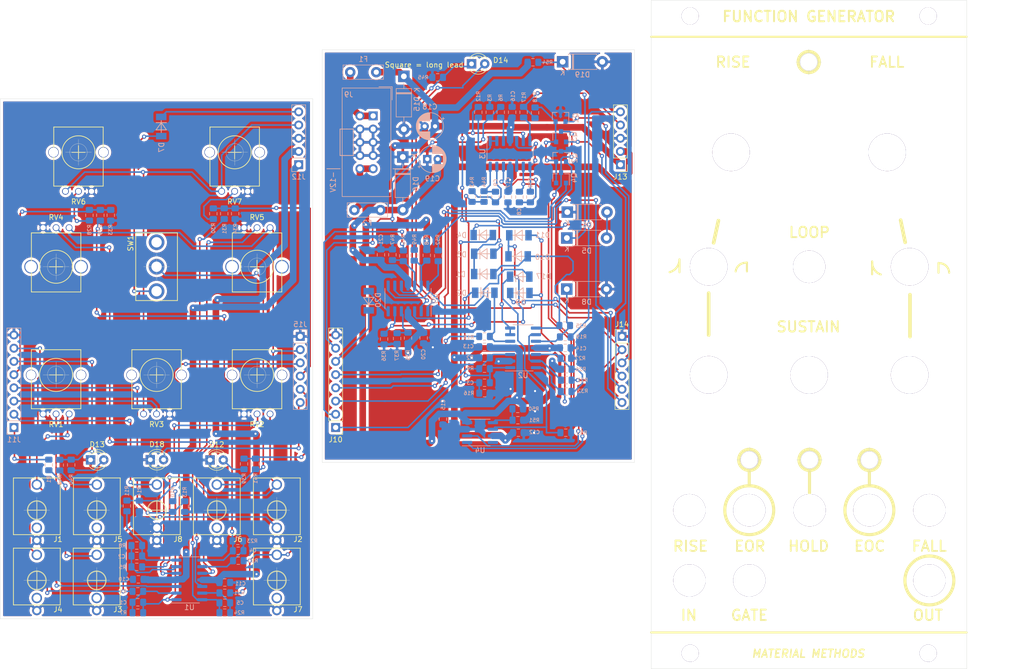
<source format=kicad_pcb>
(kicad_pcb (version 20171130) (host pcbnew "(5.1.9)-1")
  (layers (0 F.Cu signal) (31 B.Cu signal) (34 B.Paste user) (35 F.Paste user) (36 B.SilkS user) (37 F.SilkS user) (38 B.Mask user hide) (39 F.Mask user hide) (44 Edge.Cuts user))
  (net 0 "")
  (net 1 "Net-(C1-Pad1)")
  (net 2 "Net-(C1-Pad2)")
  (net 3 "Net-(C2-Pad2)")
  (net 4 "Net-(C2-Pad1)")
  (net 5 "Net-(C3-Pad1)")
  (net 6 /TRIGGER)
  (net 7 "Net-(C4-Pad2)")
  (net 8 "Net-(C4-Pad1)")
  (net 9 "Net-(C5-Pad1)")
  (net 10 "Net-(C5-Pad2)")
  (net 11 STATE)
  (net 12 "Net-(C8-Pad2)")
  (net 13 "Net-(C8-Pad1)")
  (net 14 "Net-(C9-Pad2)")
  (net 15 "Net-(C9-Pad1)")
  (net 16 +12V)
  (net 17 GND)
  (net 18 -12V)
  (net 19 "Net-(D1-Pad1)")
  (net 20 "Net-(D2-Pad2)")
  (net 21 SUSTAIN_BUF)
  (net 22 "Net-(D5-Pad2)")
  (net 23 "Net-(D5-Pad1)")
  (net 24 "Net-(D7-Pad2)")
  (net 25 "Net-(D10-Pad1)")
  (net 26 /EOC_indicator)
  (net 27 /EOR_indicator)
  (net 28 /OUT_LED)
  (net 29 "Net-(D14-Pad1)")
  (net 30 "Net-(D17-Pad2)")
  (net 31 HOLD)
  (net 32 VREF)
  (net 33 /+12V_IN)
  (net 34 /-12V_IN)
  (net 35 /Fall_CV_in)
  (net 36 /GATE_IN)
  (net 37 OUT)
  (net 38 "Net-(Q1-Pad2)")
  (net 39 "Net-(Q3-Pad3)")
  (net 40 "Net-(R6-Pad2)")
  (net 41 "Net-(R12-Pad1)")
  (net 42 "Net-(R17-Pad2)")
  (net 43 /Rise_pot)
  (net 44 /Fall_pot)
  (net 45 "Net-(R35-Pad1)")
  (net 46 "Net-(R38-Pad1)")
  (net 47 "Net-(R46-Pad2)")
  (net 48 "Net-(R48-Pad2)")
  (net 49 "Net-(R50-Pad1)")
  (net 50 "Net-(R52-Pad2)")
  (net 51 /Rise_CV_pot)
  (net 52 /Fall_CV_pot)
  (net 53 /Rise_shape_pot)
  (net 54 /Fall_shape_pot)
  (net 55 /Rise_CV_in)
  (net 56 EOC_out)
  (net 57 loop)
  (net 58 EOR_out)
  (net 59 gatein_b)
  (net 60 in)
  (net 61 RISE1_t)
  (net 62 FALL1_t)
  (net 63 RISE2_t)
  (net 64 FALL2_t)
  (net 65 EOC_out_t)
  (net 66 EOR_out_t)
  (net 67 VREF_t)
  (net 68 loop_t)
  (net 69 HOLD_INDICATOR_t)
  (net 70 in_t)
  (net 71 OUT_t)
  (net 72 HOLD_INPUT_t)
  (net 73 RISE2)
  (net 74 RISE1)
  (net 75 SUSTAIN)
  (net 76 HOLD_INPUT)
  (net 77 SUSTAIN_t)
  (net 78 HOLD_INDICATOR)
  (net 79 FALL2)
  (net 80 FALL1)
  (net 81 gatein_t)
  (net 82 EOC_t)
  (net 83 "Net-(D8-Pad1)")
  (net 84 "Net-(D11-Pad2)")
  (net 85 "Net-(D20-Pad2)")
  (net 86 /EORjack)
  (net 87 "Net-(R22-Pad1)")
  (net 88 "Net-(R26-Pad1)")
  (module Eurocad:LL4148_sam (layer B.Cu) (at 128.53 68.34)
    (fp_text reference D9 (at 1.4 0.8 -180) (layer B.SilkS) (effects (justify mirror)))
    (fp_text value FDLL4148)
    (pad 2 smd rect (at 3.1 -1) (size 1.25 2) (layers B.Cu B.Paste B.Mask) (net 84 "Net-(D11-Pad2)"))
    (pad 1 smd rect (at -0.6 -1) (size 1.25 2) (layers B.Cu B.Paste B.Mask) (net 56 EOC_out))
  )
  (module Eurocad:LL4148_sam (layer B.Cu) (at 101.75 70.09 90)
    (fp_text reference D20 (at 1.4 0.8 270) (layer B.SilkS) (effects (justify mirror)))
    (fp_text value FDLL4148)
    (pad 2 smd rect (at 3.1 -1 90) (size 1.25 2) (layers B.Cu B.Paste B.Mask) (net 85 "Net-(D20-Pad2)"))
    (pad 1 smd rect (at -0.6 -1 90) (size 1.25 2) (layers B.Cu B.Paste B.Mask) (net 58 EOR_out))
  )
  (module Eurocad:Eurorack_LED_hole_with_ring (layer F.Cu) (at 185.27 22.95)
    (fp_text reference REF** hide)
    (fp_text value "Eurorack LED hole with ring")
    (pad 1 thru_hole circle (at 0 0) (size 3.3 3.3) (drill 3.3) (layers *.Cu *.Mask))
  )
  (module Eurocad:Eurorack_LED_hole_with_ring (layer F.Cu) (at 173.85 99.425)
    (fp_text reference REF** hide)
    (fp_text value "Eurorack LED hole with ring")
    (pad 1 thru_hole circle (at 0 0) (size 3.3 3.3) (drill 3.3) (layers *.Cu *.Mask))
  )
  (module Eurocad:Eurorack_LED_hole_with_ring (layer F.Cu) (at 185.425 99.425)
    (fp_text reference REF** hide)
    (fp_text value "Eurorack LED hole with ring")
    (pad 1 thru_hole circle (at 0 0) (size 3.3 3.3) (drill 3.3) (layers *.Cu *.Mask))
  )
  (module Eurocad:Eurorack_LED_hole_with_ring (layer F.Cu) (at 196.925 99.45)
    (fp_text reference REF** hide)
    (fp_text value "Eurorack LED hole with ring")
    (pad 1 thru_hole circle (at 0 0) (size 3.3 3.3) (drill 3.3) (layers *.Cu *.Mask))
  )
  (module Eurocad:Eurorack_jack_hole (layer F.Cu) (at 208.45 122.6)
    (fp_text reference "" hide)
    (fp_text value "Eurorack jack hole")
    (pad 1 thru_hole circle (at 0 0) (size 6.2 6.2) (drill 6.2) (layers *.Cu *.Mask))
  )
  (module Eurocad:Eurorack_jack_hole (layer F.Cu) (at 173.85 122.6)
    (fp_text reference "" hide)
    (fp_text value "Eurorack jack hole")
    (pad 1 thru_hole circle (at 0 0) (size 6.2 6.2) (drill 6.2) (layers *.Cu *.Mask))
  )
  (module Eurocad:Eurorack_jack_hole (layer F.Cu) (at 162.35 122.6)
    (fp_text reference "" hide)
    (fp_text value "Eurorack jack hole")
    (pad 1 thru_hole circle (at 0 0) (size 6.2 6.2) (drill 6.2) (layers *.Cu *.Mask))
  )
  (module Eurocad:Eurorack_jack_hole (layer F.Cu) (at 208.45 109.1)
    (fp_text reference "" hide)
    (fp_text value "Eurorack jack hole")
    (pad 1 thru_hole circle (at 0 0) (size 6.2 6.2) (drill 6.2) (layers *.Cu *.Mask))
  )
  (module Eurocad:Eurorack_jack_hole (layer F.Cu) (at 196.925 109.1)
    (fp_text reference "" hide)
    (fp_text value "Eurorack jack hole")
    (pad 1 thru_hole circle (at 0 0) (size 6.2 6.2) (drill 6.2) (layers *.Cu *.Mask))
  )
  (module Eurocad:Eurorack_jack_hole (layer F.Cu) (at 162.35 109.1)
    (fp_text reference "" hide)
    (fp_text value "Eurorack jack hole")
    (pad 1 thru_hole circle (at 0 0) (size 6.2 6.2) (drill 6.2) (layers *.Cu *.Mask))
  )
  (module Eurocad:Eurorack_jack_hole (layer F.Cu) (at 173.85 109.1)
    (fp_text reference "" hide)
    (fp_text value "Eurorack jack hole")
    (pad 1 thru_hole circle (at 0 0) (size 6.2 6.2) (drill 6.2) (layers *.Cu *.Mask))
  )
  (module Eurocad:Eurorack_jack_hole (layer F.Cu) (at 185.45 109.1)
    (fp_text reference "" hide)
    (fp_text value "Eurorack jack hole")
    (pad 1 thru_hole circle (at 0 0) (size 6.2 6.2) (drill 6.2) (layers *.Cu *.Mask))
  )
  (module Eurocad:Pothole_trimmer (layer F.Cu) (at 204.65 62.3)
    (fp_text reference "" hide)
    (fp_text value Pothole_trimmer)
    (pad 1 thru_hole circle (at 0 0) (size 7.2 7.2) (drill 7.2) (layers *.Cu *.Mask))
  )
  (module Eurocad:Pothole_trimmer (layer F.Cu) (at 166.05 62.3)
    (fp_text reference "" hide)
    (fp_text value Pothole_trimmer)
    (pad 1 thru_hole circle (at 0 0) (size 7.2 7.2) (drill 7.2) (layers *.Cu *.Mask))
  )
  (module Eurocad:Pothole_Davies1900H_white (layer F.Cu) (at 166.05 83.075)
    (fp_text reference "" hide)
    (fp_text value Pothole_Davies1900H_white)
    (pad 1 thru_hole circle (at 0 0) (size 7.2 7.2) (drill 7.2) (layers *.Cu *.Mask))
  )
  (module Eurocad:Pothole_Davies1900H_white (layer F.Cu) (at 185.35 83.1)
    (fp_text reference "" hide)
    (fp_text value Pothole_Davies1900H_white)
    (pad 1 thru_hole circle (at 0 0) (size 7.2 7.2) (drill 7.2) (layers *.Cu *.Mask))
  )
  (module Eurocad:Pothole_Davies1900H_white (layer F.Cu) (at 204.65 83.1)
    (fp_text reference "" hide)
    (fp_text value Pothole_Davies1900H_white)
    (pad 1 thru_hole circle (at 0 0) (size 7.2 7.2) (drill 7.2) (layers *.Cu *.Mask))
  )
  (module Eurocad:Eurorack_toggle_switch_hole (layer F.Cu) (at 185.35 62.3)
    (fp_text reference "" hide)
    (fp_text value "Toggle switch")
    (pad 1 thru_hole circle (at 0 0) (size 6.2 6.2) (drill 6.2) (layers *.Cu *.Mask))
  )
  (module Eurocad:Pothole_MXR_white (layer F.Cu) (at 200.35 40.3 180)
    (fp_text reference "" hide)
    (fp_text value Pothole_MXR_white)
    (pad 1 thru_hole circle (at 0 0 180) (size 7.2 7.2) (drill 7.2) (layers *.Cu *.Mask))
  )
  (module Eurocad:Pothole_MXR_white (layer F.Cu) (at 170.35 40.3 180)
    (fp_text reference "" hide)
    (fp_text value Pothole_MXR_white)
    (pad 1 thru_hole circle (at 0 0 180) (size 7.2 7.2) (drill 7.2) (layers *.Cu *.Mask))
  )
  (module "Eurocad:Eurorack Rail Hole" (layer F.Cu) (at 208.225 136.6)
    (fp_text reference REF** hide)
    (fp_text value "Eurorack Rail Hole" hide)
    (pad 1 thru_hole circle (at 0 0) (size 3.3 3.3) (drill 3.3) (layers *.Cu *.Mask))
  )
  (module "Eurocad:Eurorack Rail Hole" (layer F.Cu) (at 162.5 136.6)
    (fp_text reference REF** hide)
    (fp_text value "Eurorack Rail Hole" hide)
    (pad 1 thru_hole circle (at 0 0) (size 3.3 3.3) (drill 3.3) (layers *.Cu *.Mask))
  )
  (module "Eurocad:Eurorack Rail Hole" (layer F.Cu) (at 208.225 14.1)
    (fp_text reference REF** hide)
    (fp_text value "Eurorack Rail Hole" hide)
    (pad 1 thru_hole circle (at 0 0) (size 3.3 3.3) (drill 3.3) (layers *.Cu *.Mask))
  )
  (module "Eurocad:Eurorack Rail Hole" (layer F.Cu) (at 162.5 14.1)
    (fp_text reference REF** hide)
    (fp_text value "Eurorack Rail Hole" hide)
    (pad 1 thru_hole circle (at 0 0) (size 3.3 3.3) (drill 3.3) (layers *.Cu *.Mask))
  )
  (module Connector_PinHeader_2.54mm:PinHeader_1x08_P2.54mm_Vertical (layer B.Cu) (at 32.6 93.2)
    (fp_text reference J11 (at 0 2.33) (layer B.SilkS) (effects (justify mirror)))
    (fp_text value Conn_01x08_Male)
    (pad 8 thru_hole oval (at 0 -17.78) (size 1.7 1.7) (drill 1) (layers *.Cu *.Mask) (net 17 GND))
    (pad 7 thru_hole oval (at 0 -15.24) (size 1.7 1.7) (drill 1) (layers *.Cu *.Mask) (net 70 in_t))
    (pad 6 thru_hole oval (at 0 -12.7) (size 1.7 1.7) (drill 1) (layers *.Cu *.Mask) (net 66 EOR_out_t))
    (pad 5 thru_hole oval (at 0 -10.16) (size 1.7 1.7) (drill 1) (layers *.Cu *.Mask) (net 63 RISE2_t))
    (pad 4 thru_hole oval (at 0 -7.62) (size 1.7 1.7) (drill 1) (layers *.Cu *.Mask) (net 61 RISE1_t))
    (pad 3 thru_hole oval (at 0 -5.08) (size 1.7 1.7) (drill 1) (layers *.Cu *.Mask) (net 77 SUSTAIN_t))
    (pad 2 thru_hole oval (at 0 -2.54) (size 1.7 1.7) (drill 1) (layers *.Cu *.Mask) (net 72 HOLD_INPUT_t))
    (pad 1 thru_hole rect (at 0 0) (size 1.7 1.7) (drill 1) (layers *.Cu *.Mask) (net 81 gatein_t))
  )
  (module Connector_PinHeader_2.54mm:PinHeader_1x08_P2.54mm_Vertical (layer F.Cu) (at 94.4 93.2 180)
    (fp_text reference J10 (at 0 -2.33) (layer F.SilkS))
    (fp_text value Conn_01x08_Female)
    (pad 8 thru_hole oval (at 0 17.78 180) (size 1.7 1.7) (drill 1) (layers *.Cu *.Mask) (net 17 GND))
    (pad 7 thru_hole oval (at 0 15.24 180) (size 1.7 1.7) (drill 1) (layers *.Cu *.Mask) (net 60 in))
    (pad 6 thru_hole oval (at 0 12.7 180) (size 1.7 1.7) (drill 1) (layers *.Cu *.Mask) (net 58 EOR_out))
    (pad 5 thru_hole oval (at 0 10.16 180) (size 1.7 1.7) (drill 1) (layers *.Cu *.Mask) (net 73 RISE2))
    (pad 4 thru_hole oval (at 0 7.62 180) (size 1.7 1.7) (drill 1) (layers *.Cu *.Mask) (net 74 RISE1))
    (pad 3 thru_hole oval (at 0 5.08 180) (size 1.7 1.7) (drill 1) (layers *.Cu *.Mask) (net 75 SUSTAIN))
    (pad 2 thru_hole oval (at 0 2.54 180) (size 1.7 1.7) (drill 1) (layers *.Cu *.Mask) (net 76 HOLD_INPUT))
    (pad 1 thru_hole rect (at 0 0 180) (size 1.7 1.7) (drill 1) (layers *.Cu *.Mask) (net 59 gatein_b))
  )
  (module Connector_PinHeader_2.54mm:PinHeader_1x06_P2.54mm_Vertical (layer B.Cu) (at 87.6 75.7 180)
    (fp_text reference J15 (at 0 2.33) (layer B.SilkS) (effects (justify mirror)))
    (fp_text value Conn_01x06_Male)
    (pad 6 thru_hole oval (at 0 -12.7 180) (size 1.7 1.7) (drill 1) (layers *.Cu *.Mask) (net 69 HOLD_INDICATOR_t))
    (pad 5 thru_hole oval (at 0 -10.16 180) (size 1.7 1.7) (drill 1) (layers *.Cu *.Mask) (net 65 EOC_out_t))
    (pad 4 thru_hole oval (at 0 -7.62 180) (size 1.7 1.7) (drill 1) (layers *.Cu *.Mask) (net 64 FALL2_t))
    (pad 3 thru_hole oval (at 0 -5.08 180) (size 1.7 1.7) (drill 1) (layers *.Cu *.Mask) (net 62 FALL1_t))
    (pad 2 thru_hole oval (at 0 -2.54 180) (size 1.7 1.7) (drill 1) (layers *.Cu *.Mask) (net 71 OUT_t))
    (pad 1 thru_hole rect (at 0 0 180) (size 1.7 1.7) (drill 1) (layers *.Cu *.Mask) (net 17 GND))
  )
  (module Connector_PinHeader_2.54mm:PinHeader_1x06_P2.54mm_Vertical (layer F.Cu) (at 149.4 75.7)
    (fp_text reference J14 (at 0 -2.33) (layer F.SilkS))
    (fp_text value Conn_01x06_Female)
    (pad 6 thru_hole oval (at 0 12.7) (size 1.7 1.7) (drill 1) (layers *.Cu *.Mask) (net 78 HOLD_INDICATOR))
    (pad 5 thru_hole oval (at 0 10.16) (size 1.7 1.7) (drill 1) (layers *.Cu *.Mask) (net 56 EOC_out))
    (pad 4 thru_hole oval (at 0 7.62) (size 1.7 1.7) (drill 1) (layers *.Cu *.Mask) (net 79 FALL2))
    (pad 3 thru_hole oval (at 0 5.08) (size 1.7 1.7) (drill 1) (layers *.Cu *.Mask) (net 80 FALL1))
    (pad 2 thru_hole oval (at 0 2.54) (size 1.7 1.7) (drill 1) (layers *.Cu *.Mask) (net 37 OUT))
    (pad 1 thru_hole rect (at 0 0) (size 1.7 1.7) (drill 1) (layers *.Cu *.Mask) (net 17 GND))
  )
  (module Connector_PinHeader_2.54mm:PinHeader_1x05_P2.54mm_Vertical (layer F.Cu) (at 149.1 42.68 180)
    (fp_text reference J13 (at 0 -2.33) (layer F.SilkS))
    (fp_text value Conn_01x05_Male)
    (pad 5 thru_hole oval (at 0 10.16 180) (size 1.7 1.7) (drill 1) (layers *.Cu *.Mask) (net 57 loop))
    (pad 4 thru_hole oval (at 0 7.62 180) (size 1.7 1.7) (drill 1) (layers *.Cu *.Mask) (net 32 VREF))
    (pad 3 thru_hole oval (at 0 5.08 180) (size 1.7 1.7) (drill 1) (layers *.Cu *.Mask) (net 17 GND))
    (pad 2 thru_hole oval (at 0 2.54 180) (size 1.7 1.7) (drill 1) (layers *.Cu *.Mask) (net 18 -12V))
    (pad 1 thru_hole rect (at 0 0 180) (size 1.7 1.7) (drill 1) (layers *.Cu *.Mask) (net 16 +12V))
  )
  (module Connector_PinHeader_2.54mm:PinHeader_1x05_P2.54mm_Vertical (layer B.Cu) (at 87.3 42.68)
    (fp_text reference J12 (at 0 2.33 180) (layer B.SilkS) (effects (justify mirror)))
    (fp_text value Conn_01x05_Female)
    (pad 5 thru_hole oval (at 0 -10.16) (size 1.7 1.7) (drill 1) (layers *.Cu *.Mask) (net 68 loop_t))
    (pad 4 thru_hole oval (at 0 -7.62) (size 1.7 1.7) (drill 1) (layers *.Cu *.Mask) (net 67 VREF_t))
    (pad 3 thru_hole oval (at 0 -5.08) (size 1.7 1.7) (drill 1) (layers *.Cu *.Mask) (net 17 GND))
    (pad 2 thru_hole oval (at 0 -2.54) (size 1.7 1.7) (drill 1) (layers *.Cu *.Mask) (net 18 -12V))
    (pad 1 thru_hole rect (at 0 0) (size 1.7 1.7) (drill 1) (layers *.Cu *.Mask) (net 16 +12V))
  )
  (module Capacitor_THT:CP_Radial_D5.0mm_P2.00mm (layer B.Cu) (at 112 41.6)
    (fp_text reference C19 (at 1 3.75) (layer B.SilkS) (effects (justify mirror)))
    (fp_text value 10uF)
    (pad 2 thru_hole circle (at 2 0) (size 1.6 1.6) (drill 0.8) (layers *.Cu *.Mask) (net 18 -12V))
    (pad 1 thru_hole rect (at 0 0) (size 1.6 1.6) (drill 0.8) (layers *.Cu *.Mask) (net 17 GND))
  )
  (module Capacitor_THT:CP_Radial_D5.0mm_P2.00mm (layer B.Cu) (at 113.5 35.3 180)
    (fp_text reference C18 (at 1 3.75 180) (layer B.SilkS) (effects (justify mirror)))
    (fp_text value 10uF)
    (pad 2 thru_hole circle (at 2 0 180) (size 1.6 1.6) (drill 0.8) (layers *.Cu *.Mask) (net 17 GND))
    (pad 1 thru_hole rect (at 0 0 180) (size 1.6 1.6) (drill 0.8) (layers *.Cu *.Mask) (net 16 +12V))
  )
  (module Capacitor_SMD:C_0805_2012Metric_Pad1.15x1.40mm_HandSolder_smallText (layer B.Cu) (at 56.4 126.8 180)
    (fp_text reference C1 (at 2.8 -0.05) (layer B.SilkS) (effects (font (size 0.7 0.7) (thickness 0.12)) (justify mirror)))
    (fp_text value 47p)
    (pad 1 smd roundrect (at -1.025 0 180) (size 1.15 1.4) (layers B.Cu B.Paste B.Mask) (roundrect_rratio 0.217391) (net 1 "Net-(C1-Pad1)"))
    (pad 2 smd roundrect (at 1.025 0 180) (size 1.15 1.4) (layers B.Cu B.Paste B.Mask) (roundrect_rratio 0.217391) (net 2 "Net-(C1-Pad2)"))
  )
  (module Capacitor_SMD:C_0805_2012Metric_Pad1.15x1.40mm_HandSolder_smallText (layer B.Cu) (at 56.2 117.9 180)
    (fp_text reference C2 (at 2.9 -0.1) (layer B.SilkS) (effects (font (size 0.7 0.7) (thickness 0.12)) (justify mirror)))
    (fp_text value 47p)
    (pad 2 smd roundrect (at 1.025 0 180) (size 1.15 1.4) (layers B.Cu B.Paste B.Mask) (roundrect_rratio 0.217391) (net 3 "Net-(C2-Pad2)"))
    (pad 1 smd roundrect (at -1.025 0 180) (size 1.15 1.4) (layers B.Cu B.Paste B.Mask) (roundrect_rratio 0.217391) (net 4 "Net-(C2-Pad1)"))
  )
  (module Capacitor_SMD:C_0805_2012Metric_Pad1.15x1.40mm_HandSolder_smallText (layer B.Cu) (at 123 84.6 180)
    (fp_text reference C3 (at 2.75 0) (layer B.SilkS) (effects (font (size 0.7 0.7) (thickness 0.12)) (justify mirror)))
    (fp_text value 100p)
    (pad 1 smd roundrect (at -1.025 0 180) (size 1.15 1.4) (layers B.Cu B.Paste B.Mask) (roundrect_rratio 0.217391) (net 5 "Net-(C3-Pad1)"))
    (pad 2 smd roundrect (at 1.025 0 180) (size 1.15 1.4) (layers B.Cu B.Paste B.Mask) (roundrect_rratio 0.217391) (net 6 /TRIGGER))
  )
  (module Capacitor_SMD:C_0805_2012Metric_Pad1.15x1.40mm_HandSolder_smallText (layer B.Cu) (at 75.675 116.9)
    (fp_text reference C4 (at 2.825 -0.05) (layer B.SilkS) (effects (font (size 0.7 0.7) (thickness 0.12)) (justify mirror)))
    (fp_text value 47p)
    (pad 2 smd roundrect (at 1.025 0) (size 1.15 1.4) (layers B.Cu B.Paste B.Mask) (roundrect_rratio 0.217391) (net 7 "Net-(C4-Pad2)"))
    (pad 1 smd roundrect (at -1.025 0) (size 1.15 1.4) (layers B.Cu B.Paste B.Mask) (roundrect_rratio 0.217391) (net 8 "Net-(C4-Pad1)"))
  )
  (module Capacitor_SMD:C_0805_2012Metric_Pad1.15x1.40mm_HandSolder_smallText (layer B.Cu) (at 73.1 126.9)
    (fp_text reference C5 (at 2.95 0) (layer B.SilkS) (effects (font (size 0.7 0.7) (thickness 0.12)) (justify mirror)))
    (fp_text value 47p)
    (pad 1 smd roundrect (at -1.025 0) (size 1.15 1.4) (layers B.Cu B.Paste B.Mask) (roundrect_rratio 0.217391) (net 9 "Net-(C5-Pad1)"))
    (pad 2 smd roundrect (at 1.025 0) (size 1.15 1.4) (layers B.Cu B.Paste B.Mask) (roundrect_rratio 0.217391) (net 10 "Net-(C5-Pad2)"))
  )
  (module Capacitor_SMD:C_0805_2012Metric_Pad1.15x1.40mm_HandSolder_smallText (layer B.Cu) (at 129.7 48.9 90)
    (fp_text reference C8 (at -2.794 -0.05 90) (layer B.SilkS) (effects (font (size 0.7 0.7) (thickness 0.12)) (justify mirror)))
    (fp_text value "10n (c0g?)")
    (pad 2 smd roundrect (at 1.025 0 90) (size 1.15 1.4) (layers B.Cu B.Paste B.Mask) (roundrect_rratio 0.217391) (net 12 "Net-(C8-Pad2)"))
    (pad 1 smd roundrect (at -1.025 0 90) (size 1.15 1.4) (layers B.Cu B.Paste B.Mask) (roundrect_rratio 0.217391) (net 13 "Net-(C8-Pad1)"))
  )
  (module Capacitor_SMD:C_0805_2012Metric_Pad1.15x1.40mm_HandSolder_smallText (layer B.Cu) (at 125.1 48.9 270)
    (fp_text reference C9 (at -2.794 -0.05 90) (layer B.SilkS) (effects (font (size 0.7 0.7) (thickness 0.12)) (justify mirror)))
    (fp_text value 100pF)
    (pad 2 smd roundrect (at 1.025 0 270) (size 1.15 1.4) (layers B.Cu B.Paste B.Mask) (roundrect_rratio 0.217391) (net 14 "Net-(C9-Pad2)"))
    (pad 1 smd roundrect (at -1.025 0 270) (size 1.15 1.4) (layers B.Cu B.Paste B.Mask) (roundrect_rratio 0.217391) (net 15 "Net-(C9-Pad1)"))
  )
  (module Capacitor_SMD:C_0805_2012Metric_Pad1.15x1.40mm_HandSolder_smallText (layer B.Cu) (at 56.5 122.4)
    (fp_text reference C10 (at -2.794 -0.05) (layer B.SilkS) (effects (font (size 0.7 0.7) (thickness 0.12)) (justify mirror)))
    (fp_text value 100n)
    (pad 2 smd roundrect (at 1.025 0) (size 1.15 1.4) (layers B.Cu B.Paste B.Mask) (roundrect_rratio 0.217391) (net 16 +12V))
    (pad 1 smd roundrect (at -1.025 0) (size 1.15 1.4) (layers B.Cu B.Paste B.Mask) (roundrect_rratio 0.217391) (net 17 GND))
  )
  (module Capacitor_SMD:C_0805_2012Metric_Pad1.15x1.40mm_HandSolder_smallText (layer B.Cu) (at 73.1 123)
    (fp_text reference C11 (at 3 0.2) (layer B.SilkS) (effects (font (size 0.7 0.7) (thickness 0.12)) (justify mirror)))
    (fp_text value 100n)
    (pad 2 smd roundrect (at 1.025 0) (size 1.15 1.4) (layers B.Cu B.Paste B.Mask) (roundrect_rratio 0.217391) (net 17 GND))
    (pad 1 smd roundrect (at -1.025 0) (size 1.15 1.4) (layers B.Cu B.Paste B.Mask) (roundrect_rratio 0.217391) (net 18 -12V))
  )
  (module Capacitor_SMD:C_0805_2012Metric_Pad1.15x1.40mm_HandSolder_smallText (layer B.Cu) (at 129.5 94.2)
    (fp_text reference C12 (at 3.1 -0.1) (layer B.SilkS) (effects (font (size 0.7 0.7) (thickness 0.12)) (justify mirror)))
    (fp_text value 100n)
    (pad 1 smd roundrect (at -1.025 0) (size 1.15 1.4) (layers B.Cu B.Paste B.Mask) (roundrect_rratio 0.217391) (net 18 -12V))
    (pad 2 smd roundrect (at 1.025 0) (size 1.15 1.4) (layers B.Cu B.Paste B.Mask) (roundrect_rratio 0.217391) (net 17 GND))
  )
  (module Capacitor_SMD:C_0805_2012Metric_Pad1.15x1.40mm_HandSolder_smallText (layer B.Cu) (at 123 77.7)
    (fp_text reference C13 (at -3.1 -0.1) (layer B.SilkS) (effects (font (size 0.7 0.7) (thickness 0.12)) (justify mirror)))
    (fp_text value 100n)
    (pad 1 smd roundrect (at -1.025 0) (size 1.15 1.4) (layers B.Cu B.Paste B.Mask) (roundrect_rratio 0.217391) (net 17 GND))
    (pad 2 smd roundrect (at 1.025 0) (size 1.15 1.4) (layers B.Cu B.Paste B.Mask) (roundrect_rratio 0.217391) (net 16 +12V))
  )
  (module Capacitor_SMD:C_0805_2012Metric_Pad1.15x1.40mm_HandSolder_smallText (layer B.Cu) (at 138.5 77.9)
    (fp_text reference C14 (at 3.05 0.1) (layer B.SilkS) (effects (font (size 0.7 0.7) (thickness 0.12)) (justify mirror)))
    (fp_text value 100n)
    (pad 1 smd roundrect (at -1.025 0) (size 1.15 1.4) (layers B.Cu B.Paste B.Mask) (roundrect_rratio 0.217391) (net 18 -12V))
    (pad 2 smd roundrect (at 1.025 0) (size 1.15 1.4) (layers B.Cu B.Paste B.Mask) (roundrect_rratio 0.217391) (net 17 GND))
  )
  (module Capacitor_SMD:C_0805_2012Metric_Pad1.15x1.40mm_HandSolder_smallText (layer B.Cu) (at 115 91.6 270)
    (fp_text reference C15 (at -2.794 -0.05 90) (layer B.SilkS) (effects (font (size 0.7 0.7) (thickness 0.12)) (justify mirror)))
    (fp_text value 100n)
    (pad 2 smd roundrect (at 1.025 0 270) (size 1.15 1.4) (layers B.Cu B.Paste B.Mask) (roundrect_rratio 0.217391) (net 17 GND))
    (pad 1 smd roundrect (at -1.025 0 270) (size 1.15 1.4) (layers B.Cu B.Paste B.Mask) (roundrect_rratio 0.217391) (net 16 +12V))
  )
  (module Capacitor_SMD:C_0805_2012Metric_Pad1.15x1.40mm_HandSolder_smallText (layer B.Cu) (at 128.3 32.6 270)
    (fp_text reference C16 (at -3.1 -0.15 90) (layer B.SilkS) (effects (font (size 0.7 0.7) (thickness 0.12)) (justify mirror)))
    (fp_text value 100n)
    (pad 1 smd roundrect (at -1.025 0 270) (size 1.15 1.4) (layers B.Cu B.Paste B.Mask) (roundrect_rratio 0.217391) (net 17 GND))
    (pad 2 smd roundrect (at 1.025 0 270) (size 1.15 1.4) (layers B.Cu B.Paste B.Mask) (roundrect_rratio 0.217391) (net 16 +12V))
  )
  (module Capacitor_SMD:C_0805_2012Metric_Pad1.15x1.40mm_HandSolder_smallText (layer B.Cu) (at 127.5 48.9 270)
    (fp_text reference C17 (at -2.794 -0.05 90) (layer B.SilkS) (effects (font (size 0.7 0.7) (thickness 0.12)) (justify mirror)))
    (fp_text value 100n)
    (pad 2 smd roundrect (at 1.025 0 270) (size 1.15 1.4) (layers B.Cu B.Paste B.Mask) (roundrect_rratio 0.217391) (net 17 GND))
    (pad 1 smd roundrect (at -1.025 0 270) (size 1.15 1.4) (layers B.Cu B.Paste B.Mask) (roundrect_rratio 0.217391) (net 18 -12V))
  )
  (module Capacitor_SMD:C_0805_2012Metric_Pad1.15x1.40mm_HandSolder_smallText (layer B.Cu) (at 111.3 76 90)
    (fp_text reference C20 (at -3.15 -0.05 90) (layer B.SilkS) (effects (font (size 0.7 0.7) (thickness 0.12)) (justify mirror)))
    (fp_text value 100n)
    (pad 1 smd roundrect (at -1.025 0 90) (size 1.15 1.4) (layers B.Cu B.Paste B.Mask) (roundrect_rratio 0.217391) (net 17 GND))
    (pad 2 smd roundrect (at 1.025 0 90) (size 1.15 1.4) (layers B.Cu B.Paste B.Mask) (roundrect_rratio 0.217391) (net 16 +12V))
  )
  (module Capacitor_SMD:C_0805_2012Metric_Pad1.15x1.40mm_HandSolder_smallText (layer B.Cu) (at 103.1 60 90)
    (fp_text reference C21 (at 2.95 0 90) (layer B.SilkS) (effects (font (size 0.7 0.7) (thickness 0.12)) (justify mirror)))
    (fp_text value 100n)
    (pad 2 smd roundrect (at 1.025 0 90) (size 1.15 1.4) (layers B.Cu B.Paste B.Mask) (roundrect_rratio 0.217391) (net 17 GND))
    (pad 1 smd roundrect (at -1.025 0 90) (size 1.15 1.4) (layers B.Cu B.Paste B.Mask) (roundrect_rratio 0.217391) (net 18 -12V))
  )
  (module Eurocad:LL4148_sam (layer B.Cu) (at 121.6 64.7)
    (fp_text reference D1 (at -3.2 -0.95 180) (layer B.SilkS) (effects (justify mirror)))
    (fp_text value FDLL4148)
    (pad 2 smd rect (at 3.1 -1) (size 1.25 2) (layers B.Cu B.Paste B.Mask) (net 11 STATE))
    (pad 1 smd rect (at -0.6 -1) (size 1.25 2) (layers B.Cu B.Paste B.Mask) (net 19 "Net-(D1-Pad1)"))
  )
  (module Eurocad:LL4148_sam (layer B.Cu) (at 121.8 68.3)
    (fp_text reference D2 (at -3.2 -0.95 -180) (layer B.SilkS) (effects (justify mirror)))
    (fp_text value FDLL4148)
    (pad 2 smd rect (at 3.1 -1) (size 1.25 2) (layers B.Cu B.Paste B.Mask) (net 20 "Net-(D2-Pad2)"))
    (pad 1 smd rect (at -0.6 -1) (size 1.25 2) (layers B.Cu B.Paste B.Mask) (net 5 "Net-(C3-Pad1)"))
  )
  (module Eurocad:LL4148_sam (layer B.Cu) (at 121.6 60.8)
    (fp_text reference D3 (at -3 -0.85 180) (layer B.SilkS) (effects (justify mirror)))
    (fp_text value FDLL4148)
    (pad 1 smd rect (at -0.6 -1) (size 1.25 2) (layers B.Cu B.Paste B.Mask) (net 19 "Net-(D1-Pad1)"))
    (pad 2 smd rect (at 3.1 -1) (size 1.25 2) (layers B.Cu B.Paste B.Mask) (net 21 SUSTAIN_BUF))
  )
  (module Eurocad:LL4148_sam (layer B.Cu) (at 121.5 57.2)
    (fp_text reference D4 (at -2.9 -0.95 -180) (layer B.SilkS) (effects (justify mirror)))
    (fp_text value FDLL4148)
    (pad 1 smd rect (at -0.6 -1) (size 1.25 2) (layers B.Cu B.Paste B.Mask) (net 57 loop))
    (pad 2 smd rect (at 3.1 -1) (size 1.25 2) (layers B.Cu B.Paste B.Mask) (net 6 /TRIGGER))
  )
  (module Diode_THT:D_DO-41_SOD81_P7.62mm_Horizontal (layer B.Cu) (at 138.810721 56.774999)
    (fp_text reference D5 (at 3.81 2.47) (layer B.SilkS) (effects (justify mirror)))
    (fp_text value 7.5V)
    (fp_text user K (at 0 2.1) (layer B.SilkS) (effects (justify mirror)))
    (pad 2 thru_hole oval (at 7.62 0) (size 2.2 2.2) (drill 1.1) (layers *.Cu *.Mask) (net 22 "Net-(D5-Pad2)"))
    (pad 1 thru_hole rect (at 0 0) (size 2.2 2.2) (drill 1.1) (layers *.Cu *.Mask) (net 23 "Net-(D5-Pad1)"))
  )
  (module Diode_THT:D_DO-41_SOD81_P7.62mm_Horizontal (layer B.Cu) (at 138.9 51.8)
    (fp_text reference D6 (at 3.81 2.47 180) (layer B.SilkS) (effects (justify mirror)))
    (fp_text value 7.5V)
    (fp_text user K (at 0 2.1 180) (layer B.SilkS) (effects (justify mirror)))
    (pad 2 thru_hole oval (at 7.62 0) (size 2.2 2.2) (drill 1.1) (layers *.Cu *.Mask) (net 22 "Net-(D5-Pad2)"))
    (pad 1 thru_hole rect (at 0 0) (size 2.2 2.2) (drill 1.1) (layers *.Cu *.Mask) (net 17 GND))
  )
  (module Eurocad:LL4148_sam (layer B.Cu) (at 59.9 34.1 270)
    (fp_text reference D7 (at 5.25 -1.05 270) (layer B.SilkS) (effects (justify mirror)))
    (fp_text value FDLL4148)
    (pad 1 smd rect (at -0.6 -1 270) (size 1.25 2) (layers B.Cu B.Paste B.Mask) (net 68 loop_t))
    (pad 2 smd rect (at 3.1 -1 270) (size 1.25 2) (layers B.Cu B.Paste B.Mask) (net 24 "Net-(D7-Pad2)"))
  )
  (module Diode_THT:D_DO-41_SOD81_P7.62mm_Horizontal (layer B.Cu) (at 138.8 66.6)
    (fp_text reference D8 (at 3.81 2.47) (layer B.SilkS) (effects (justify mirror)))
    (fp_text value 7.5V)
    (fp_text user K (at 0 2.1) (layer B.SilkS) (effects (justify mirror)))
    (pad 1 thru_hole rect (at 0 0) (size 2.2 2.2) (drill 1.1) (layers *.Cu *.Mask) (net 83 "Net-(D8-Pad1)"))
    (pad 2 thru_hole oval (at 7.62 0) (size 2.2 2.2) (drill 1.1) (layers *.Cu *.Mask) (net 17 GND))
  )
  (module Eurocad:LL4148_sam (layer B.Cu) (at 128.2 61.3)
    (fp_text reference D10 (at 5.95 -0.85 -180) (layer B.SilkS) (effects (justify mirror)))
    (fp_text value FDLL4148)
    (pad 1 smd rect (at -0.6 -1) (size 1.25 2) (layers B.Cu B.Paste B.Mask) (net 25 "Net-(D10-Pad1)"))
    (pad 2 smd rect (at 3.1 -1) (size 1.25 2) (layers B.Cu B.Paste B.Mask) (net 11 STATE))
  )
  (module Eurocad:LL4148_sam (layer B.Cu) (at 128.348396 57.25)
    (fp_text reference D11 (at 5.801604 -1.05 -180) (layer B.SilkS) (effects (justify mirror)))
    (fp_text value FDLL4148)
    (pad 2 smd rect (at 3.1 -1) (size 1.25 2) (layers B.Cu B.Paste B.Mask) (net 84 "Net-(D11-Pad2)"))
    (pad 1 smd rect (at -0.6 -1) (size 1.25 2) (layers B.Cu B.Paste B.Mask) (net 25 "Net-(D10-Pad1)"))
  )
  (module LED_THT:LED_D3.0mm (layer F.Cu) (at 70.275 99.45)
    (fp_text reference D12 (at 1.27 -2.96) (layer F.SilkS))
    (fp_text value LED)
    (pad 1 thru_hole rect (at 0 0) (size 1.8 1.8) (drill 0.9) (layers *.Cu *.Mask) (net 17 GND))
    (pad 2 thru_hole circle (at 2.54 0) (size 1.8 1.8) (drill 0.9) (layers *.Cu *.Mask) (net 26 /EOC_indicator))
  )
  (module LED_THT:LED_D3.0mm (layer F.Cu) (at 47.325 99.425)
    (fp_text reference D13 (at 1.27 -2.96) (layer F.SilkS))
    (fp_text value LED)
    (pad 1 thru_hole rect (at 0 0) (size 1.8 1.8) (drill 0.9) (layers *.Cu *.Mask) (net 17 GND))
    (pad 2 thru_hole circle (at 2.54 0) (size 1.8 1.8) (drill 0.9) (layers *.Cu *.Mask) (net 27 /EOR_indicator))
  )
  (module LED_THT:LED_D3.0mm (layer F.Cu) (at 120.5 23.3)
    (fp_text reference D14 (at 5.6 -0.7) (layer F.SilkS))
    (fp_text value "Tayda A-1076")
    (pad 2 thru_hole circle (at 2.54 0) (size 1.8 1.8) (drill 0.9) (layers *.Cu *.Mask) (net 28 /OUT_LED))
    (pad 1 thru_hole rect (at 0 0) (size 1.8 1.8) (drill 0.9) (layers *.Cu *.Mask) (net 29 "Net-(D14-Pad1)"))
  )
  (module Diode_THT:D_DO-41_SOD81_P10.16mm_Horizontal (layer B.Cu) (at 107.5 25.7 270)
    (fp_text reference D15 (at 5.3 -2.5 90) (layer B.SilkS) (effects (justify mirror)))
    (fp_text value 1N4001)
    (fp_text user K (at 2.6 -2.55 90) (layer B.SilkS) (effects (justify mirror)))
    (pad 1 thru_hole rect (at 0 0 270) (size 2.2 2.2) (drill 1.1) (layers *.Cu *.Mask) (net 16 +12V))
    (pad 2 thru_hole oval (at 10.16 0 270) (size 2.2 2.2) (drill 1.1) (layers *.Cu *.Mask) (net 17 GND))
  )
  (module Diode_THT:D_DO-41_SOD81_P10.16mm_Horizontal (layer B.Cu) (at 107.3 41.2 270)
    (fp_text reference D16 (at 5.2 -2.5 90) (layer B.SilkS) (effects (justify mirror)))
    (fp_text value 1N4001)
    (fp_text user K (at -0.2 -2.2 90) (layer B.SilkS) (effects (justify mirror)))
    (pad 2 thru_hole oval (at 10.16 0 270) (size 2.2 2.2) (drill 1.1) (layers *.Cu *.Mask) (net 18 -12V))
    (pad 1 thru_hole rect (at 0 0 270) (size 2.2 2.2) (drill 1.1) (layers *.Cu *.Mask) (net 17 GND))
  )
  (module Eurocad:LL4148_sam (layer B.Cu) (at 128.5 65.2)
    (fp_text reference D17 (at 5.85 -1.05 -180) (layer B.SilkS) (effects (justify mirror)))
    (fp_text value FDLL4148)
    (pad 2 smd rect (at 3.1 -1) (size 1.25 2) (layers B.Cu B.Paste B.Mask) (net 30 "Net-(D17-Pad2)"))
    (pad 1 smd rect (at -0.6 -1) (size 1.25 2) (layers B.Cu B.Paste B.Mask) (net 31 HOLD))
  )
  (module LED_THT:LED_D3.0mm (layer F.Cu) (at 58.8 99.4)
    (fp_text reference D18 (at 1.27 -2.96) (layer F.SilkS))
    (fp_text value LED)
    (pad 2 thru_hole circle (at 2.54 0) (size 1.8 1.8) (drill 0.9) (layers *.Cu *.Mask) (net 69 HOLD_INDICATOR_t))
    (pad 1 thru_hole rect (at 0 0) (size 1.8 1.8) (drill 0.9) (layers *.Cu *.Mask) (net 17 GND))
  )
  (module Diode_THT:D_DO-41_SOD81_P7.62mm_Horizontal (layer B.Cu) (at 138 22.9)
    (fp_text reference D19 (at 3.81 2.47) (layer B.SilkS) (effects (justify mirror)))
    (fp_text value 7.5V)
    (fp_text user K (at 0 2.1) (layer B.SilkS) (effects (justify mirror)))
    (pad 1 thru_hole rect (at 0 0) (size 2.2 2.2) (drill 1.1) (layers *.Cu *.Mask) (net 32 VREF))
    (pad 2 thru_hole oval (at 7.62 0) (size 2.2 2.2) (drill 1.1) (layers *.Cu *.Mask) (net 17 GND))
  )
  (module Capacitor_THT:C_Disc_D7.5mm_W2.5mm_P5.00mm (layer B.Cu) (at 102.2 24.9 180)
    (fp_text reference F1 (at 2.5 2.5) (layer B.SilkS) (effects (justify mirror)))
    (fp_text value "250mA (A-1391)")
    (pad 1 thru_hole circle (at 0 0 180) (size 2 2) (drill 1) (layers *.Cu *.Mask) (net 16 +12V))
    (pad 2 thru_hole circle (at 5 0 180) (size 2 2) (drill 1) (layers *.Cu *.Mask) (net 33 /+12V_IN))
  )
  (module Capacitor_THT:C_Disc_D7.5mm_W2.5mm_P5.00mm (layer B.Cu) (at 98 51.4)
    (fp_text reference F2 (at 2.5 2.5) (layer B.SilkS) (effects (justify mirror)))
    (fp_text value "250mA (A-1391)")
    (pad 2 thru_hole circle (at 5 0) (size 2 2) (drill 1) (layers *.Cu *.Mask) (net 18 -12V))
    (pad 1 thru_hole circle (at 0 0) (size 2 2) (drill 1) (layers *.Cu *.Mask) (net 34 /-12V_IN))
  )
  (module Eurocad:PJ301M-12_Compact (layer F.Cu) (at 37 109.1)
    (fp_text reference J1 (at 4.064 5.588) (layer F.SilkS))
    (fp_text value PJ301M-12)
    (pad 2 thru_hole circle (at 0 3.38) (size 2 2) (drill 1.4) (layers *.Cu *.Mask))
    (pad 1 thru_hole circle (at 0 5.8) (size 1.8 1.8) (drill 1.1) (layers *.Cu *.Mask) (net 17 GND))
    (pad 3 thru_hole circle (at 0 -4.92) (size 2 2) (drill 1.4) (layers *.Cu *.Mask) (net 55 /Rise_CV_in))
  )
  (module Eurocad:PJ301M-12_Compact (layer F.Cu) (at 83.1 109.1)
    (fp_text reference J2 (at 4.064 5.588) (layer F.SilkS))
    (fp_text value PJ301M-12)
    (pad 3 thru_hole circle (at 0 -4.92) (size 2 2) (drill 1.4) (layers *.Cu *.Mask) (net 35 /Fall_CV_in))
    (pad 1 thru_hole circle (at 0 5.8) (size 1.8 1.8) (drill 1.1) (layers *.Cu *.Mask) (net 17 GND))
    (pad 2 thru_hole circle (at 0 3.38) (size 2 2) (drill 1.4) (layers *.Cu *.Mask) (net 55 /Rise_CV_in))
  )
  (module Eurocad:PJ301M-12_Compact (layer F.Cu) (at 48.5 122.6)
    (fp_text reference J3 (at 4.064 5.588) (layer F.SilkS))
    (fp_text value PJ301M-12)
    (pad 2 thru_hole circle (at 0 3.38) (size 2 2) (drill 1.4) (layers *.Cu *.Mask))
    (pad 1 thru_hole circle (at 0 5.8) (size 1.8 1.8) (drill 1.1) (layers *.Cu *.Mask) (net 17 GND))
    (pad 3 thru_hole circle (at 0 -4.92) (size 2 2) (drill 1.4) (layers *.Cu *.Mask) (net 36 /GATE_IN))
  )
  (module Eurocad:PJ301M-12_Compact (layer F.Cu) (at 37 122.6)
    (fp_text reference J4 (at 4.064 5.588) (layer F.SilkS))
    (fp_text value PJ301M-12)
    (pad 3 thru_hole circle (at 0 -4.92) (size 2 2) (drill 1.4) (layers *.Cu *.Mask) (net 70 in_t))
    (pad 1 thru_hole circle (at 0 5.8) (size 1.8 1.8) (drill 1.1) (layers *.Cu *.Mask) (net 17 GND))
    (pad 2 thru_hole circle (at 0 3.38) (size 2 2) (drill 1.4) (layers *.Cu *.Mask))
  )
  (module Eurocad:PJ301M-12_Compact (layer F.Cu) (at 48.525 109.1)
    (fp_text reference J5 (at 4.064 5.588) (layer F.SilkS))
    (fp_text value PJ301M-12)
    (pad 2 thru_hole circle (at 0 3.38) (size 2 2) (drill 1.4) (layers *.Cu *.Mask))
    (pad 1 thru_hole circle (at 0 5.8) (size 1.8 1.8) (drill 1.1) (layers *.Cu *.Mask) (net 17 GND))
    (pad 3 thru_hole circle (at 0 -4.92) (size 2 2) (drill 1.4) (layers *.Cu *.Mask) (net 86 /EORjack))
  )
  (module Eurocad:PJ301M-12_Compact (layer F.Cu) (at 71.575 109.1)
    (fp_text reference J6 (at 4.064 5.588) (layer F.SilkS))
    (fp_text value PJ301M-12)
    (pad 3 thru_hole circle (at 0 -4.92) (size 2 2) (drill 1.4) (layers *.Cu *.Mask) (net 82 EOC_t))
    (pad 1 thru_hole circle (at 0 5.8) (size 1.8 1.8) (drill 1.1) (layers *.Cu *.Mask) (net 17 GND))
    (pad 2 thru_hole circle (at 0 3.38) (size 2 2) (drill 1.4) (layers *.Cu *.Mask))
  )
  (module Eurocad:PJ301M-12_Compact (layer F.Cu) (at 83.1 122.6)
    (fp_text reference J7 (at 4.064 5.588) (layer F.SilkS))
    (fp_text value PJ301M-12)
    (pad 2 thru_hole circle (at 0 3.38) (size 2 2) (drill 1.4) (layers *.Cu *.Mask))
    (pad 1 thru_hole circle (at 0 5.8) (size 1.8 1.8) (drill 1.1) (layers *.Cu *.Mask) (net 17 GND))
    (pad 3 thru_hole circle (at 0 -4.92) (size 2 2) (drill 1.4) (layers *.Cu *.Mask) (net 71 OUT_t))
  )
  (module Eurocad:PJ301M-12_Compact (layer F.Cu) (at 60.05 109.1)
    (fp_text reference J8 (at 4.064 5.588) (layer F.SilkS))
    (fp_text value PJ301M-12)
    (pad 3 thru_hole circle (at 0 -4.92) (size 2 2) (drill 1.4) (layers *.Cu *.Mask) (net 72 HOLD_INPUT_t))
    (pad 1 thru_hole circle (at 0 5.8) (size 1.8 1.8) (drill 1.1) (layers *.Cu *.Mask) (net 17 GND))
    (pad 2 thru_hole circle (at 0 3.38) (size 2 2) (drill 1.4) (layers *.Cu *.Mask) (net 17 GND))
  )
  (module Eurocad:Eurorack_power_header (layer B.Cu) (at 101.6 33.3 180)
    (fp_text reference J9 (at 4.7 4.1) (layer B.SilkS) (effects (justify mirror)))
    (fp_text value EURO_PWR_2x5)
    (fp_text user -12V (at 7.7 -12.7 90) (layer B.SilkS) (effects (justify mirror)))
    (pad 1 thru_hole rect (at 0 0 180) (size 1.7272 1.7272) (drill 1.016) (layers *.Cu *.Mask) (net 33 /+12V_IN))
    (pad 2 thru_hole oval (at 2.54 0 180) (size 1.7272 1.7272) (drill 1.016) (layers *.Cu *.Mask) (net 33 /+12V_IN))
    (pad 3 thru_hole oval (at 0 -2.54 180) (size 1.7272 1.7272) (drill 1.016) (layers *.Cu *.Mask) (net 17 GND))
    (pad 4 thru_hole oval (at 2.54 -2.54 180) (size 1.7272 1.7272) (drill 1.016) (layers *.Cu *.Mask) (net 17 GND))
    (pad 5 thru_hole oval (at 0 -5.08 180) (size 1.7272 1.7272) (drill 1.016) (layers *.Cu *.Mask) (net 17 GND))
    (pad 6 thru_hole oval (at 2.54 -5.08 180) (size 1.7272 1.7272) (drill 1.016) (layers *.Cu *.Mask) (net 17 GND))
    (pad 7 thru_hole oval (at 0 -7.62 180) (size 1.7272 1.7272) (drill 1.016) (layers *.Cu *.Mask) (net 17 GND))
    (pad 8 thru_hole oval (at 2.54 -7.62 180) (size 1.7272 1.7272) (drill 1.016) (layers *.Cu *.Mask) (net 17 GND))
    (pad 9 thru_hole oval (at 0 -10.16 180) (size 1.7272 1.7272) (drill 1.016) (layers *.Cu *.Mask) (net 34 /-12V_IN))
    (pad 10 thru_hole oval (at 2.54 -10.16 180) (size 1.7272 1.7272) (drill 1.016) (layers *.Cu *.Mask) (net 34 /-12V_IN))
  )
  (module Package_TO_SOT_SMD:SOT-23 (layer B.Cu) (at 137.6 33.4 90)
    (fp_text reference Q1 (at -0.3 2.9 90) (layer B.SilkS) (effects (justify mirror)))
    (fp_text value MMBT3906)
    (pad 3 smd rect (at 1 0 90) (size 0.9 0.8) (layers B.Cu B.Paste B.Mask) (net 17 GND))
    (pad 2 smd rect (at -1 -0.95 90) (size 0.9 0.8) (layers B.Cu B.Paste B.Mask) (net 38 "Net-(Q1-Pad2)"))
    (pad 1 smd rect (at -1 0.95 90) (size 0.9 0.8) (layers B.Cu B.Paste B.Mask) (net 80 FALL1))
  )
  (module Package_TO_SOT_SMD:SOT-23 (layer B.Cu) (at 137.7 41.1 90)
    (fp_text reference Q2 (at -0.3 2.6 90) (layer B.SilkS) (effects (justify mirror)))
    (fp_text value MMBT3904)
    (pad 1 smd rect (at -1 0.95 90) (size 0.9 0.8) (layers B.Cu B.Paste B.Mask) (net 73 RISE2))
    (pad 2 smd rect (at -1 -0.95 90) (size 0.9 0.8) (layers B.Cu B.Paste B.Mask) (net 38 "Net-(Q1-Pad2)"))
    (pad 3 smd rect (at 1 0 90) (size 0.9 0.8) (layers B.Cu B.Paste B.Mask) (net 17 GND))
  )
  (module Package_TO_SOT_SMD:SOT-23 (layer B.Cu) (at 137.7 37.3 90)
    (fp_text reference Q3 (at 0 2.5 90) (layer B.SilkS) (effects (justify mirror)))
    (fp_text value MMBT3906)
    (pad 1 smd rect (at -1 0.95 90) (size 0.9 0.8) (layers B.Cu B.Paste B.Mask) (net 79 FALL2))
    (pad 2 smd rect (at -1 -0.95 90) (size 0.9 0.8) (layers B.Cu B.Paste B.Mask) (net 38 "Net-(Q1-Pad2)"))
    (pad 3 smd rect (at 1 0 90) (size 0.9 0.8) (layers B.Cu B.Paste B.Mask) (net 39 "Net-(Q3-Pad3)"))
  )
  (module Package_TO_SOT_SMD:SOT-23 (layer B.Cu) (at 137.7 45.2 90)
    (fp_text reference Q4 (at 0 2.5 90) (layer B.SilkS) (effects (justify mirror)))
    (fp_text value MMBT3904)
    (pad 3 smd rect (at 1 0 90) (size 0.9 0.8) (layers B.Cu B.Paste B.Mask) (net 39 "Net-(Q3-Pad3)"))
    (pad 2 smd rect (at -1 -0.95 90) (size 0.9 0.8) (layers B.Cu B.Paste B.Mask) (net 38 "Net-(Q1-Pad2)"))
    (pad 1 smd rect (at -1 0.95 90) (size 0.9 0.8) (layers B.Cu B.Paste B.Mask) (net 74 RISE1))
  )
  (module Eurocad:R_0805_2012Metric_Pad1.15x1.40mm_HandSolder_smallText (layer B.Cu) (at 39.3 100.4 90)
    (fp_text reference R1 (at -2.794 0 90) (layer B.SilkS) (effects (font (size 0.7 0.7) (thickness 0.12)) (justify mirror)))
    (fp_text value 100k)
    (pad 2 smd roundrect (at 1.025 0 90) (size 1.15 1.4) (layers B.Cu B.Paste B.Mask) (roundrect_rratio 0.217391) (net 81 gatein_t))
    (pad 1 smd roundrect (at -1.025 0 90) (size 1.15 1.4) (layers B.Cu B.Paste B.Mask) (roundrect_rratio 0.217391) (net 36 /GATE_IN))
  )
  (module Eurocad:R_0805_2012Metric_Pad1.15x1.40mm_HandSolder_smallText (layer B.Cu) (at 123 79.8 180)
    (fp_text reference R2 (at 2.8 0) (layer B.SilkS) (effects (font (size 0.7 0.7) (thickness 0.12)) (justify mirror)))
    (fp_text value 1M)
    (pad 1 smd roundrect (at -1.025 0 180) (size 1.15 1.4) (layers B.Cu B.Paste B.Mask) (roundrect_rratio 0.217391) (net 59 gatein_b))
    (pad 2 smd roundrect (at 1.025 0 180) (size 1.15 1.4) (layers B.Cu B.Paste B.Mask) (roundrect_rratio 0.217391) (net 18 -12V))
  )
  (module Eurocad:R_0805_2012Metric_Pad1.15x1.40mm_HandSolder_smallText (layer B.Cu) (at 124 32.6 270)
    (fp_text reference R3 (at -2.794 0 90) (layer B.SilkS) (effects (font (size 0.7 0.7) (thickness 0.12)) (justify mirror)))
    (fp_text value 1M)
    (pad 1 smd roundrect (at -1.025 0 270) (size 1.15 1.4) (layers B.Cu B.Paste B.Mask) (roundrect_rratio 0.217391) (net 17 GND))
    (pad 2 smd roundrect (at 1.025 0 270) (size 1.15 1.4) (layers B.Cu B.Paste B.Mask) (roundrect_rratio 0.217391) (net 60 in))
  )
  (module Eurocad:R_0805_2012Metric_Pad1.15x1.40mm_HandSolder_smallText (layer B.Cu) (at 56.4 124.7)
    (fp_text reference R4 (at -2.794 0) (layer B.SilkS) (effects (font (size 0.7 0.7) (thickness 0.12)) (justify mirror)))
    (fp_text value 100k)
    (pad 1 smd roundrect (at -1.025 0) (size 1.15 1.4) (layers B.Cu B.Paste B.Mask) (roundrect_rratio 0.217391) (net 55 /Rise_CV_in))
    (pad 2 smd roundrect (at 1.025 0) (size 1.15 1.4) (layers B.Cu B.Paste B.Mask) (roundrect_rratio 0.217391) (net 2 "Net-(C1-Pad2)"))
  )
  (module Eurocad:R_0805_2012Metric_Pad1.15x1.40mm_HandSolder_smallText (layer B.Cu) (at 56.2 120 180)
    (fp_text reference R5 (at 2.75 -0.05) (layer B.SilkS) (effects (font (size 0.7 0.7) (thickness 0.12)) (justify mirror)))
    (fp_text value 100k)
    (pad 1 smd roundrect (at -1.025 0 180) (size 1.15 1.4) (layers B.Cu B.Paste B.Mask) (roundrect_rratio 0.217391) (net 35 /Fall_CV_in))
    (pad 2 smd roundrect (at 1.025 0 180) (size 1.15 1.4) (layers B.Cu B.Paste B.Mask) (roundrect_rratio 0.217391) (net 3 "Net-(C2-Pad2)"))
  )
  (module Eurocad:R_0805_2012Metric_Pad1.15x1.40mm_HandSolder_smallText (layer B.Cu) (at 126.1 32.6 270)
    (fp_text reference R6 (at -2.794 0 270) (layer B.SilkS) (effects (font (size 0.7 0.7) (thickness 0.12)) (justify mirror)))
    (fp_text value 10k)
    (pad 2 smd roundrect (at 1.025 0 270) (size 1.15 1.4) (layers B.Cu B.Paste B.Mask) (roundrect_rratio 0.217391) (net 40 "Net-(R6-Pad2)"))
    (pad 1 smd roundrect (at -1.025 0 270) (size 1.15 1.4) (layers B.Cu B.Paste B.Mask) (roundrect_rratio 0.217391) (net 60 in))
  )
  (module Eurocad:R_0805_2012Metric_Pad1.15x1.40mm_HandSolder_smallText (layer B.Cu) (at 56.4 128.8)
    (fp_text reference R7 (at -2.794 0) (layer B.SilkS) (effects (font (size 0.7 0.7) (thickness 0.12)) (justify mirror)))
    (fp_text value 100k)
    (pad 2 smd roundrect (at 1.025 0) (size 1.15 1.4) (layers B.Cu B.Paste B.Mask) (roundrect_rratio 0.217391) (net 1 "Net-(C1-Pad1)"))
    (pad 1 smd roundrect (at -1.025 0) (size 1.15 1.4) (layers B.Cu B.Paste B.Mask) (roundrect_rratio 0.217391) (net 2 "Net-(C1-Pad2)"))
  )
  (module Eurocad:R_0805_2012Metric_Pad1.15x1.40mm_HandSolder_smallText (layer B.Cu) (at 56.2 115.9)
    (fp_text reference R8 (at -2.794 0) (layer B.SilkS) (effects (font (size 0.7 0.7) (thickness 0.12)) (justify mirror)))
    (fp_text value 100k)
    (pad 2 smd roundrect (at 1.025 0) (size 1.15 1.4) (layers B.Cu B.Paste B.Mask) (roundrect_rratio 0.217391) (net 4 "Net-(C2-Pad1)"))
    (pad 1 smd roundrect (at -1.025 0) (size 1.15 1.4) (layers B.Cu B.Paste B.Mask) (roundrect_rratio 0.217391) (net 3 "Net-(C2-Pad2)"))
  )
  (module Eurocad:R_0805_2012Metric_Pad1.15x1.40mm_HandSolder_smallText (layer B.Cu) (at 123 81.9 180)
    (fp_text reference R9 (at 2.75 0.05) (layer B.SilkS) (effects (font (size 0.7 0.7) (thickness 0.12)) (justify mirror)))
    (fp_text value 2.2M)
    (pad 1 smd roundrect (at -1.025 0 180) (size 1.15 1.4) (layers B.Cu B.Paste B.Mask) (roundrect_rratio 0.217391) (net 5 "Net-(C3-Pad1)"))
    (pad 2 smd roundrect (at 1.025 0 180) (size 1.15 1.4) (layers B.Cu B.Paste B.Mask) (roundrect_rratio 0.217391) (net 59 gatein_b))
  )
  (module Eurocad:R_0805_2012Metric_Pad1.15x1.40mm_HandSolder_smallText (layer B.Cu) (at 63.1 108.4 270)
    (fp_text reference R10 (at -2.794 0 270) (layer B.SilkS) (effects (font (size 0.7 0.7) (thickness 0.12)) (justify mirror)))
    (fp_text value 47k)
    (pad 1 smd roundrect (at -1.025 0 270) (size 1.15 1.4) (layers B.Cu B.Paste B.Mask) (roundrect_rratio 0.217391) (net 1 "Net-(C1-Pad1)"))
    (pad 2 smd roundrect (at 1.025 0 270) (size 1.15 1.4) (layers B.Cu B.Paste B.Mask) (roundrect_rratio 0.217391) (net 61 RISE1_t))
  )
  (module Eurocad:R_0805_2012Metric_Pad1.15x1.40mm_HandSolder_smallText (layer B.Cu) (at 54.3 108.275 90)
    (fp_text reference R11 (at 2.875 0 90) (layer B.SilkS) (effects (font (size 0.7 0.7) (thickness 0.12)) (justify mirror)))
    (fp_text value 47k)
    (pad 1 smd roundrect (at -1.025 0 90) (size 1.15 1.4) (layers B.Cu B.Paste B.Mask) (roundrect_rratio 0.217391) (net 4 "Net-(C2-Pad1)"))
    (pad 2 smd roundrect (at 1.025 0 90) (size 1.15 1.4) (layers B.Cu B.Paste B.Mask) (roundrect_rratio 0.217391) (net 62 FALL1_t))
  )
  (module Eurocad:R_0805_2012Metric_Pad1.15x1.40mm_HandSolder_smallText (layer B.Cu) (at 121.8 32.6 90)
    (fp_text reference R12 (at 3.05 0 90) (layer B.SilkS) (effects (font (size 0.7 0.7) (thickness 0.12)) (justify mirror)))
    (fp_text value 10k)
    (pad 1 smd roundrect (at -1.025 0 90) (size 1.15 1.4) (layers B.Cu B.Paste B.Mask) (roundrect_rratio 0.217391) (net 41 "Net-(R12-Pad1)"))
    (pad 2 smd roundrect (at 1.025 0 90) (size 1.15 1.4) (layers B.Cu B.Paste B.Mask) (roundrect_rratio 0.217391) (net 19 "Net-(D1-Pad1)"))
  )
  (module Eurocad:R_0805_2012Metric_Pad1.15x1.40mm_HandSolder_smallText (layer B.Cu) (at 65.4 108.4 270)
    (fp_text reference R13 (at -2.794 0 90) (layer B.SilkS) (effects (font (size 0.7 0.7) (thickness 0.12)) (justify mirror)))
    (fp_text value 1k)
    (pad 2 smd roundrect (at 1.025 0 270) (size 1.15 1.4) (layers B.Cu B.Paste B.Mask) (roundrect_rratio 0.217391) (net 17 GND))
    (pad 1 smd roundrect (at -1.025 0 270) (size 1.15 1.4) (layers B.Cu B.Paste B.Mask) (roundrect_rratio 0.217391) (net 61 RISE1_t))
  )
  (module Eurocad:R_0805_2012Metric_Pad1.15x1.40mm_HandSolder_smallText (layer B.Cu) (at 56.7 108.3 270)
    (fp_text reference R14 (at -2.794 0 90) (layer B.SilkS) (effects (font (size 0.7 0.7) (thickness 0.12)) (justify mirror)))
    (fp_text value 1k)
    (pad 2 smd roundrect (at 1.025 0 270) (size 1.15 1.4) (layers B.Cu B.Paste B.Mask) (roundrect_rratio 0.217391) (net 17 GND))
    (pad 1 smd roundrect (at -1.025 0 270) (size 1.15 1.4) (layers B.Cu B.Paste B.Mask) (roundrect_rratio 0.217391) (net 62 FALL1_t))
  )
  (module Eurocad:R_0805_2012Metric_Pad1.15x1.40mm_HandSolder_smallText (layer B.Cu) (at 123 75.7 180)
    (fp_text reference R15 (at 3.05 -0.15) (layer B.SilkS) (effects (font (size 0.7 0.7) (thickness 0.12)) (justify mirror)))
    (fp_text value 10k)
    (pad 2 smd roundrect (at 1.025 0 180) (size 1.15 1.4) (layers B.Cu B.Paste B.Mask) (roundrect_rratio 0.217391) (net 75 SUSTAIN))
    (pad 1 smd roundrect (at -1.025 0 180) (size 1.15 1.4) (layers B.Cu B.Paste B.Mask) (roundrect_rratio 0.217391) (net 20 "Net-(D2-Pad2)"))
  )
  (module Eurocad:R_0805_2012Metric_Pad1.15x1.40mm_HandSolder_smallText (layer B.Cu) (at 123 86.6)
    (fp_text reference R16 (at -3 0) (layer B.SilkS) (effects (font (size 0.7 0.7) (thickness 0.12)) (justify mirror)))
    (fp_text value 100k)
    (pad 1 smd roundrect (at -1.025 0) (size 1.15 1.4) (layers B.Cu B.Paste B.Mask) (roundrect_rratio 0.217391) (net 6 /TRIGGER))
    (pad 2 smd roundrect (at 1.025 0) (size 1.15 1.4) (layers B.Cu B.Paste B.Mask) (roundrect_rratio 0.217391) (net 17 GND))
  )
  (module Eurocad:R_0805_2012Metric_Pad1.15x1.40mm_HandSolder_smallText (layer B.Cu) (at 130.5 32.6 270)
    (fp_text reference R17 (at -2.9 -0.05 90) (layer B.SilkS) (effects (font (size 0.7 0.7) (thickness 0.12)) (justify mirror)))
    (fp_text value 1k)
    (pad 2 smd roundrect (at 1.025 0 270) (size 1.15 1.4) (layers B.Cu B.Paste B.Mask) (roundrect_rratio 0.217391) (net 42 "Net-(R17-Pad2)"))
    (pad 1 smd roundrect (at -1.025 0 270) (size 1.15 1.4) (layers B.Cu B.Paste B.Mask) (roundrect_rratio 0.217391) (net 23 "Net-(D5-Pad1)"))
  )
  (module Eurocad:R_0805_2012Metric_Pad1.15x1.40mm_HandSolder_smallText (layer B.Cu) (at 132.7 32.7 270)
    (fp_text reference R18 (at -3 0 90) (layer B.SilkS) (effects (font (size 0.7 0.7) (thickness 0.12)) (justify mirror)))
    (fp_text value 10k)
    (pad 2 smd roundrect (at 1.025 0 270) (size 1.15 1.4) (layers B.Cu B.Paste B.Mask) (roundrect_rratio 0.217391) (net 23 "Net-(D5-Pad1)"))
    (pad 1 smd roundrect (at -1.025 0 270) (size 1.15 1.4) (layers B.Cu B.Paste B.Mask) (roundrect_rratio 0.217391) (net 38 "Net-(Q1-Pad2)"))
  )
  (module Eurocad:R_0805_2012Metric_Pad1.15x1.40mm_HandSolder_smallText (layer B.Cu) (at 138.5 75.8)
    (fp_text reference R19 (at 3.1 -0.05) (layer B.SilkS) (effects (font (size 0.7 0.7) (thickness 0.12)) (justify mirror)))
    (fp_text value 10k)
    (pad 2 smd roundrect (at 1.025 0) (size 1.15 1.4) (layers B.Cu B.Paste B.Mask) (roundrect_rratio 0.217391) (net 57 loop))
    (pad 1 smd roundrect (at -1.025 0) (size 1.15 1.4) (layers B.Cu B.Paste B.Mask) (roundrect_rratio 0.217391) (net 83 "Net-(D8-Pad1)"))
  )
  (module Eurocad:R_0805_2012Metric_Pad1.15x1.40mm_HandSolder_smallText (layer B.Cu) (at 75.7 118.8 180)
    (fp_text reference R20 (at -2.794 0) (layer B.SilkS) (effects (font (size 0.7 0.7) (thickness 0.12)) (justify mirror)))
    (fp_text value 100k)
    (pad 2 smd roundrect (at 1.025 0 180) (size 1.15 1.4) (layers B.Cu B.Paste B.Mask) (roundrect_rratio 0.217391) (net 7 "Net-(C4-Pad2)"))
    (pad 1 smd roundrect (at -1.025 0 180) (size 1.15 1.4) (layers B.Cu B.Paste B.Mask) (roundrect_rratio 0.217391) (net 71 OUT_t))
  )
  (module Eurocad:R_0805_2012Metric_Pad1.15x1.40mm_HandSolder_smallText (layer B.Cu) (at 73.1 125 180)
    (fp_text reference R21 (at -2.794 0) (layer B.SilkS) (effects (font (size 0.7 0.7) (thickness 0.12)) (justify mirror)))
    (fp_text value 100k)
    (pad 2 smd roundrect (at 1.025 0 180) (size 1.15 1.4) (layers B.Cu B.Paste B.Mask) (roundrect_rratio 0.217391) (net 10 "Net-(C5-Pad2)"))
    (pad 1 smd roundrect (at -1.025 0 180) (size 1.15 1.4) (layers B.Cu B.Paste B.Mask) (roundrect_rratio 0.217391) (net 71 OUT_t))
  )
  (module Eurocad:R_0805_2012Metric_Pad1.15x1.40mm_HandSolder_smallText (layer B.Cu) (at 138.7 84.1)
    (fp_text reference R22 (at 3.15 0) (layer B.SilkS) (effects (font (size 0.7 0.7) (thickness 0.12)) (justify mirror)))
    (fp_text value 10k)
    (pad 2 smd roundrect (at 1.025 0) (size 1.15 1.4) (layers B.Cu B.Paste B.Mask) (roundrect_rratio 0.217391) (net 37 OUT))
    (pad 1 smd roundrect (at -1.025 0) (size 1.15 1.4) (layers B.Cu B.Paste B.Mask) (roundrect_rratio 0.217391) (net 87 "Net-(R22-Pad1)"))
  )
  (module Eurocad:R_0805_2012Metric_Pad1.15x1.40mm_HandSolder_smallText (layer B.Cu) (at 75.6 115 180)
    (fp_text reference R23 (at -2.794 0) (layer B.SilkS) (effects (font (size 0.7 0.7) (thickness 0.12)) (justify mirror)))
    (fp_text value 100k)
    (pad 1 smd roundrect (at -1.025 0 180) (size 1.15 1.4) (layers B.Cu B.Paste B.Mask) (roundrect_rratio 0.217391) (net 7 "Net-(C4-Pad2)"))
    (pad 2 smd roundrect (at 1.025 0 180) (size 1.15 1.4) (layers B.Cu B.Paste B.Mask) (roundrect_rratio 0.217391) (net 8 "Net-(C4-Pad1)"))
  )
  (module Eurocad:R_0805_2012Metric_Pad1.15x1.40mm_HandSolder_smallText (layer B.Cu) (at 73.1 128.8 180)
    (fp_text reference R24 (at -2.794 0) (layer B.SilkS) (effects (font (size 0.7 0.7) (thickness 0.12)) (justify mirror)))
    (fp_text value 100k)
    (pad 2 smd roundrect (at 1.025 0 180) (size 1.15 1.4) (layers B.Cu B.Paste B.Mask) (roundrect_rratio 0.217391) (net 9 "Net-(C5-Pad1)"))
    (pad 1 smd roundrect (at -1.025 0 180) (size 1.15 1.4) (layers B.Cu B.Paste B.Mask) (roundrect_rratio 0.217391) (net 10 "Net-(C5-Pad2)"))
  )
  (module Eurocad:R_0805_2012Metric_Pad1.15x1.40mm_HandSolder_smallText (layer B.Cu) (at 138.4 73.6)
    (fp_text reference R25 (at 3.15 0.05) (layer B.SilkS) (effects (font (size 0.7 0.7) (thickness 0.12)) (justify mirror)))
    (fp_text value 100k)
    (pad 1 smd roundrect (at -1.025 0) (size 1.15 1.4) (layers B.Cu B.Paste B.Mask) (roundrect_rratio 0.217391) (net 11 STATE))
    (pad 2 smd roundrect (at 1.025 0) (size 1.15 1.4) (layers B.Cu B.Paste B.Mask) (roundrect_rratio 0.217391) (net 83 "Net-(D8-Pad1)"))
  )
  (module Eurocad:R_0805_2012Metric_Pad1.15x1.40mm_HandSolder_smallText (layer B.Cu) (at 138.7 82 180)
    (fp_text reference R26 (at -2.794 0) (layer B.SilkS) (effects (font (size 0.7 0.7) (thickness 0.12)) (justify mirror)))
    (fp_text value 100k)
    (pad 1 smd roundrect (at -1.025 0 180) (size 1.15 1.4) (layers B.Cu B.Paste B.Mask) (roundrect_rratio 0.217391) (net 88 "Net-(R26-Pad1)"))
    (pad 2 smd roundrect (at 1.025 0 180) (size 1.15 1.4) (layers B.Cu B.Paste B.Mask) (roundrect_rratio 0.217391) (net 16 +12V))
  )
  (module Eurocad:R_0805_2012Metric_Pad1.15x1.40mm_HandSolder_smallText (layer B.Cu) (at 138.6 79.9 180)
    (fp_text reference R27 (at -2.794 0) (layer B.SilkS) (effects (font (size 0.7 0.7) (thickness 0.12)) (justify mirror)))
    (fp_text value 1k)
    (pad 2 smd roundrect (at 1.025 0 180) (size 1.15 1.4) (layers B.Cu B.Paste B.Mask) (roundrect_rratio 0.217391) (net 88 "Net-(R26-Pad1)"))
    (pad 1 smd roundrect (at -1.025 0 180) (size 1.15 1.4) (layers B.Cu B.Paste B.Mask) (roundrect_rratio 0.217391) (net 17 GND))
  )
  (module Eurocad:R_0805_2012Metric_Pad1.15x1.40mm_HandSolder_smallText (layer B.Cu) (at 47.1 52.4 90)
    (fp_text reference R28 (at -2.794 0 90) (layer B.SilkS) (effects (font (size 0.7 0.7) (thickness 0.12)) (justify mirror)))
    (fp_text value 22k)
    (pad 1 smd roundrect (at -1.025 0 90) (size 1.15 1.4) (layers B.Cu B.Paste B.Mask) (roundrect_rratio 0.217391) (net 43 /Rise_pot))
    (pad 2 smd roundrect (at 1.025 0 90) (size 1.15 1.4) (layers B.Cu B.Paste B.Mask) (roundrect_rratio 0.217391) (net 63 RISE2_t))
  )
  (module Eurocad:R_0805_2012Metric_Pad1.15x1.40mm_HandSolder_smallText (layer B.Cu) (at 49.2 52.4 90)
    (fp_text reference R29 (at -2.794 0 90) (layer B.SilkS) (effects (font (size 0.7 0.7) (thickness 0.12)) (justify mirror)))
    (fp_text value 47k)
    (pad 1 smd roundrect (at -1.025 0 90) (size 1.15 1.4) (layers B.Cu B.Paste B.Mask) (roundrect_rratio 0.217391) (net 8 "Net-(C4-Pad1)"))
    (pad 2 smd roundrect (at 1.025 0 90) (size 1.15 1.4) (layers B.Cu B.Paste B.Mask) (roundrect_rratio 0.217391) (net 63 RISE2_t))
  )
  (module Eurocad:R_0805_2012Metric_Pad1.15x1.40mm_HandSolder_smallText (layer B.Cu) (at 70.9 52.1 90)
    (fp_text reference R30 (at -2.794 0 90) (layer B.SilkS) (effects (font (size 0.7 0.7) (thickness 0.12)) (justify mirror)))
    (fp_text value 22k)
    (pad 2 smd roundrect (at 1.025 0 90) (size 1.15 1.4) (layers B.Cu B.Paste B.Mask) (roundrect_rratio 0.217391) (net 64 FALL2_t))
    (pad 1 smd roundrect (at -1.025 0 90) (size 1.15 1.4) (layers B.Cu B.Paste B.Mask) (roundrect_rratio 0.217391) (net 44 /Fall_pot))
  )
  (module Eurocad:R_0805_2012Metric_Pad1.15x1.40mm_HandSolder_smallText (layer B.Cu) (at 73 52.1 90)
    (fp_text reference R31 (at -2.9 0.05 90) (layer B.SilkS) (effects (font (size 0.7 0.7) (thickness 0.12)) (justify mirror)))
    (fp_text value 47k)
    (pad 2 smd roundrect (at 1.025 0 90) (size 1.15 1.4) (layers B.Cu B.Paste B.Mask) (roundrect_rratio 0.217391) (net 64 FALL2_t))
    (pad 1 smd roundrect (at -1.025 0 90) (size 1.15 1.4) (layers B.Cu B.Paste B.Mask) (roundrect_rratio 0.217391) (net 9 "Net-(C5-Pad1)"))
  )
  (module Eurocad:R_0805_2012Metric_Pad1.15x1.40mm_HandSolder_smallText (layer B.Cu) (at 138.67 86.28)
    (fp_text reference R32 (at 3.2 -0.1) (layer B.SilkS) (effects (font (size 0.7 0.7) (thickness 0.12)) (justify mirror)))
    (fp_text value 470k)
    (pad 1 smd roundrect (at -1.025 0) (size 1.15 1.4) (layers B.Cu B.Paste B.Mask) (roundrect_rratio 0.217391) (net 84 "Net-(D11-Pad2)"))
    (pad 2 smd roundrect (at 1.025 0) (size 1.15 1.4) (layers B.Cu B.Paste B.Mask) (roundrect_rratio 0.217391) (net 88 "Net-(R26-Pad1)"))
  )
  (module Eurocad:R_0805_2012Metric_Pad1.15x1.40mm_HandSolder_smallText (layer B.Cu) (at 51.2 52.4 270)
    (fp_text reference R33 (at 2.8 0.05 90) (layer B.SilkS) (effects (font (size 0.7 0.7) (thickness 0.12)) (justify mirror)))
    (fp_text value 1k)
    (pad 2 smd roundrect (at 1.025 0 270) (size 1.15 1.4) (layers B.Cu B.Paste B.Mask) (roundrect_rratio 0.217391) (net 17 GND))
    (pad 1 smd roundrect (at -1.025 0 270) (size 1.15 1.4) (layers B.Cu B.Paste B.Mask) (roundrect_rratio 0.217391) (net 63 RISE2_t))
  )
  (module Eurocad:R_0805_2012Metric_Pad1.15x1.40mm_HandSolder_smallText (layer B.Cu) (at 75.1 52.1 270)
    (fp_text reference R34 (at 2.9 -0.05 90) (layer B.SilkS) (effects (font (size 0.7 0.7) (thickness 0.12)) (justify mirror)))
    (fp_text value 1k)
    (pad 1 smd roundrect (at -1.025 0 270) (size 1.15 1.4) (layers B.Cu B.Paste B.Mask) (roundrect_rratio 0.217391) (net 64 FALL2_t))
    (pad 2 smd roundrect (at 1.025 0 270) (size 1.15 1.4) (layers B.Cu B.Paste B.Mask) (roundrect_rratio 0.217391) (net 17 GND))
  )
  (module Eurocad:R_0805_2012Metric_Pad1.15x1.40mm_HandSolder_smallText (layer B.Cu) (at 108.3 76 270)
    (fp_text reference R35 (at 3.3 0 90) (layer B.SilkS) (effects (font (size 0.7 0.7) (thickness 0.12)) (justify mirror)))
    (fp_text value 100k)
    (pad 2 smd roundrect (at 1.025 0 270) (size 1.15 1.4) (layers B.Cu B.Paste B.Mask) (roundrect_rratio 0.217391) (net 16 +12V))
    (pad 1 smd roundrect (at -1.025 0 270) (size 1.15 1.4) (layers B.Cu B.Paste B.Mask) (roundrect_rratio 0.217391) (net 45 "Net-(R35-Pad1)"))
  )
  (module Eurocad:R_0805_2012Metric_Pad1.15x1.40mm_HandSolder_smallText (layer B.Cu) (at 103.7 76.2 90)
    (fp_text reference R36 (at -3.25 -0.05 90) (layer B.SilkS) (effects (font (size 0.7 0.7) (thickness 0.12)) (justify mirror)))
    (fp_text value 100k)
    (pad 2 smd roundrect (at 1.025 0 90) (size 1.15 1.4) (layers B.Cu B.Paste B.Mask) (roundrect_rratio 0.217391) (net 25 "Net-(D10-Pad1)"))
    (pad 1 smd roundrect (at -1.025 0 90) (size 1.15 1.4) (layers B.Cu B.Paste B.Mask) (roundrect_rratio 0.217391) (net 17 GND))
  )
  (module Eurocad:R_0805_2012Metric_Pad1.15x1.40mm_HandSolder_smallText (layer B.Cu) (at 106.2 76.1 90)
    (fp_text reference R37 (at -3.25 -0.05 90) (layer B.SilkS) (effects (font (size 0.7 0.7) (thickness 0.12)) (justify mirror)))
    (fp_text value 100k)
    (pad 1 smd roundrect (at -1.025 0 90) (size 1.15 1.4) (layers B.Cu B.Paste B.Mask) (roundrect_rratio 0.217391) (net 17 GND))
    (pad 2 smd roundrect (at 1.025 0 90) (size 1.15 1.4) (layers B.Cu B.Paste B.Mask) (roundrect_rratio 0.217391) (net 45 "Net-(R35-Pad1)"))
  )
  (module Eurocad:R_0805_2012Metric_Pad1.15x1.40mm_HandSolder_smallText (layer B.Cu) (at 131.8 48.9 270)
    (fp_text reference R38 (at -2.794 0 90) (layer B.SilkS) (effects (font (size 0.7 0.7) (thickness 0.12)) (justify mirror)))
    (fp_text value 1k)
    (pad 1 smd roundrect (at -1.025 0 270) (size 1.15 1.4) (layers B.Cu B.Paste B.Mask) (roundrect_rratio 0.217391) (net 46 "Net-(R38-Pad1)"))
    (pad 2 smd roundrect (at 1.025 0 270) (size 1.15 1.4) (layers B.Cu B.Paste B.Mask) (roundrect_rratio 0.217391) (net 13 "Net-(C8-Pad1)"))
  )
  (module Eurocad:R_0805_2012Metric_Pad1.15x1.40mm_HandSolder_smallText (layer B.Cu) (at 76.8 100.2 90)
    (fp_text reference R39 (at -2.794 0 90) (layer B.SilkS) (effects (font (size 0.7 0.7) (thickness 0.12)) (justify mirror)))
    (fp_text value "10k (LR)")
    (pad 1 smd roundrect (at -1.025 0 90) (size 1.15 1.4) (layers B.Cu B.Paste B.Mask) (roundrect_rratio 0.217391) (net 26 /EOC_indicator))
    (pad 2 smd roundrect (at 1.025 0 90) (size 1.15 1.4) (layers B.Cu B.Paste B.Mask) (roundrect_rratio 0.217391) (net 65 EOC_out_t))
  )
  (module Eurocad:R_0805_2012Metric_Pad1.15x1.40mm_HandSolder_smallText (layer B.Cu) (at 43.6 100.4 90)
    (fp_text reference R40 (at -2.794 0 90) (layer B.SilkS) (effects (font (size 0.7 0.7) (thickness 0.12)) (justify mirror)))
    (fp_text value "10k (LR)")
    (pad 2 smd roundrect (at 1.025 0 90) (size 1.15 1.4) (layers B.Cu B.Paste B.Mask) (roundrect_rratio 0.217391) (net 66 EOR_out_t))
    (pad 1 smd roundrect (at -1.025 0 90) (size 1.15 1.4) (layers B.Cu B.Paste B.Mask) (roundrect_rratio 0.217391) (net 27 /EOR_indicator))
  )
  (module Eurocad:R_0805_2012Metric_Pad1.15x1.40mm_HandSolder_smallText (layer B.Cu) (at 79 100.2 90)
    (fp_text reference R41 (at -2.794 0 90) (layer B.SilkS) (effects (font (size 0.7 0.7) (thickness 0.12)) (justify mirror)))
    (fp_text value 1k)
    (pad 2 smd roundrect (at 1.025 0 90) (size 1.15 1.4) (layers B.Cu B.Paste B.Mask) (roundrect_rratio 0.217391) (net 65 EOC_out_t))
    (pad 1 smd roundrect (at -1.025 0 90) (size 1.15 1.4) (layers B.Cu B.Paste B.Mask) (roundrect_rratio 0.217391) (net 82 EOC_t))
  )
  (module Eurocad:R_0805_2012Metric_Pad1.15x1.40mm_HandSolder_smallText (layer B.Cu) (at 41.4 100.425 90)
    (fp_text reference R42 (at -2.794 0 90) (layer B.SilkS) (effects (font (size 0.7 0.7) (thickness 0.12)) (justify mirror)))
    (fp_text value 1k)
    (pad 1 smd roundrect (at -1.025 0 90) (size 1.15 1.4) (layers B.Cu B.Paste B.Mask) (roundrect_rratio 0.217391) (net 86 /EORjack))
    (pad 2 smd roundrect (at 1.025 0 90) (size 1.15 1.4) (layers B.Cu B.Paste B.Mask) (roundrect_rratio 0.217391) (net 66 EOR_out_t))
  )
  (module Eurocad:R_0805_2012Metric_Pad1.15x1.40mm_HandSolder_smallText (layer B.Cu) (at 120.6 48.8 270)
    (fp_text reference R43 (at -2.794 0 90) (layer B.SilkS) (effects (font (size 0.7 0.7) (thickness 0.12)) (justify mirror)))
    (fp_text value 4.7k)
    (pad 2 smd roundrect (at 1.025 0 270) (size 1.15 1.4) (layers B.Cu B.Paste B.Mask) (roundrect_rratio 0.217391) (net 37 OUT))
    (pad 1 smd roundrect (at -1.025 0 270) (size 1.15 1.4) (layers B.Cu B.Paste B.Mask) (roundrect_rratio 0.217391) (net 14 "Net-(C9-Pad2)"))
  )
  (module Eurocad:R_0805_2012Metric_Pad1.15x1.40mm_HandSolder_smallText (layer B.Cu) (at 122.9 48.8 270)
    (fp_text reference R44 (at -2.794 0 90) (layer B.SilkS) (effects (font (size 0.7 0.7) (thickness 0.12)) (justify mirror)))
    (fp_text value 220R)
    (pad 1 smd roundrect (at -1.025 0 270) (size 1.15 1.4) (layers B.Cu B.Paste B.Mask) (roundrect_rratio 0.217391) (net 15 "Net-(C9-Pad1)"))
    (pad 2 smd roundrect (at 1.025 0 270) (size 1.15 1.4) (layers B.Cu B.Paste B.Mask) (roundrect_rratio 0.217391) (net 37 OUT))
  )
  (module Eurocad:R_0805_2012Metric_Pad1.15x1.40mm_HandSolder_smallText (layer B.Cu) (at 114 25.9)
    (fp_text reference R45 (at -2.794 0) (layer B.SilkS) (effects (font (size 0.7 0.7) (thickness 0.12)) (justify mirror)))
    (fp_text value 1k)
    (pad 2 smd roundrect (at 1.025 0) (size 1.15 1.4) (layers B.Cu B.Paste B.Mask) (roundrect_rratio 0.217391) (net 29 "Net-(D14-Pad1)"))
    (pad 1 smd roundrect (at -1.025 0) (size 1.15 1.4) (layers B.Cu B.Paste B.Mask) (roundrect_rratio 0.217391) (net 17 GND))
  )
  (module Eurocad:R_0805_2012Metric_Pad1.15x1.40mm_HandSolder_smallText (layer B.Cu) (at 107.4 60.2 270)
    (fp_text reference R46 (at -3.1 0 90) (layer B.SilkS) (effects (font (size 0.7 0.7) (thickness 0.12)) (justify mirror)))
    (fp_text value 10k)
    (pad 1 smd roundrect (at -1.025 0 270) (size 1.15 1.4) (layers B.Cu B.Paste B.Mask) (roundrect_rratio 0.217391) (net 76 HOLD_INPUT))
    (pad 2 smd roundrect (at 1.025 0 270) (size 1.15 1.4) (layers B.Cu B.Paste B.Mask) (roundrect_rratio 0.217391) (net 47 "Net-(R46-Pad2)"))
  )
  (module Eurocad:R_0805_2012Metric_Pad1.15x1.40mm_HandSolder_smallText (layer B.Cu) (at 105.3 60 90)
    (fp_text reference R47 (at 2.95 0.05 90) (layer B.SilkS) (effects (font (size 0.7 0.7) (thickness 0.12)) (justify mirror)))
    (fp_text value 100k)
    (pad 1 smd roundrect (at -1.025 0 90) (size 1.15 1.4) (layers B.Cu B.Paste B.Mask) (roundrect_rratio 0.217391) (net 47 "Net-(R46-Pad2)"))
    (pad 2 smd roundrect (at 1.025 0 90) (size 1.15 1.4) (layers B.Cu B.Paste B.Mask) (roundrect_rratio 0.217391) (net 17 GND))
  )
  (module Eurocad:R_0805_2012Metric_Pad1.15x1.40mm_HandSolder_smallText (layer B.Cu) (at 111.9 60.1 270)
    (fp_text reference R48 (at -3 0 90) (layer B.SilkS) (effects (font (size 0.7 0.7) (thickness 0.12)) (justify mirror)))
    (fp_text value 100k)
    (pad 1 smd roundrect (at -1.025 0 270) (size 1.15 1.4) (layers B.Cu B.Paste B.Mask) (roundrect_rratio 0.217391) (net 16 +12V))
    (pad 2 smd roundrect (at 1.025 0 270) (size 1.15 1.4) (layers B.Cu B.Paste B.Mask) (roundrect_rratio 0.217391) (net 48 "Net-(R48-Pad2)"))
  )
  (module Eurocad:R_0805_2012Metric_Pad1.15x1.40mm_HandSolder_smallText (layer B.Cu) (at 109.5 60.1 90)
    (fp_text reference R49 (at 3.05 0.05 90) (layer B.SilkS) (effects (font (size 0.7 0.7) (thickness 0.12)) (justify mirror)))
    (fp_text value 10k)
    (pad 1 smd roundrect (at -1.025 0 90) (size 1.15 1.4) (layers B.Cu B.Paste B.Mask) (roundrect_rratio 0.217391) (net 48 "Net-(R48-Pad2)"))
    (pad 2 smd roundrect (at 1.025 0 90) (size 1.15 1.4) (layers B.Cu B.Paste B.Mask) (roundrect_rratio 0.217391) (net 17 GND))
  )
  (module Eurocad:R_0805_2012Metric_Pad1.15x1.40mm_HandSolder_smallText (layer B.Cu) (at 129.373526 89.624999)
    (fp_text reference R50 (at 3.076474 0) (layer B.SilkS) (effects (font (size 0.7 0.7) (thickness 0.12)) (justify mirror)))
    (fp_text value 100k)
    (pad 2 smd roundrect (at 1.025 0) (size 1.15 1.4) (layers B.Cu B.Paste B.Mask) (roundrect_rratio 0.217391) (net 16 +12V))
    (pad 1 smd roundrect (at -1.025 0) (size 1.15 1.4) (layers B.Cu B.Paste B.Mask) (roundrect_rratio 0.217391) (net 49 "Net-(R50-Pad1)"))
  )
  (module Eurocad:R_0805_2012Metric_Pad1.15x1.40mm_HandSolder_smallText (layer B.Cu) (at 129.4 91.8 180)
    (fp_text reference R51 (at -3.15 0) (layer B.SilkS) (effects (font (size 0.7 0.7) (thickness 0.12)) (justify mirror)))
    (fp_text value 47k)
    (pad 1 smd roundrect (at -1.025 0 180) (size 1.15 1.4) (layers B.Cu B.Paste B.Mask) (roundrect_rratio 0.217391) (net 17 GND))
    (pad 2 smd roundrect (at 1.025 0 180) (size 1.15 1.4) (layers B.Cu B.Paste B.Mask) (roundrect_rratio 0.217391) (net 49 "Net-(R50-Pad1)"))
  )
  (module Eurocad:R_0805_2012Metric_Pad1.15x1.40mm_HandSolder_smallText (layer B.Cu) (at 114.1 60.2 270)
    (fp_text reference R52 (at -3.1 0.05 90) (layer B.SilkS) (effects (font (size 0.7 0.7) (thickness 0.12)) (justify mirror)))
    (fp_text value "10k (LR)")
    (pad 1 smd roundrect (at -1.025 0 270) (size 1.15 1.4) (layers B.Cu B.Paste B.Mask) (roundrect_rratio 0.217391) (net 78 HOLD_INDICATOR))
    (pad 2 smd roundrect (at 1.025 0 270) (size 1.15 1.4) (layers B.Cu B.Paste B.Mask) (roundrect_rratio 0.217391) (net 50 "Net-(R52-Pad2)"))
  )
  (module Eurocad:R_0805_2012Metric_Pad1.15x1.40mm_HandSolder_smallText (layer B.Cu) (at 138.6 94.2)
    (fp_text reference R53 (at 3.1 0.05) (layer B.SilkS) (effects (font (size 0.7 0.7) (thickness 0.12)) (justify mirror)))
    (fp_text value 100k)
    (pad 2 smd roundrect (at 1.025 0) (size 1.15 1.4) (layers B.Cu B.Paste B.Mask) (roundrect_rratio 0.217391) (net 17 GND))
    (pad 1 smd roundrect (at -1.025 0) (size 1.15 1.4) (layers B.Cu B.Paste B.Mask) (roundrect_rratio 0.217391) (net 31 HOLD))
  )
  (module Eurocad:R_0805_2012Metric_Pad1.15x1.40mm_HandSolder_smallText (layer B.Cu) (at 132.3 23 180)
    (fp_text reference R54 (at -2.794 0) (layer B.SilkS) (effects (font (size 0.7 0.7) (thickness 0.12)) (justify mirror)))
    (fp_text value 1k)
    (pad 2 smd roundrect (at 1.025 0 180) (size 1.15 1.4) (layers B.Cu B.Paste B.Mask) (roundrect_rratio 0.217391) (net 16 +12V))
    (pad 1 smd roundrect (at -1.025 0 180) (size 1.15 1.4) (layers B.Cu B.Paste B.Mask) (roundrect_rratio 0.217391) (net 32 VREF))
  )
  (module Eurocad:Alpha9mmPot (layer F.Cu) (at 40.7 83.1)
    (fp_text reference RV1 (at 0 9.5) (layer F.SilkS))
    (fp_text value 100k)
    (pad "" thru_hole circle (at 4.8 0) (size 2 2) (drill 1.8) (layers *.Cu *.Mask))
    (pad "" thru_hole circle (at -4.8 0) (size 2 2) (drill 1.8) (layers *.Cu *.Mask))
    (pad 3 thru_hole circle (at 2.5 7.5) (size 1.3 1.3) (drill 1) (layers *.Cu *.Mask) (net 55 /Rise_CV_in))
    (pad 2 thru_hole circle (at 0 7.5) (size 1.3 1.3) (drill 1) (layers *.Cu *.Mask) (net 51 /Rise_CV_pot))
    (pad 1 thru_hole circle (at -2.5 7.5) (size 1.3 1.3) (drill 1) (layers *.Cu *.Mask) (net 17 GND))
  )
  (module Eurocad:Alpha9mmPot (layer F.Cu) (at 79.3 83.1)
    (fp_text reference RV2 (at 0 9.5) (layer F.SilkS))
    (fp_text value 100k)
    (pad 1 thru_hole circle (at -2.5 7.5) (size 1.3 1.3) (drill 1) (layers *.Cu *.Mask) (net 17 GND))
    (pad 2 thru_hole circle (at 0 7.5) (size 1.3 1.3) (drill 1) (layers *.Cu *.Mask) (net 52 /Fall_CV_pot))
    (pad 3 thru_hole circle (at 2.5 7.5) (size 1.3 1.3) (drill 1) (layers *.Cu *.Mask) (net 35 /Fall_CV_in))
    (pad "" thru_hole circle (at -4.8 0) (size 2 2) (drill 1.8) (layers *.Cu *.Mask))
    (pad "" thru_hole circle (at 4.8 0) (size 2 2) (drill 1.8) (layers *.Cu *.Mask))
  )
  (module Eurocad:Alpha9mmPot (layer F.Cu) (at 60 83.1)
    (fp_text reference RV3 (at 0 9.5) (layer F.SilkS))
    (fp_text value 10k)
    (pad 1 thru_hole circle (at -2.5 7.5) (size 1.3 1.3) (drill 1) (layers *.Cu *.Mask) (net 67 VREF_t))
    (pad 2 thru_hole circle (at 0 7.5) (size 1.3 1.3) (drill 1) (layers *.Cu *.Mask) (net 77 SUSTAIN_t))
    (pad 3 thru_hole circle (at 2.5 7.5) (size 1.3 1.3) (drill 1) (layers *.Cu *.Mask) (net 17 GND))
    (pad "" thru_hole circle (at -4.8 0) (size 2 2) (drill 1.8) (layers *.Cu *.Mask))
    (pad "" thru_hole circle (at 4.8 0) (size 2 2) (drill 1.8) (layers *.Cu *.Mask))
  )
  (module Eurocad:SongHuei9mmPot (layer F.Cu) (at 40.7 62.3 180)
    (fp_text reference RV4 (at 0 9.5) (layer F.SilkS))
    (fp_text value 100k)
    (pad 1 thru_hole circle (at -2.5 7.5 180) (size 1.3 1.3) (drill 1) (layers *.Cu *.Mask) (net 71 OUT_t))
    (pad 2 thru_hole circle (at 0 7.5 180) (size 1.3 1.3) (drill 1) (layers *.Cu *.Mask) (net 53 /Rise_shape_pot))
    (pad 3 thru_hole circle (at 2.5 7.5 180) (size 1.3 1.3) (drill 1) (layers *.Cu *.Mask) (net 17 GND))
    (pad "" thru_hole circle (at -4.8 0 180) (size 2.6 2.6) (drill 2.2) (layers *.Cu *.Mask))
    (pad "" thru_hole circle (at 4.8 0 180) (size 2.6 2.6) (drill 2.2) (layers *.Cu *.Mask))
  )
  (module Eurocad:SongHuei9mmPot (layer F.Cu) (at 79.3 62.3 180)
    (fp_text reference RV5 (at 0 9.5) (layer F.SilkS))
    (fp_text value 100k)
    (pad "" thru_hole circle (at 4.8 0 180) (size 2.6 2.6) (drill 2.2) (layers *.Cu *.Mask))
    (pad "" thru_hole circle (at -4.8 0 180) (size 2.6 2.6) (drill 2.2) (layers *.Cu *.Mask))
    (pad 3 thru_hole circle (at 2.5 7.5 180) (size 1.3 1.3) (drill 1) (layers *.Cu *.Mask) (net 17 GND))
    (pad 2 thru_hole circle (at 0 7.5 180) (size 1.3 1.3) (drill 1) (layers *.Cu *.Mask) (net 54 /Fall_shape_pot))
    (pad 1 thru_hole circle (at -2.5 7.5 180) (size 1.3 1.3) (drill 1) (layers *.Cu *.Mask) (net 71 OUT_t))
  )
  (module Eurocad:Alpha9mmPot (layer F.Cu) (at 45 40.3)
    (fp_text reference RV6 (at 0 9.5) (layer F.SilkS))
    (fp_text value 10k)
    (pad 1 thru_hole circle (at -2.5 7.5) (size 1.3 1.3) (drill 1) (layers *.Cu *.Mask) (net 67 VREF_t))
    (pad 2 thru_hole circle (at 0 7.5) (size 1.3 1.3) (drill 1) (layers *.Cu *.Mask) (net 43 /Rise_pot))
    (pad 3 thru_hole circle (at 2.5 7.5) (size 1.3 1.3) (drill 1) (layers *.Cu *.Mask) (net 17 GND))
    (pad "" thru_hole circle (at -4.8 0) (size 2 2) (drill 1.8) (layers *.Cu *.Mask))
    (pad "" thru_hole circle (at 4.8 0) (size 2 2) (drill 1.8) (layers *.Cu *.Mask))
  )
  (module Eurocad:Alpha9mmPot (layer F.Cu) (at 75 40.3)
    (fp_text reference RV7 (at 0 9.5) (layer F.SilkS))
    (fp_text value 10k)
    (pad "" thru_hole circle (at 4.8 0) (size 2 2) (drill 1.8) (layers *.Cu *.Mask))
    (pad "" thru_hole circle (at -4.8 0) (size 2 2) (drill 1.8) (layers *.Cu *.Mask))
    (pad 3 thru_hole circle (at 2.5 7.5) (size 1.3 1.3) (drill 1) (layers *.Cu *.Mask) (net 17 GND))
    (pad 2 thru_hole circle (at 0 7.5) (size 1.3 1.3) (drill 1) (layers *.Cu *.Mask) (net 44 /Fall_pot))
    (pad 1 thru_hole circle (at -2.5 7.5) (size 1.3 1.3) (drill 1) (layers *.Cu *.Mask) (net 67 VREF_t))
  )
  (module "Eurocad:SPDT toggle on-off-on" (layer F.Cu) (at 60 62.3 270)
    (fp_text reference SW1 (at -4.5 5 90) (layer F.SilkS))
    (fp_text value SW_SPDT)
    (pad 1 thru_hole circle (at -4.7 0 270) (size 3 3) (drill 2) (layers *.Cu *.Mask))
    (pad 2 thru_hole circle (at 0 0 270) (size 3 3) (drill 2) (layers *.Cu *.Mask) (net 82 EOC_t))
    (pad 3 thru_hole circle (at 4.7 0 270) (size 3 3) (drill 2) (layers *.Cu *.Mask) (net 24 "Net-(D7-Pad2)"))
  )
  (module Package_SO:SOIC-14_3.9x8.7mm_P1.27mm (layer B.Cu) (at 66.3 122.5)
    (fp_text reference U1 (at 0 5.28) (layer B.SilkS) (effects (justify mirror)))
    (fp_text value TL074)
    (pad 14 smd roundrect (at 2.475 3.81) (size 1.95 0.6) (layers B.Cu B.Paste B.Mask) (net 9 "Net-(C5-Pad1)"))
    (pad 13 smd roundrect (at 2.475 2.54) (size 1.95 0.6) (layers B.Cu B.Paste B.Mask) (net 10 "Net-(C5-Pad2)"))
    (pad 12 smd roundrect (at 2.475 1.27) (size 1.95 0.6) (layers B.Cu B.Paste B.Mask) (net 54 /Fall_shape_pot))
    (pad 11 smd roundrect (at 2.475 0) (size 1.95 0.6) (layers B.Cu B.Paste B.Mask) (net 18 -12V))
    (pad 10 smd roundrect (at 2.475 -1.27) (size 1.95 0.6) (layers B.Cu B.Paste B.Mask) (net 53 /Rise_shape_pot))
    (pad 9 smd roundrect (at 2.475 -2.54) (size 1.95 0.6) (layers B.Cu B.Paste B.Mask) (net 7 "Net-(C4-Pad2)"))
    (pad 8 smd roundrect (at 2.475 -3.81) (size 1.95 0.6) (layers B.Cu B.Paste B.Mask) (net 8 "Net-(C4-Pad1)"))
    (pad 7 smd roundrect (at -2.475 -3.81) (size 1.95 0.6) (layers B.Cu B.Paste B.Mask) (net 4 "Net-(C2-Pad1)"))
    (pad 6 smd roundrect (at -2.475 -2.54) (size 1.95 0.6) (layers B.Cu B.Paste B.Mask) (net 3 "Net-(C2-Pad2)"))
    (pad 5 smd roundrect (at -2.475 -1.27) (size 1.95 0.6) (layers B.Cu B.Paste B.Mask) (net 52 /Fall_CV_pot))
    (pad 4 smd roundrect (at -2.475 0) (size 1.95 0.6) (layers B.Cu B.Paste B.Mask) (net 16 +12V))
    (pad 3 smd roundrect (at -2.475 1.27) (size 1.95 0.6) (layers B.Cu B.Paste B.Mask) (net 51 /Rise_CV_pot))
    (pad 2 smd roundrect (at -2.475 2.54) (size 1.95 0.6) (layers B.Cu B.Paste B.Mask) (net 2 "Net-(C1-Pad2)"))
    (pad 1 smd roundrect (at -2.475 3.81) (size 1.95 0.6) (layers B.Cu B.Paste B.Mask) (net 1 "Net-(C1-Pad1)"))
  )
  (module Package_SO:SOIC-14_3.9x8.7mm_P1.27mm (layer B.Cu) (at 130.4 77.9)
    (fp_text reference U2 (at 0 5.28) (layer B.SilkS) (effects (justify mirror)))
    (fp_text value TL074)
    (pad 1 smd roundrect (at -2.475 3.81) (size 1.95 0.6) (layers B.Cu B.Paste B.Mask) (net 5 "Net-(C3-Pad1)"))
    (pad 2 smd roundrect (at -2.475 2.54) (size 1.95 0.6) (layers B.Cu B.Paste B.Mask) (net 17 GND))
    (pad 3 smd roundrect (at -2.475 1.27) (size 1.95 0.6) (layers B.Cu B.Paste B.Mask) (net 59 gatein_b))
    (pad 4 smd roundrect (at -2.475 0) (size 1.95 0.6) (layers B.Cu B.Paste B.Mask) (net 16 +12V))
    (pad 5 smd roundrect (at -2.475 -1.27) (size 1.95 0.6) (layers B.Cu B.Paste B.Mask) (net 20 "Net-(D2-Pad2)"))
    (pad 6 smd roundrect (at -2.475 -2.54) (size 1.95 0.6) (layers B.Cu B.Paste B.Mask) (net 21 SUSTAIN_BUF))
    (pad 7 smd roundrect (at -2.475 -3.81) (size 1.95 0.6) (layers B.Cu B.Paste B.Mask) (net 21 SUSTAIN_BUF))
    (pad 8 smd roundrect (at 2.475 -3.81) (size 1.95 0.6) (layers B.Cu B.Paste B.Mask) (net 11 STATE))
    (pad 9 smd roundrect (at 2.475 -2.54) (size 1.95 0.6) (layers B.Cu B.Paste B.Mask) (net 87 "Net-(R22-Pad1)"))
    (pad 10 smd roundrect (at 2.475 -1.27) (size 1.95 0.6) (layers B.Cu B.Paste B.Mask) (net 83 "Net-(D8-Pad1)"))
    (pad 11 smd roundrect (at 2.475 0) (size 1.95 0.6) (layers B.Cu B.Paste B.Mask) (net 18 -12V))
    (pad 12 smd roundrect (at 2.475 1.27) (size 1.95 0.6) (layers B.Cu B.Paste B.Mask) (net 88 "Net-(R26-Pad1)"))
    (pad 13 smd roundrect (at 2.475 2.54) (size 1.95 0.6) (layers B.Cu B.Paste B.Mask) (net 87 "Net-(R22-Pad1)"))
    (pad 14 smd roundrect (at 2.475 3.81) (size 1.95 0.6) (layers B.Cu B.Paste B.Mask) (net 84 "Net-(D11-Pad2)"))
  )
  (module Package_SO:SOIC-14_3.9x8.7mm_P1.27mm (layer B.Cu) (at 127.9 40.6 270)
    (fp_text reference U3 (at 0 5.28 90) (layer B.SilkS) (effects (justify mirror)))
    (fp_text value TL074)
    (pad 1 smd roundrect (at -2.475 3.81 270) (size 1.95 0.6) (layers B.Cu B.Paste B.Mask) (net 41 "Net-(R12-Pad1)"))
    (pad 2 smd roundrect (at -2.475 2.54 270) (size 1.95 0.6) (layers B.Cu B.Paste B.Mask) (net 41 "Net-(R12-Pad1)"))
    (pad 3 smd roundrect (at -2.475 1.27 270) (size 1.95 0.6) (layers B.Cu B.Paste B.Mask) (net 40 "Net-(R6-Pad2)"))
    (pad 4 smd roundrect (at -2.475 0 270) (size 1.95 0.6) (layers B.Cu B.Paste B.Mask) (net 16 +12V))
    (pad 5 smd roundrect (at -2.475 -1.27 270) (size 1.95 0.6) (layers B.Cu B.Paste B.Mask) (net 46 "Net-(R38-Pad1)"))
    (pad 6 smd roundrect (at -2.475 -2.54 270) (size 1.95 0.6) (layers B.Cu B.Paste B.Mask) (net 19 "Net-(D1-Pad1)"))
    (pad 7 smd roundrect (at -2.475 -3.81 270) (size 1.95 0.6) (layers B.Cu B.Paste B.Mask) (net 42 "Net-(R17-Pad2)"))
    (pad 8 smd roundrect (at 2.475 -3.81 270) (size 1.95 0.6) (layers B.Cu B.Paste B.Mask) (net 46 "Net-(R38-Pad1)"))
    (pad 9 smd roundrect (at 2.475 -2.54 270) (size 1.95 0.6) (layers B.Cu B.Paste B.Mask) (net 12 "Net-(C8-Pad2)"))
    (pad 10 smd roundrect (at 2.475 -1.27 270) (size 1.95 0.6) (layers B.Cu B.Paste B.Mask) (net 17 GND))
    (pad 11 smd roundrect (at 2.475 0 270) (size 1.95 0.6) (layers B.Cu B.Paste B.Mask) (net 18 -12V))
    (pad 12 smd roundrect (at 2.475 1.27 270) (size 1.95 0.6) (layers B.Cu B.Paste B.Mask) (net 13 "Net-(C8-Pad1)"))
    (pad 13 smd roundrect (at 2.475 2.54 270) (size 1.95 0.6) (layers B.Cu B.Paste B.Mask) (net 14 "Net-(C9-Pad2)"))
    (pad 14 smd roundrect (at 2.475 3.81 270) (size 1.95 0.6) (layers B.Cu B.Paste B.Mask) (net 15 "Net-(C9-Pad1)"))
  )
  (module Package_SO:SOIC-8_3.9x4.9mm_P1.27mm (layer B.Cu) (at 122.138766 94.174999)
    (fp_text reference U4 (at 0 3.4) (layer B.SilkS) (effects (justify mirror)))
    (fp_text value DG419LDY)
    (pad 1 smd roundrect (at -2.475 1.905) (size 1.95 0.6) (layers B.Cu B.Paste B.Mask) (net 39 "Net-(Q3-Pad3)"))
    (pad 2 smd roundrect (at -2.475 0.635) (size 1.95 0.6) (layers B.Cu B.Paste B.Mask) (net 12 "Net-(C8-Pad2)"))
    (pad 3 smd roundrect (at -2.475 -0.635) (size 1.95 0.6) (layers B.Cu B.Paste B.Mask) (net 17 GND))
    (pad 4 smd roundrect (at -2.475 -1.905) (size 1.95 0.6) (layers B.Cu B.Paste B.Mask) (net 16 +12V))
    (pad 5 smd roundrect (at 2.475 -1.905) (size 1.95 0.6) (layers B.Cu B.Paste B.Mask) (net 49 "Net-(R50-Pad1)"))
    (pad 6 smd roundrect (at 2.475 -0.635) (size 1.95 0.6) (layers B.Cu B.Paste B.Mask) (net 31 HOLD))
    (pad 7 smd roundrect (at 2.475 0.635) (size 1.95 0.6) (layers B.Cu B.Paste B.Mask) (net 18 -12V))
    (pad 8 smd roundrect (at 2.475 1.905) (size 1.95 0.6) (layers B.Cu B.Paste B.Mask))
  )
  (module Package_SO:SOIC-14_3.9x8.7mm_P1.27mm (layer B.Cu) (at 108.3 68.4 90)
    (fp_text reference U5 (at 0 5.28 90) (layer B.SilkS) (effects (justify mirror)))
    (fp_text value TL074)
    (pad 14 smd roundrect (at 2.475 3.81 90) (size 1.95 0.6) (layers B.Cu B.Paste B.Mask) (net 50 "Net-(R52-Pad2)"))
    (pad 13 smd roundrect (at 2.475 2.54 90) (size 1.95 0.6) (layers B.Cu B.Paste B.Mask) (net 48 "Net-(R48-Pad2)"))
    (pad 12 smd roundrect (at 2.475 1.27 90) (size 1.95 0.6) (layers B.Cu B.Paste B.Mask) (net 47 "Net-(R46-Pad2)"))
    (pad 11 smd roundrect (at 2.475 0 90) (size 1.95 0.6) (layers B.Cu B.Paste B.Mask) (net 18 -12V))
    (pad 10 smd roundrect (at 2.475 -1.27 90) (size 1.95 0.6) (layers B.Cu B.Paste B.Mask) (net 47 "Net-(R46-Pad2)"))
    (pad 9 smd roundrect (at 2.475 -2.54 90) (size 1.95 0.6) (layers B.Cu B.Paste B.Mask) (net 48 "Net-(R48-Pad2)"))
    (pad 8 smd roundrect (at 2.475 -3.81 90) (size 1.95 0.6) (layers B.Cu B.Paste B.Mask) (net 30 "Net-(D17-Pad2)"))
    (pad 7 smd roundrect (at -2.475 -3.81 90) (size 1.95 0.6) (layers B.Cu B.Paste B.Mask) (net 85 "Net-(D20-Pad2)"))
    (pad 6 smd roundrect (at -2.475 -2.54 90) (size 1.95 0.6) (layers B.Cu B.Paste B.Mask) (net 25 "Net-(D10-Pad1)"))
    (pad 5 smd roundrect (at -2.475 -1.27 90) (size 1.95 0.6) (layers B.Cu B.Paste B.Mask) (net 45 "Net-(R35-Pad1)"))
    (pad 4 smd roundrect (at -2.475 0 90) (size 1.95 0.6) (layers B.Cu B.Paste B.Mask) (net 16 +12V))
    (pad 3 smd roundrect (at -2.475 1.27 90) (size 1.95 0.6) (layers B.Cu B.Paste B.Mask) (net 37 OUT))
    (pad 2 smd roundrect (at -2.475 2.54 90) (size 1.95 0.6) (layers B.Cu B.Paste B.Mask) (net 29 "Net-(D14-Pad1)"))
    (pad 1 smd roundrect (at -2.475 3.81 90) (size 1.95 0.6) (layers B.Cu B.Paste B.Mask) (net 28 /OUT_LED))
  )
  (gr_line (start 210.2 61.6) (end 210.2 63.45) (layer F.SilkS) (width 0.4))
  (gr_arc (start 210.347218 63.512865) (end 212.25 63.45) (angle -75.90724532) (layer F.SilkS) (width 0.4))
  (gr_line (start 210.7 61.649535) (end 210.2 61.6) (layer F.SilkS) (width 0.4))
  (gr_line (start 197.45 61.3) (end 197.45 63.75) (layer F.SilkS) (width 0.4))
  (gr_arc (start 199.918076 61.457241) (end 197.45 61.3) (angle -74.39652274) (layer F.SilkS) (width 0.4))
  (gr_line (start 172.95 61.55) (end 173.4 61.5) (layer F.SilkS) (width 0.4))
  (gr_line (start 173.4 61.5) (end 173.4 63.2) (layer F.SilkS) (width 0.4))
  (gr_line (start 160.45 60.9) (end 160.45 63.35) (layer F.SilkS) (width 0.4))
  (gr_line (start 204.725 67.675) (end 204.725 75.725) (layer F.SilkS) (width 0.7))
  (gr_line (start 202.925 53.35) (end 203.8 57.6) (layer F.SilkS) (width 0.7))
  (gr_line (start 166.05 67.375) (end 166.05 75.425) (layer F.SilkS) (width 0.7))
  (gr_line (start 167.925 53.425) (end 167 57.7) (layer F.SilkS) (width 0.7))
  (gr_arc (start 173.175 63.5) (end 172.95 61.55) (angle -74.68139018) (layer F.SilkS) (width 0.4))
  (gr_arc (start 157.875095 60.878399) (end 158.55 63.35) (angle -74.22686777) (layer F.SilkS) (width 0.4))
  (gr_text LOOP (at 185.4 55.7) (layer F.SilkS) (effects (font (size 2 2) (thickness 0.35))))
  (gr_text SUSTAIN (at 185.225 73.85) (layer F.SilkS) (effects (font (size 2 2) (thickness 0.35))))
  (target plus (at 170.35 40.3) (size 5) (width 0.05) (layer Edge.Cuts))
  (target plus (at 166.05 62.3) (size 5) (width 0.05) (layer Edge.Cuts))
  (target plus (at 200.35 40.3) (size 5) (width 0.05) (layer Edge.Cuts))
  (target plus (at 204.65 62.3) (size 5) (width 0.05) (layer Edge.Cuts))
  (gr_text FALL (at 200.275 22.975) (layer F.SilkS) (effects (font (size 2 2) (thickness 0.35))))
  (gr_text RISE (at 170.725 22.975) (layer F.SilkS) (effects (font (size 2 2) (thickness 0.35))))
  (gr_text RISE (at 162.55 116.025) (layer F.SilkS) (effects (font (size 2 2) (thickness 0.35))))
  (gr_text HOLD (at 185.25 116.025) (layer F.SilkS) (effects (font (size 2 2) (thickness 0.35))))
  (gr_text EOR (at 173.975 116.025) (layer F.SilkS) (effects (font (size 2 2) (thickness 0.35))))
  (gr_text EOC (at 196.975 116.025) (layer F.SilkS) (effects (font (size 2 2) (thickness 0.35))))
  (gr_text FALL (at 208.425 116.025) (layer F.SilkS) (effects (font (size 2 2) (thickness 0.35))))
  (gr_text OUT (at 208.15 129.3) (layer F.SilkS) (effects (font (size 2 2) (thickness 0.35))))
  (gr_text "IN\n" (at 162.25 129.3) (layer F.SilkS) (effects (font (size 2 2) (thickness 0.35))))
  (gr_text GATE (at 173.875 129.3) (layer F.SilkS) (effects (font (size 2 2) (thickness 0.35))))
  (gr_text "MATERIAL METHODS" (at 185.2 136.675) (layer F.SilkS) (effects (font (size 1.5 1.5) (thickness 0.3) italic)))
  (gr_text "FUNCTION GENERATOR" (at 185.275 14.2) (layer F.SilkS) (effects (font (size 2 2) (thickness 0.375))))
  (gr_line (start 155 132.6) (end 215.6 132.6) (layer F.SilkS) (width 0.4))
  (gr_line (start 155 18.1) (end 215.6 18.1) (layer F.SilkS) (width 0.4))
  (gr_line (start 196.925 104.375) (end 196.925 101.525) (layer F.SilkS) (width 0.6))
  (gr_line (start 185.425 105.75) (end 185.425 101.65) (layer F.SilkS) (width 0.6))
  (gr_line (start 173.85 104.398936) (end 173.85 101.525) (layer F.SilkS) (width 0.6))
  (target plus (at 173.85 109.1) (size 5) (width 0.05) (layer Edge.Cuts))
  (target plus (at 173.95 99.425) (size 5) (width 0.05) (layer Edge.Cuts))
  (target plus (at 185.425 99.425) (size 5) (width 0.05) (layer Edge.Cuts))
  (target plus (at 196.925 99.45) (size 5) (width 0.05) (layer Edge.Cuts))
  (target plus (at 196.925 109.1) (size 5) (width 0.05) (layer Edge.Cuts))
  (target plus (at 185.45 109.1) (size 5) (width 0.05) (layer Edge.Cuts))
  (gr_circle (center 208.45 122.6) (end 213.151064 122.6) (layer F.SilkS) (width 0.6))
  (gr_circle (center 196.925 109.1) (end 201.626064 109.1) (layer F.SilkS) (width 0.6))
  (gr_circle (center 173.85 109.1) (end 178.551064 109.1) (layer F.SilkS) (width 0.6))
  (target plus (at 185.275 22.95) (size 5) (width 0.05) (layer Edge.Cuts))
  (target plus (at 204.65 83.1) (size 5) (width 0.05) (layer Edge.Cuts))
  (target plus (at 185.35 83.1) (size 5) (width 0.05) (layer Edge.Cuts))
  (target plus (at 185.35 62.3) (size 5) (width 0.05) (layer Edge.Cuts))
  (target plus (at 208.45 122.6) (size 5) (width 0.05) (layer Edge.Cuts))
  (target plus (at 208.45 109.1) (size 5) (width 0.05) (layer Edge.Cuts))
  (target plus (at 166.05 83.075) (size 5) (width 0.05) (layer Edge.Cuts))
  (target plus (at 204.65 62.3) (size 5) (width 0.05) (layer Edge.Cuts))
  (target plus (at 162.35 122.6) (size 5) (width 0.05) (layer Edge.Cuts))
  (target plus (at 185.45 109.1) (size 5) (width 0.05) (layer Edge.Cuts))
  (target plus (at 162.35 109.1) (size 5) (width 0.05) (layer Edge.Cuts))
  (target plus (at 173.85 109.1) (size 5) (width 0.05) (layer Edge.Cuts))
  (target plus (at 196.925 109.1) (size 5) (width 0.05) (layer Edge.Cuts))
  (target plus (at 166.05 62.3) (size 5) (width 0.05) (layer Edge.Cuts))
  (target plus (at 173.85 122.6) (size 5) (width 0.05) (layer Edge.Cuts))
  (target plus (at 75 40.3) (size 5) (width 0.05) (layer Edge.Cuts))
  (target plus (at 45 40.3) (size 5) (width 0.05) (layer Edge.Cuts))
  (target plus (at 60 62.3) (size 5) (width 0.05) (layer Edge.Cuts))
  (target plus (at 40.7 62.3) (size 5) (width 0.05) (layer Edge.Cuts))
  (target plus (at 79.3 62.3) (size 5) (width 0.05) (layer Edge.Cuts))
  (target plus (at 79.3 83.1) (size 5) (width 0.05) (layer Edge.Cuts))
  (target plus (at 60 83.1) (size 5) (width 0.05) (layer Edge.Cuts))
  (target plus (at 40.7 83.075) (size 5) (width 0.05) (layer Edge.Cuts))
  (target plus (at 48.6 99.425) (size 5) (width 0.05) (layer Edge.Cuts))
  (target plus (at 60.075 99.425) (size 5) (width 0.05) (layer Edge.Cuts))
  (target plus (at 71.575 99.45) (size 5) (width 0.05) (layer Edge.Cuts))
  (target plus (at 37 122.6) (size 5) (width 0.05) (layer Edge.Cuts))
  (target plus (at 48.5 122.6) (size 5) (width 0.05) (layer Edge.Cuts))
  (target plus (at 83.1 122.6) (size 5) (width 0.05) (layer Edge.Cuts))
  (target plus (at 83.1 109.1) (size 5) (width 0.05) (layer Edge.Cuts))
  (target plus (at 71.575 109.1) (size 5) (width 0.05) (layer Edge.Cuts))
  (target plus (at 60.1 109.1) (size 5) (width 0.05) (layer Edge.Cuts))
  (target plus (at 48.5 109.1) (size 5) (width 0.05) (layer Edge.Cuts))
  (target plus (at 37 109.1) (size 5) (width 0.05) (layer Edge.Cuts))
  (gr_line (start 215.6 139.6) (end 215.6 11.1) (layer Edge.Cuts) (width 0.05))
  (gr_line (start 155 139.6) (end 215.6 139.6) (layer Edge.Cuts) (width 0.05))
  (gr_line (start 155 11.1) (end 215.6 11.1) (layer Edge.Cuts) (width 0.05))
  (gr_line (start 155 11.1) (end 155 139.6) (layer Edge.Cuts) (width 0.05))
  (gr_text "Square = long lead" (at 111.4 23.5) (layer F.SilkS) (effects (font (size 1 1))))
  (gr_line (start 151.8 20.6) (end 151.8 24.9) (layer Edge.Cuts) (width 0.05))
  (gr_line (start 91.8 20.6) (end 91.8 24.9) (layer Edge.Cuts) (width 0.05))
  (gr_line (start 151.8 24.9) (end 151.8 99.9) (layer Edge.Cuts) (width 0.05))
  (gr_line (start 151.8 20.6) (end 91.8 20.6) (layer Edge.Cuts) (width 0.05))
  (gr_line (start 91.8 99.9) (end 91.8 24.9) (layer Edge.Cuts) (width 0.05))
  (gr_line (start 151.8 99.9) (end 91.8 99.9) (layer Edge.Cuts) (width 0.05))
  (gr_line (start 30 130) (end 30 30) (layer Edge.Cuts) (width 0.05))
  (gr_line (start 90 130) (end 30 130) (layer Edge.Cuts) (width 0.05))
  (gr_line (start 90 30) (end 90 130) (layer Edge.Cuts) (width 0.05))
  (gr_line (start 30 30) (end 90 30) (layer Edge.Cuts) (width 0.05))
  (segment (start 61.215 126.31) (end 60.425 127.1) (width 0.3) (layer B.Cu) (net 1))
  (via (at 62.1 126.3) (size 0.8) (drill 0.4) (layers F.Cu B.Cu) (net 1))
  (segment (start 62.11 126.31) (end 62.1 126.3) (width 0.3) (layer B.Cu) (net 1))
  (segment (start 62.51 126.31) (end 62.11 126.31) (width 0.3) (layer B.Cu) (net 1))
  (segment (start 63.825 126.31) (end 62.51 126.31) (width 0.3) (layer B.Cu) (net 1))
  (segment (start 62.51 126.31) (end 61.215 126.31) (width 0.3) (layer B.Cu) (net 1))
  (segment (start 62.1 126.3) (end 63.6 124.8) (width 0.3) (layer F.Cu) (net 1))
  (via (at 63.6 105.5) (size 0.8) (drill 0.4) (layers F.Cu B.Cu) (net 1))
  (segment (start 63.6 124.8) (end 63.6 105.5) (width 0.3) (layer F.Cu) (net 1))
  (segment (start 63.6 106.875) (end 63.1 107.375) (width 0.3) (layer B.Cu) (net 1))
  (segment (start 63.6 105.5) (end 63.6 106.875) (width 0.3) (layer B.Cu) (net 1))
  (segment (start 57.725 127.1) (end 57.425 126.8) (width 0.3) (layer B.Cu) (net 1))
  (segment (start 60.425 127.1) (end 57.725 127.1) (width 0.3) (layer B.Cu) (net 1))
  (segment (start 57.425 126.8) (end 57.425 128.8) (width 0.3) (layer B.Cu) (net 1))
  (segment (start 60.465 125.04) (end 60.425 125) (width 0.3) (layer B.Cu) (net 2))
  (segment (start 63.825 125.04) (end 60.465 125.04) (width 0.3) (layer B.Cu) (net 2))
  (segment (start 60.425 125) (end 60.425 125.05) (width 0.3) (layer B.Cu) (net 2))
  (segment (start 55.375 128.8) (end 55.375 126.8) (width 0.3) (layer B.Cu) (net 2))
  (segment (start 55.375 126.75) (end 57.425 124.7) (width 0.3) (layer B.Cu) (net 2))
  (segment (start 55.375 126.8) (end 55.375 126.75) (width 0.3) (layer B.Cu) (net 2))
  (segment (start 60.075 124.7) (end 60.425 125.05) (width 0.3) (layer B.Cu) (net 2))
  (segment (start 57.425 124.7) (end 60.075 124.7) (width 0.3) (layer B.Cu) (net 2))
  (segment (start 55.175 117.9) (end 55.175 115.9) (width 0.3) (layer B.Cu) (net 3))
  (segment (start 62.85 119.96) (end 63.825 119.96) (width 0.3) (layer B.Cu) (net 3))
  (segment (start 55.175 120) (end 56.22501 121.05001) (width 0.3) (layer B.Cu) (net 3))
  (segment (start 63.270001 120.514999) (end 59.185001 120.514999) (width 0.3) (layer B.Cu) (net 3))
  (segment (start 63.825 119.96) (end 63.270001 120.514999) (width 0.3) (layer B.Cu) (net 3))
  (segment (start 58.64999 121.05001) (end 56.22501 121.05001) (width 0.3) (layer B.Cu) (net 3))
  (segment (start 59.185001 120.514999) (end 58.64999 121.05001) (width 0.3) (layer B.Cu) (net 3))
  (segment (start 55.175 117.9) (end 55.175 120) (width 0.3) (layer B.Cu) (net 3))
  (segment (start 57.225 117.9) (end 57.225 115.9) (width 0.3) (layer B.Cu) (net 4))
  (segment (start 58.015 118.69) (end 57.225 117.9) (width 0.3) (layer B.Cu) (net 4))
  (segment (start 63.825 118.69) (end 58.015 118.69) (width 0.3) (layer B.Cu) (net 4))
  (segment (start 54.3 109.3) (end 54.3 112.4) (width 0.3) (layer B.Cu) (net 4))
  (segment (start 57.225 115.325) (end 57.225 115.9) (width 0.3) (layer B.Cu) (net 4))
  (segment (start 54.3 112.4) (end 57.225 115.325) (width 0.3) (layer B.Cu) (net 4))
  (segment (start 124.025 81.9) (end 124.025 84) (width 0.3) (layer B.Cu) (net 5))
  (segment (start 124.215 81.71) (end 124.025 81.9) (width 0.3) (layer B.Cu) (net 5))
  (segment (start 127.925 81.71) (end 124.215 81.71) (width 0.3) (layer B.Cu) (net 5))
  (via (at 119.2 68.5) (size 0.8) (drill 0.4) (layers F.Cu B.Cu) (net 5))
  (segment (start 120.4 67.3) (end 119.2 68.5) (width 0.3) (layer B.Cu) (net 5))
  (segment (start 121.2 67.3) (end 120.4 67.3) (width 0.3) (layer B.Cu) (net 5))
  (via (at 119.4 83.2) (size 0.8) (drill 0.4) (layers F.Cu B.Cu) (net 5))
  (segment (start 119.2 83) (end 119.4 83.2) (width 0.3) (layer F.Cu) (net 5))
  (segment (start 119.2 68.5) (end 119.2 83) (width 0.3) (layer F.Cu) (net 5))
  (segment (start 123.85 83.2) (end 124.025 83.025) (width 0.3) (layer B.Cu) (net 5))
  (segment (start 119.4 83.2) (end 123.85 83.2) (width 0.3) (layer B.Cu) (net 5))
  (segment (start 124.025 83.025) (end 124.025 84.6) (width 0.3) (layer B.Cu) (net 5))
  (segment (start 124.025 81.9) (end 124.025 83.025) (width 0.3) (layer B.Cu) (net 5))
  (segment (start 118.484999 57.550001) (end 118.435 57.6) (width 0.3) (layer B.Cu) (net 6))
  (segment (start 123.249999 57.550001) (end 118.484999 57.550001) (width 0.3) (layer B.Cu) (net 6))
  (via (at 118.435 57.6) (size 0.8) (drill 0.4) (layers F.Cu B.Cu) (net 6))
  (segment (start 124.6 56.2) (end 123.249999 57.550001) (width 0.3) (layer B.Cu) (net 6))
  (via (at 118.435 84.5) (size 0.8) (drill 0.4) (layers F.Cu B.Cu) (net 6))
  (segment (start 118.435 57.6) (end 118.435 84.5) (width 0.3) (layer F.Cu) (net 6))
  (segment (start 121.475 84.5) (end 121.975 84) (width 0.3) (layer B.Cu) (net 6))
  (segment (start 121.975 84.6) (end 121.975 86.6) (width 0.3) (layer B.Cu) (net 6))
  (segment (start 121.875 84.5) (end 121.975 84.6) (width 0.3) (layer B.Cu) (net 6))
  (segment (start 118.435 84.5) (end 121.875 84.5) (width 0.3) (layer B.Cu) (net 6))
  (segment (start 68.775 119.96) (end 69.035 119.7) (width 0.3) (layer B.Cu) (net 7))
  (segment (start 76.6 116.275) (end 76.525 116.2) (width 0.3) (layer B.Cu) (net 7))
  (segment (start 76.7 115.075) (end 76.625 115) (width 0.3) (layer B.Cu) (net 7))
  (segment (start 76.7 116.9) (end 76.7 115.075) (width 0.3) (layer B.Cu) (net 7))
  (segment (start 76.575 116.9) (end 74.675 118.8) (width 0.3) (layer B.Cu) (net 7))
  (segment (start 76.7 116.9) (end 76.575 116.9) (width 0.3) (layer B.Cu) (net 7))
  (segment (start 73.515 119.96) (end 74.675 118.8) (width 0.3) (layer B.Cu) (net 7))
  (segment (start 68.775 119.96) (end 73.515 119.96) (width 0.3) (layer B.Cu) (net 7))
  (segment (start 72.86 118.69) (end 74.65 116.9) (width 0.3) (layer B.Cu) (net 8))
  (segment (start 68.775 118.69) (end 72.86 118.69) (width 0.3) (layer B.Cu) (net 8))
  (segment (start 74.65 115.075) (end 74.575 115) (width 0.3) (layer B.Cu) (net 8))
  (segment (start 74.65 116.9) (end 74.65 115.075) (width 0.3) (layer B.Cu) (net 8))
  (via (at 74.5 113.2) (size 0.8) (drill 0.4) (layers F.Cu B.Cu) (net 8))
  (segment (start 74.575 113.275) (end 74.5 113.2) (width 0.3) (layer B.Cu) (net 8))
  (segment (start 74.575 115) (end 74.575 113.275) (width 0.3) (layer B.Cu) (net 8))
  (via (at 73 71.8) (size 0.8) (drill 0.4) (layers F.Cu B.Cu) (net 8))
  (segment (start 74.5 85.098002) (end 73 83.598002) (width 0.3) (layer F.Cu) (net 8))
  (segment (start 73 83.598002) (end 73 71.8) (width 0.3) (layer F.Cu) (net 8))
  (segment (start 74.5 113.2) (end 74.5 85.098002) (width 0.3) (layer F.Cu) (net 8))
  (via (at 48.5 71.1) (size 0.8) (drill 0.4) (layers F.Cu B.Cu) (net 8))
  (segment (start 49.2 71.8) (end 48.5 71.1) (width 0.3) (layer B.Cu) (net 8))
  (segment (start 73 71.8) (end 49.2 71.8) (width 0.3) (layer B.Cu) (net 8))
  (via (at 48.7 55) (size 0.8) (drill 0.4) (layers F.Cu B.Cu) (net 8))
  (segment (start 48.5 55.2) (end 48.7 55) (width 0.3) (layer F.Cu) (net 8))
  (segment (start 48.5 71.1) (end 48.5 55.2) (width 0.3) (layer F.Cu) (net 8))
  (segment (start 48.7 53.925) (end 49.2 53.425) (width 0.3) (layer B.Cu) (net 8))
  (segment (start 48.7 55) (end 48.7 53.925) (width 0.3) (layer B.Cu) (net 8))
  (segment (start 66.94998 125.45998) (end 66.94998 116.15002) (width 0.3) (layer B.Cu) (net 9))
  (segment (start 67.8 126.31) (end 66.94998 125.45998) (width 0.3) (layer B.Cu) (net 9))
  (segment (start 68.775 126.31) (end 67.8 126.31) (width 0.3) (layer B.Cu) (net 9))
  (segment (start 71.485 126.31) (end 72.075 126.9) (width 0.3) (layer B.Cu) (net 9))
  (segment (start 68.775 126.31) (end 71.485 126.31) (width 0.3) (layer B.Cu) (net 9))
  (segment (start 72.075 126.9) (end 72.075 128.8) (width 0.3) (layer B.Cu) (net 9))
  (via (at 66.935 115.4) (size 0.8) (drill 0.4) (layers F.Cu B.Cu) (net 9))
  (segment (start 66.94998 115.41498) (end 66.935 115.4) (width 0.3) (layer B.Cu) (net 9))
  (segment (start 66.94998 116.15002) (end 66.94998 115.41498) (width 0.3) (layer B.Cu) (net 9))
  (segment (start 66.935 115.4) (end 66.935 98.535) (width 0.3) (layer F.Cu) (net 9))
  (via (at 68.3 57) (size 0.8) (drill 0.4) (layers F.Cu B.Cu) (net 9))
  (segment (start 68.3 97.17) (end 68.3 57) (width 0.3) (layer F.Cu) (net 9))
  (segment (start 66.935 98.535) (end 68.3 97.17) (width 0.3) (layer F.Cu) (net 9))
  (segment (start 69.125 57) (end 73 53.125) (width 0.3) (layer B.Cu) (net 9))
  (segment (start 68.3 57) (end 69.125 57) (width 0.3) (layer B.Cu) (net 9))
  (segment (start 74.125 126.9) (end 74.125 128.8) (width 0.3) (layer B.Cu) (net 10))
  (segment (start 72.225 125) (end 74.125 126.9) (width 0.3) (layer B.Cu) (net 10))
  (segment (start 72.075 125) (end 72.225 125) (width 0.3) (layer B.Cu) (net 10))
  (segment (start 68.815 125) (end 68.775 125.04) (width 0.3) (layer B.Cu) (net 10))
  (segment (start 72.075 125) (end 68.815 125) (width 0.3) (layer B.Cu) (net 10))
  (segment (start 136.885 74.09) (end 137.375 73.6) (width 0.3) (layer B.Cu) (net 11))
  (segment (start 132.875 74.09) (end 136.885 74.09) (width 0.3) (layer B.Cu) (net 11))
  (segment (start 137.375 71.5) (end 137.375 73.6) (width 0.3) (layer B.Cu) (net 11))
  (segment (start 137.375 68.005002) (end 136.6 67.230002) (width 0.3) (layer B.Cu) (net 11))
  (segment (start 137.375 71.5) (end 137.375 68.005002) (width 0.3) (layer B.Cu) (net 11))
  (segment (start 136.6 65.969998) (end 138.769998 63.8) (width 0.3) (layer B.Cu) (net 11))
  (segment (start 136.6 67.230002) (end 136.6 65.969998) (width 0.3) (layer B.Cu) (net 11))
  (segment (start 139.330002 63.8) (end 140 63.130002) (width 0.3) (layer B.Cu) (net 11))
  (segment (start 138.769998 63.8) (end 139.330002 63.8) (width 0.3) (layer B.Cu) (net 11))
  (segment (start 139.030002 60.3) (end 131.3 60.3) (width 0.3) (layer B.Cu) (net 11))
  (segment (start 140 61.269998) (end 139.030002 60.3) (width 0.3) (layer B.Cu) (net 11))
  (segment (start 140 63.130002) (end 140 61.269998) (width 0.3) (layer B.Cu) (net 11))
  (segment (start 131.3 60.3) (end 129.5 62.1) (width 0.3) (layer B.Cu) (net 11))
  (segment (start 126.3 62.1) (end 124.7 63.7) (width 0.3) (layer B.Cu) (net 11))
  (segment (start 129.5 62.1) (end 126.3 62.1) (width 0.3) (layer B.Cu) (net 11))
  (segment (start 136.845 79.17) (end 137.575 79.9) (width 0.3) (layer B.Cu) (net 88))
  (segment (start 132.875 79.17) (end 136.845 79.17) (width 0.3) (layer B.Cu) (net 88))
  (segment (start 137.625 79.9) (end 139.725 82) (width 0.3) (layer B.Cu) (net 88))
  (segment (start 137.575 79.9) (end 137.625 79.9) (width 0.3) (layer B.Cu) (net 88))
  (segment (start 139.725 82) (end 139.725 82.07502) (width 0.3) (layer B.Cu) (net 88))
  (segment (start 130.44 47.135) (end 129.7 47.875) (width 0.3) (layer B.Cu) (net 12))
  (segment (start 135.3 48.8) (end 135.3 72.20712) (width 0.3) (layer F.Cu) (net 12))
  (segment (start 135.3 72.20712) (end 139.649989 76.557109) (width 0.3) (layer F.Cu) (net 12))
  (segment (start 139.649989 76.557109) (end 139.649989 90.542891) (width 0.3) (layer F.Cu) (net 12))
  (segment (start 123.581652 96.730009) (end 140.369991 96.730009) (width 0.3) (layer B.Cu) (net 12))
  (segment (start 121.661642 94.809999) (end 123.581652 96.730009) (width 0.3) (layer B.Cu) (net 12))
  (segment (start 119.663766 94.809999) (end 121.661642 94.809999) (width 0.3) (layer B.Cu) (net 12))
  (segment (start 140.369991 96.730009) (end 141 96.1) (width 0.3) (layer B.Cu) (net 12))
  (segment (start 139.649989 90.957111) (end 141.092878 92.4) (width 0.3) (layer F.Cu) (net 12))
  (segment (start 139.649989 90.542891) (end 139.649989 90.957111) (width 0.3) (layer F.Cu) (net 12))
  (via (at 141 93.9) (size 0.8) (drill 0.4) (layers F.Cu B.Cu) (net 12))
  (segment (start 141.092878 93.807122) (end 141 93.9) (width 0.3) (layer F.Cu) (net 12))
  (segment (start 141.092878 92.4) (end 141.092878 93.807122) (width 0.3) (layer F.Cu) (net 12))
  (segment (start 141 93.9) (end 141 95.7) (width 0.3) (layer B.Cu) (net 12))
  (segment (start 141 95.7) (end 141 95.3) (width 0.3) (layer B.Cu) (net 12))
  (segment (start 141 96.1) (end 141 95.7) (width 0.3) (layer B.Cu) (net 12))
  (segment (start 130.44 46.39) (end 130.45 46.4) (width 0.3) (layer B.Cu) (net 12))
  (segment (start 130.44 44.59) (end 130.44 46.39) (width 0.3) (layer B.Cu) (net 12))
  (segment (start 130.44 43.075) (end 130.44 44.59) (width 0.3) (layer B.Cu) (net 12))
  (via (at 130.45 46.4) (size 0.8) (drill 0.4) (layers F.Cu B.Cu) (net 12))
  (segment (start 130.44 44.59) (end 130.44 47.135) (width 0.3) (layer B.Cu) (net 12))
  (segment (start 132.9 46.4) (end 135.3 48.8) (width 0.3) (layer F.Cu) (net 12))
  (segment (start 130.45 46.4) (end 132.9 46.4) (width 0.3) (layer F.Cu) (net 12))
  (segment (start 132.85001 48.87499) (end 131.8 49.925) (width 0.3) (layer B.Cu) (net 13))
  (segment (start 129.7 49.925) (end 131.8 49.925) (width 0.3) (layer B.Cu) (net 13))
  (via (at 126.25 45.95) (size 0.8) (drill 0.4) (layers F.Cu B.Cu) (net 13))
  (segment (start 126.63 45.57) (end 126.25 45.95) (width 0.3) (layer B.Cu) (net 13))
  (segment (start 126.63 43.075) (end 126.63 45.57) (width 0.3) (layer B.Cu) (net 13))
  (via (at 132.85001 45.55001) (size 0.8) (drill 0.4) (layers F.Cu B.Cu) (net 13))
  (segment (start 128.308005 46.585009) (end 129.343004 45.55001) (width 0.3) (layer F.Cu) (net 13))
  (segment (start 129.343004 45.55001) (end 132.85001 45.55001) (width 0.3) (layer F.Cu) (net 13))
  (segment (start 126.25 45.95) (end 126.885009 46.585009) (width 0.3) (layer F.Cu) (net 13))
  (segment (start 132.85001 45.55001) (end 132.85001 48.87499) (width 0.3) (layer B.Cu) (net 13))
  (segment (start 126.885009 46.585009) (end 128.308005 46.585009) (width 0.3) (layer F.Cu) (net 13))
  (segment (start 126.15001 48.87499) (end 125.1 49.925) (width 0.3) (layer B.Cu) (net 14))
  (segment (start 126.15001 47.301464) (end 126.15001 48.87499) (width 0.3) (layer B.Cu) (net 14))
  (segment (start 125.36 46.511454) (end 126.15001 47.301464) (width 0.3) (layer B.Cu) (net 14))
  (segment (start 125.36 43.075) (end 125.36 46.511454) (width 0.3) (layer B.Cu) (net 14))
  (segment (start 121.72499 48.89999) (end 120.6 47.775) (width 0.3) (layer B.Cu) (net 14))
  (segment (start 124.07499 48.89999) (end 121.72499 48.89999) (width 0.3) (layer B.Cu) (net 14))
  (segment (start 125.1 49.925) (end 124.07499 48.89999) (width 0.3) (layer B.Cu) (net 14))
  (segment (start 124.09 46.585) (end 122.9 47.775) (width 0.3) (layer B.Cu) (net 15))
  (segment (start 124.09 43.075) (end 124.09 46.585) (width 0.3) (layer B.Cu) (net 15))
  (segment (start 123 47.875) (end 122.9 47.775) (width 0.3) (layer B.Cu) (net 15))
  (segment (start 125.1 47.875) (end 123 47.875) (width 0.3) (layer B.Cu) (net 15))
  (segment (start 106.7 24.9) (end 107.5 25.7) (width 1.27) (layer F.Cu) (net 16))
  (segment (start 102.2 24.9) (end 106.7 24.9) (width 1.27) (layer F.Cu) (net 16))
  (segment (start 113.5 35.3) (end 113.5 34.880198) (width 1.27) (layer F.Cu) (net 16))
  (segment (start 113.5 35.3) (end 115.8 35.3) (width 1.27) (layer F.Cu) (net 16))
  (via (at 128.1 35.5) (size 0.8) (drill 0.4) (layers F.Cu B.Cu) (net 16))
  (segment (start 127.9 35.3) (end 128.1 35.5) (width 1.27) (layer F.Cu) (net 16))
  (segment (start 115.8 35.3) (end 127.9 35.3) (width 1.27) (layer F.Cu) (net 16))
  (segment (start 128.1 33.825) (end 128.3 33.625) (width 1.27) (layer B.Cu) (net 16))
  (segment (start 128.1 35.5) (end 128.1 33.825) (width 1.27) (layer B.Cu) (net 16))
  (segment (start 127.9 35.7) (end 127.9 38.125) (width 1.27) (layer B.Cu) (net 16))
  (segment (start 128.1 35.5) (end 127.9 35.7) (width 1.27) (layer B.Cu) (net 16))
  (segment (start 141.92 35.5) (end 149.1 42.68) (width 1.27) (layer F.Cu) (net 16))
  (segment (start 135 35.5) (end 141.92 35.5) (width 1.27) (layer F.Cu) (net 16))
  (segment (start 128.1 35.5) (end 135 35.5) (width 1.27) (layer F.Cu) (net 16))
  (segment (start 108.559438 77.025) (end 108.3 77.025) (width 1.27) (layer B.Cu) (net 16))
  (segment (start 110.609438 74.975) (end 108.559438 77.025) (width 1.27) (layer B.Cu) (net 16))
  (segment (start 111.3 74.975) (end 110.609438 74.975) (width 1.27) (layer B.Cu) (net 16))
  (segment (start 108.3 71.975) (end 108.3 70.875) (width 1.27) (layer B.Cu) (net 16))
  (segment (start 111.3 74.975) (end 108.3 71.975) (width 1.27) (layer B.Cu) (net 16))
  (segment (start 113.5 31.7) (end 107.5 25.7) (width 1.27) (layer B.Cu) (net 16))
  (segment (start 113.5 35.3) (end 113.5 31.7) (width 1.27) (layer B.Cu) (net 16))
  (segment (start 131.275 23.7) (end 129.875 25.1) (width 1.27) (layer B.Cu) (net 16))
  (segment (start 131.275 23) (end 131.275 23.7) (width 1.27) (layer B.Cu) (net 16))
  (segment (start 117.707802 31.7) (end 113.5 31.7) (width 1.27) (layer B.Cu) (net 16))
  (segment (start 124.307802 25.1) (end 117.707802 31.7) (width 1.27) (layer B.Cu) (net 16))
  (segment (start 129.875 25.1) (end 124.307802 25.1) (width 1.27) (layer B.Cu) (net 16))
  (segment (start 124.225 77.9) (end 124.025 77.7) (width 1.27) (layer B.Cu) (net 16))
  (segment (start 127.925 77.9) (end 124.225 77.9) (width 1.27) (layer B.Cu) (net 16))
  (segment (start 136 80.9) (end 136 80.4) (width 1.27) (layer B.Cu) (net 16))
  (segment (start 137.1 82) (end 136 80.9) (width 1.27) (layer B.Cu) (net 16))
  (via (at 136 80.4) (size 0.8) (drill 0.4) (layers F.Cu B.Cu) (net 16))
  (segment (start 137.675 82) (end 137.1 82) (width 1.27) (layer B.Cu) (net 16))
  (segment (start 99.6 79.2) (end 99.6 80.2) (width 1.27) (layer F.Cu) (net 16))
  (segment (start 130.398526 88.924999) (end 129.563516 88.089989) (width 1.27) (layer B.Cu) (net 16))
  (segment (start 130.398526 89.624999) (end 130.398526 88.924999) (width 1.27) (layer B.Cu) (net 16))
  (segment (start 127.925 77.9) (end 129.023016 77.9) (width 1.27) (layer B.Cu) (net 16))
  (segment (start 129.73501 78.611994) (end 129.73501 86.96499) (width 1.27) (layer B.Cu) (net 16))
  (segment (start 129.023016 77.9) (end 129.73501 78.611994) (width 1.27) (layer B.Cu) (net 16))
  (segment (start 129.563516 88.089989) (end 128.610011 88.089989) (width 1.27) (layer B.Cu) (net 16))
  (segment (start 129.9 88.1) (end 129.25 87.45) (width 1.27) (layer F.Cu) (net 16))
  (segment (start 134.2 88.1) (end 129.9 88.1) (width 1.27) (layer F.Cu) (net 16))
  (segment (start 136 86.3) (end 134.2 88.1) (width 1.27) (layer F.Cu) (net 16))
  (via (at 129.25 87.45) (size 0.8) (drill 0.4) (layers F.Cu B.Cu) (net 16))
  (segment (start 136 80.4) (end 136 86.3) (width 1.27) (layer F.Cu) (net 16))
  (segment (start 129.73501 86.96499) (end 129.25 87.45) (width 1.27) (layer B.Cu) (net 16))
  (segment (start 99.6 89.5) (end 99.6 95.1) (width 1.27) (layer F.Cu) (net 16))
  (via (at 105.796998 39) (size 0.8) (drill 0.4) (layers F.Cu B.Cu) (net 16))
  (segment (start 113.5 35.719802) (end 113.5 35.3) (width 1.27) (layer B.Cu) (net 16))
  (segment (start 110.219802 39) (end 113.5 35.719802) (width 1.27) (layer B.Cu) (net 16))
  (segment (start 105.796998 39) (end 110.219802 39) (width 1.27) (layer B.Cu) (net 16))
  (segment (start 104.6 40.196998) (end 105.796998 39) (width 1.27) (layer F.Cu) (net 16))
  (segment (start 104.6 46.878908) (end 104.6 40.196998) (width 1.27) (layer F.Cu) (net 16))
  (segment (start 104.6 46.878908) (end 103.421092 46.878908) (width 1.27) (layer F.Cu) (net 16))
  (segment (start 103.421092 48.057816) (end 100.2 51.278908) (width 1.27) (layer F.Cu) (net 16))
  (segment (start 103.421092 46.878908) (end 103.421092 48.057816) (width 1.27) (layer F.Cu) (net 16))
  (segment (start 99.6 58.827802) (end 99.6 81.4) (width 1.27) (layer F.Cu) (net 16))
  (segment (start 100.2 58.227802) (end 99.6 58.827802) (width 1.27) (layer F.Cu) (net 16))
  (segment (start 99.6 81.4) (end 99.6 89.5) (width 1.27) (layer F.Cu) (net 16))
  (segment (start 99.6 79.2) (end 99.6 81.4) (width 1.27) (layer F.Cu) (net 16))
  (via (at 111.9 57.3) (size 0.8) (drill 0.4) (layers F.Cu B.Cu) (net 16))
  (segment (start 111.9 59.075) (end 111.9 57.3) (width 1.27) (layer B.Cu) (net 16))
  (via (at 111.8 53.3) (size 0.8) (drill 0.4) (layers F.Cu B.Cu) (net 16))
  (segment (start 111.9 53.4) (end 111.8 53.3) (width 1.27) (layer F.Cu) (net 16))
  (segment (start 111.9 57.3) (end 111.9 53.4) (width 1.27) (layer F.Cu) (net 16))
  (segment (start 100.335001 54.335001) (end 100.2 54.2) (width 1.27) (layer B.Cu) (net 16))
  (via (at 100.2 54.2) (size 0.8) (drill 0.4) (layers F.Cu B.Cu) (net 16))
  (segment (start 110.764999 54.335001) (end 100.335001 54.335001) (width 1.27) (layer B.Cu) (net 16))
  (segment (start 111.8 53.3) (end 110.764999 54.335001) (width 1.27) (layer B.Cu) (net 16))
  (segment (start 100.2 54.2) (end 100.2 58.227802) (width 1.27) (layer F.Cu) (net 16))
  (segment (start 100.2 51.278908) (end 100.2 54.2) (width 1.27) (layer F.Cu) (net 16))
  (segment (start 65.058006 122.36501) (end 65.7 121.723016) (width 1.27) (layer B.Cu) (net 16))
  (segment (start 63.83499 122.36501) (end 65.058006 122.36501) (width 1.27) (layer B.Cu) (net 16))
  (segment (start 63.825 122.375) (end 63.83499 122.36501) (width 1.27) (layer B.Cu) (net 16))
  (segment (start 63.825 122.5) (end 63.825 122.375) (width 1.27) (layer B.Cu) (net 16))
  (via (at 65.7 117.1) (size 0.8) (drill 0.4) (layers F.Cu B.Cu) (net 16))
  (segment (start 65.7 121.723016) (end 65.7 117.1) (width 1.27) (layer B.Cu) (net 16))
  (segment (start 65.7 117.1) (end 65.7 98.1) (width 1.27) (layer F.Cu) (net 16))
  (segment (start 69.6 70) (end 81.1 70) (width 1.27) (layer B.Cu) (net 16))
  (segment (start 86.235001 43.744999) (end 87.3 42.68) (width 1.27) (layer B.Cu) (net 16))
  (segment (start 86.235001 64.864999) (end 86.235001 43.744999) (width 1.27) (layer B.Cu) (net 16))
  (segment (start 81.1 70) (end 86.235001 64.864999) (width 1.27) (layer B.Cu) (net 16))
  (segment (start 58.3 122.4) (end 57.525 122.4) (width 1.27) (layer B.Cu) (net 16))
  (segment (start 58.4 122.5) (end 58.3 122.4) (width 1.27) (layer B.Cu) (net 16))
  (segment (start 63.825 122.5) (end 58.4 122.5) (width 1.27) (layer B.Cu) (net 16))
  (via (at 67 70.2) (size 0.8) (drill 0.4) (layers F.Cu B.Cu) (net 16))
  (segment (start 67 96.8) (end 67 70.2) (width 1.27) (layer F.Cu) (net 16))
  (segment (start 65.7 98.1) (end 67 96.8) (width 1.27) (layer F.Cu) (net 16))
  (segment (start 69.4 70.2) (end 69.6 70) (width 1.27) (layer B.Cu) (net 16))
  (segment (start 67 70.2) (end 69.4 70.2) (width 1.27) (layer B.Cu) (net 16))
  (segment (start 99.6 95.1) (end 99.6 95.3) (width 1.27) (layer F.Cu) (net 16))
  (segment (start 99.6 95.3) (end 100.5 96.2) (width 1.27) (layer F.Cu) (net 16))
  (via (at 112.9 95.8) (size 0.8) (drill 0.4) (layers F.Cu B.Cu) (net 16))
  (segment (start 112.5 96.2) (end 112.9 95.8) (width 1.27) (layer F.Cu) (net 16))
  (segment (start 100.5 96.2) (end 112.5 96.2) (width 1.27) (layer F.Cu) (net 16))
  (segment (start 115 90.575) (end 118.168777 90.575) (width 1.27) (layer B.Cu) (net 16))
  (segment (start 119.863776 92.069989) (end 119.663766 92.069989) (width 1.27) (layer B.Cu) (net 16))
  (segment (start 112.9 91.975) (end 112.9 95.8) (width 1.27) (layer B.Cu) (net 16))
  (segment (start 114.3 90.575) (end 112.9 91.975) (width 1.27) (layer B.Cu) (net 16))
  (segment (start 115 90.575) (end 114.3 90.575) (width 1.27) (layer B.Cu) (net 16))
  (via (at 108.3 78.9) (size 0.8) (drill 0.4) (layers F.Cu B.Cu) (net 16))
  (segment (start 108.3 77.025) (end 108.3 78.9) (width 1.27) (layer B.Cu) (net 16))
  (segment (start 99.9 78.9) (end 99.6 79.2) (width 1.27) (layer F.Cu) (net 16))
  (segment (start 108.3 78.9) (end 99.9 78.9) (width 1.27) (layer F.Cu) (net 16))
  (segment (start 118.696889 91.103111) (end 119.35 90.45) (width 1.27) (layer B.Cu) (net 16))
  (segment (start 118.168777 90.575) (end 118.696889 91.103111) (width 1.27) (layer B.Cu) (net 16))
  (segment (start 118.696889 91.103111) (end 119.663766 92.069989) (width 1.27) (layer B.Cu) (net 16))
  (segment (start 127.574098 88.089989) (end 128.610011 88.089989) (width 1.27) (layer B.Cu) (net 16))
  (segment (start 125.214087 90.45) (end 127.574098 88.089989) (width 1.27) (layer B.Cu) (net 16))
  (segment (start 128.610011 88.089989) (end 129.25 87.45) (width 1.27) (layer B.Cu) (net 16))
  (segment (start 119.35 90.45) (end 125.214087 90.45) (width 1.27) (layer B.Cu) (net 16))
  (segment (start 56.7 110.544213) (end 56.7 109.325) (width 1.27) (layer B.Cu) (net 17))
  (segment (start 58.635787 112.48) (end 56.7 110.544213) (width 1.27) (layer B.Cu) (net 17))
  (segment (start 60.05 112.48) (end 58.635787 112.48) (width 1.27) (layer B.Cu) (net 17))
  (via (at 128 85.8) (size 0.8) (drill 0.4) (layers F.Cu B.Cu) (net 17))
  (segment (start 127.2 86.6) (end 128 85.8) (width 1.27) (layer B.Cu) (net 17))
  (segment (start 124.025 86.6) (end 127.2 86.6) (width 1.27) (layer B.Cu) (net 17))
  (via (at 132.7 86.2) (size 0.8) (drill 0.4) (layers F.Cu B.Cu) (net 17))
  (segment (start 132.3 85.8) (end 132.7 86.2) (width 1.27) (layer F.Cu) (net 17))
  (segment (start 128 85.8) (end 132.3 85.8) (width 1.27) (layer F.Cu) (net 17))
  (segment (start 132.7 90.1) (end 132.7 86.2) (width 1.27) (layer B.Cu) (net 17))
  (segment (start 131 91.8) (end 132.7 90.1) (width 1.27) (layer B.Cu) (net 17))
  (segment (start 130.425 91.8) (end 131 91.8) (width 1.27) (layer B.Cu) (net 17))
  (via (at 132.5 94.2) (size 0.8) (drill 0.4) (layers F.Cu B.Cu) (net 17))
  (segment (start 130.525 94.2) (end 132.5 94.2) (width 1.27) (layer B.Cu) (net 17))
  (via (at 132.7 90.1) (size 0.8) (drill 0.4) (layers F.Cu B.Cu) (net 17))
  (segment (start 132.5 90.3) (end 132.7 90.1) (width 1.27) (layer F.Cu) (net 17))
  (segment (start 132.5 94.2) (end 132.5 90.3) (width 1.27) (layer F.Cu) (net 17))
  (segment (start 115.914999 93.539999) (end 115 92.625) (width 1.27) (layer B.Cu) (net 17))
  (segment (start 119.663766 93.539999) (end 115.914999 93.539999) (width 1.27) (layer B.Cu) (net 17))
  (via (at 125.7 80.5) (size 0.8) (drill 0.4) (layers F.Cu B.Cu) (net 17))
  (segment (start 125.76 80.44) (end 125.7 80.5) (width 1.27) (layer B.Cu) (net 17))
  (segment (start 127.925 80.44) (end 125.76 80.44) (width 1.27) (layer B.Cu) (net 17))
  (segment (start 125.7 83.5) (end 128 85.8) (width 1.27) (layer F.Cu) (net 17))
  (segment (start 125.7 80.5) (end 125.7 83.5) (width 1.27) (layer F.Cu) (net 17))
  (segment (start 112.060001 77.785001) (end 111.3 77.025) (width 1.27) (layer B.Cu) (net 17))
  (segment (start 121.975 77.7) (end 121.889999 77.785001) (width 1.27) (layer B.Cu) (net 17))
  (segment (start 123.175 88.15) (end 114.95 88.15) (width 1.27) (layer B.Cu) (net 17))
  (segment (start 124.025 87.3) (end 123.175 88.15) (width 1.27) (layer B.Cu) (net 17))
  (via (at 114.95 88.15) (size 0.8) (drill 0.4) (layers F.Cu B.Cu) (net 17))
  (segment (start 124.025 86.6) (end 124.025 87.3) (width 1.27) (layer B.Cu) (net 17))
  (via (at 113.064999 77.785001) (size 0.8) (drill 0.4) (layers F.Cu B.Cu) (net 17))
  (segment (start 112.214999 78.635001) (end 113.064999 77.785001) (width 1.27) (layer F.Cu) (net 17))
  (segment (start 112.214999 85.980684) (end 112.214999 78.635001) (width 1.27) (layer F.Cu) (net 17))
  (segment (start 114.384315 88.15) (end 112.214999 85.980684) (width 1.27) (layer F.Cu) (net 17))
  (segment (start 114.95 88.15) (end 114.384315 88.15) (width 1.27) (layer F.Cu) (net 17))
  (segment (start 113.064999 77.785001) (end 112.060001 77.785001) (width 1.27) (layer B.Cu) (net 17))
  (segment (start 121.889999 77.785001) (end 113.064999 77.785001) (width 1.27) (layer B.Cu) (net 17))
  (segment (start 111.5 35.3) (end 111.5 37.3) (width 1.27) (layer F.Cu) (net 17))
  (segment (start 107.26 51.4) (end 107.3 51.36) (width 1.27) (layer F.Cu) (net 18))
  (segment (start 103 51.4) (end 107.26 51.4) (width 1.27) (layer F.Cu) (net 18))
  (segment (start 114 41.6) (end 114 42.73137) (width 1.27) (layer F.Cu) (net 18))
  (segment (start 114 41.6) (end 117 41.6) (width 1.27) (layer F.Cu) (net 18))
  (segment (start 117 41.6) (end 117.2 41.8) (width 1.27) (layer F.Cu) (net 18))
  (segment (start 127 95.675) (end 128.475 94.2) (width 1.27) (layer B.Cu) (net 18))
  (segment (start 126.134999 94.809999) (end 127 95.675) (width 1.27) (layer B.Cu) (net 18))
  (segment (start 124.613766 94.809999) (end 126.134999 94.809999) (width 1.27) (layer B.Cu) (net 18))
  (segment (start 127.7 47.675) (end 127.5 47.875) (width 1.27) (layer B.Cu) (net 18))
  (segment (start 127.7 45.8) (end 127.7 47.675) (width 1.27) (layer B.Cu) (net 18))
  (segment (start 127.9 45.6) (end 127.7 45.8) (width 1.27) (layer B.Cu) (net 18))
  (segment (start 103.1 61.6) (end 103.1 61.025) (width 1.27) (layer B.Cu) (net 18))
  (segment (start 103.93501 62.43501) (end 103.1 61.6) (width 1.27) (layer B.Cu) (net 18))
  (segment (start 105.908026 62.43501) (end 103.93501 62.43501) (width 1.27) (layer B.Cu) (net 18))
  (segment (start 108.3 64.826984) (end 105.908026 62.43501) (width 1.27) (layer B.Cu) (net 18))
  (segment (start 108.3 65.925) (end 108.3 64.826984) (width 1.27) (layer B.Cu) (net 18))
  (segment (start 114 44.66) (end 107.3 51.36) (width 1.27) (layer B.Cu) (net 18))
  (segment (start 114 41.6) (end 114 44.66) (width 1.27) (layer B.Cu) (net 18))
  (via (at 117.2 79.7) (size 0.8) (drill 0.4) (layers F.Cu B.Cu) (net 18))
  (segment (start 117.3 79.8) (end 117.2 79.7) (width 1.27) (layer B.Cu) (net 18))
  (segment (start 117.2 45.9) (end 117.2 79.7) (width 1.27) (layer F.Cu) (net 18))
  (via (at 135.5 78) (size 0.8) (drill 0.4) (layers F.Cu B.Cu) (net 18))
  (segment (start 135.4 77.9) (end 135.5 78) (width 1.27) (layer B.Cu) (net 18))
  (segment (start 135.2 77.9) (end 135.4 77.9) (width 1.27) (layer B.Cu) (net 18))
  (segment (start 132.875 77.9) (end 135.2 77.9) (width 1.27) (layer B.Cu) (net 18))
  (segment (start 135.2 77.9) (end 137.475 77.9) (width 1.27) (layer B.Cu) (net 18))
  (via (at 120.5 79.8) (size 0.8) (drill 0.4) (layers F.Cu B.Cu) (net 18))
  (segment (start 135.5 78) (end 122.3 78) (width 1.27) (layer F.Cu) (net 18))
  (segment (start 120.5 79.8) (end 117.3 79.8) (width 1.27) (layer B.Cu) (net 18))
  (segment (start 122.3 78) (end 120.5 79.8) (width 1.27) (layer F.Cu) (net 18))
  (segment (start 121.975 79.8) (end 120.5 79.8) (width 1.27) (layer B.Cu) (net 18))
  (via (at 127 95.675) (size 0.8) (drill 0.4) (layers F.Cu B.Cu) (net 18))
  (segment (start 126.025 94.7) (end 127 95.675) (width 1.27) (layer F.Cu) (net 18))
  (segment (start 117.2 94.7) (end 126.025 94.7) (width 1.27) (layer F.Cu) (net 18))
  (segment (start 117.2 79.7) (end 117.2 94.7) (width 1.27) (layer F.Cu) (net 18))
  (via (at 97.7 59.1) (size 0.8) (drill 0.4) (layers F.Cu B.Cu) (net 18))
  (segment (start 99.625 61.025) (end 97.7 59.1) (width 1.27) (layer B.Cu) (net 18))
  (segment (start 103.1 61.025) (end 99.625 61.025) (width 1.27) (layer B.Cu) (net 18))
  (via (at 98 54.4) (size 0.8) (drill 0.4) (layers F.Cu B.Cu) (net 18))
  (segment (start 97.7 54.7) (end 98 54.4) (width 1.27) (layer F.Cu) (net 18))
  (segment (start 97.7 59.1) (end 97.7 54.7) (width 1.27) (layer F.Cu) (net 18))
  (segment (start 98 54.321092) (end 100.921092 51.4) (width 1.27) (layer B.Cu) (net 18))
  (segment (start 100.921092 51.4) (end 103 51.4) (width 1.27) (layer B.Cu) (net 18))
  (segment (start 98 54.4) (end 98 54.321092) (width 1.27) (layer B.Cu) (net 18))
  (segment (start 71.575 122.5) (end 68.775 122.5) (width 1.27) (layer B.Cu) (net 18))
  (segment (start 72.075 123) (end 71.575 122.5) (width 1.27) (layer B.Cu) (net 18))
  (via (at 79.2 121.4) (size 0.8) (drill 0.4) (layers F.Cu B.Cu) (net 18))
  (segment (start 72.975 121.4) (end 79.2 121.4) (width 1.27) (layer B.Cu) (net 18))
  (segment (start 72.075 122.3) (end 72.975 121.4) (width 1.27) (layer B.Cu) (net 18))
  (segment (start 72.075 123) (end 72.075 122.3) (width 1.27) (layer B.Cu) (net 18))
  (via (at 79 94.4) (size 0.8) (drill 0.4) (layers F.Cu B.Cu) (net 18))
  (segment (start 79.2 94.6) (end 79 94.4) (width 1.27) (layer F.Cu) (net 18))
  (segment (start 79.2 121.4) (end 79.2 94.6) (width 1.27) (layer F.Cu) (net 18))
  (via (at 71.4 94.4) (size 0.8) (drill 0.4) (layers F.Cu B.Cu) (net 18))
  (segment (start 79 94.4) (end 71.4 94.4) (width 1.27) (layer B.Cu) (net 18))
  (via (at 71.7 68.7) (size 0.8) (drill 0.4) (layers F.Cu B.Cu) (net 18))
  (segment (start 71.4 69) (end 71.7 68.7) (width 1.27) (layer F.Cu) (net 18))
  (segment (start 71.4 94.4) (end 71.4 69) (width 1.27) (layer F.Cu) (net 18))
  (segment (start 86.097919 40.14) (end 84.6 41.637919) (width 1.27) (layer B.Cu) (net 18))
  (segment (start 87.3 40.14) (end 86.097919 40.14) (width 1.27) (layer B.Cu) (net 18))
  (segment (start 84.6 41.637919) (end 84.6 58.2) (width 1.27) (layer B.Cu) (net 18))
  (segment (start 84.6 58.2) (end 80.4 62.4) (width 1.27) (layer B.Cu) (net 18))
  (segment (start 80.4 62.4) (end 80.4 67.9) (width 1.27) (layer B.Cu) (net 18))
  (segment (start 79.77001 68.52999) (end 71.7 68.52999) (width 1.27) (layer B.Cu) (net 18))
  (segment (start 80.4 67.9) (end 79.77001 68.52999) (width 1.27) (layer B.Cu) (net 18))
  (segment (start 117.3 43.1) (end 117.2 43) (width 1.27) (layer F.Cu) (net 18))
  (segment (start 147.55 45.8) (end 144.85 43.1) (width 1.27) (layer F.Cu) (net 18))
  (segment (start 150.785001 40.62292) (end 150.785001 44.198001) (width 1.27) (layer F.Cu) (net 18))
  (segment (start 150.785001 44.198001) (end 149.183002 45.8) (width 1.27) (layer F.Cu) (net 18))
  (segment (start 150.302081 40.14) (end 150.785001 40.62292) (width 1.27) (layer F.Cu) (net 18))
  (segment (start 149.183002 45.8) (end 147.55 45.8) (width 1.27) (layer F.Cu) (net 18))
  (segment (start 149.1 40.14) (end 150.302081 40.14) (width 1.27) (layer F.Cu) (net 18))
  (segment (start 117.2 43) (end 117.2 45.9) (width 1.27) (layer F.Cu) (net 18))
  (segment (start 117.2 41.8) (end 117.2 43) (width 1.27) (layer F.Cu) (net 18))
  (via (at 127.9 45.6) (size 0.8) (drill 0.4) (layers F.Cu B.Cu) (net 18))
  (segment (start 128.55 43.1) (end 128.55 44.95) (width 1.27) (layer F.Cu) (net 18))
  (segment (start 144.85 43.1) (end 128.55 43.1) (width 1.27) (layer F.Cu) (net 18))
  (segment (start 128.55 44.95) (end 127.9 45.6) (width 1.27) (layer F.Cu) (net 18))
  (segment (start 128.55 43.1) (end 117.3 43.1) (width 1.27) (layer F.Cu) (net 18))
  (segment (start 127.9 43.075) (end 127.9 45.6) (width 1.27) (layer B.Cu) (net 18))
  (segment (start 130.2 36.535) (end 130.4 36.735) (width 0.3) (layer F.Cu) (net 19))
  (via (at 130.4 36.735) (size 0.8) (drill 0.4) (layers F.Cu B.Cu) (net 19))
  (segment (start 123.1 36.535) (end 130.2 36.535) (width 0.3) (layer F.Cu) (net 19))
  (segment (start 130.4 38.085) (end 130.44 38.125) (width 0.3) (layer B.Cu) (net 19))
  (segment (start 130.4 36.735) (end 130.4 38.085) (width 0.3) (layer B.Cu) (net 19))
  (segment (start 121 59.8) (end 121 63.7) (width 0.3) (layer B.Cu) (net 19))
  (segment (start 125.575001 53.575001) (end 125.5 53.5) (width 0.3) (layer B.Cu) (net 19))
  (segment (start 125.004991 58.050011) (end 125.575001 57.480001) (width 0.3) (layer B.Cu) (net 19))
  (segment (start 122.749989 58.050011) (end 125.004991 58.050011) (width 0.3) (layer B.Cu) (net 19))
  (segment (start 121 59.8) (end 122.749989 58.050011) (width 0.3) (layer B.Cu) (net 19))
  (segment (start 123.035 36.6) (end 123.1 36.535) (width 0.3) (layer F.Cu) (net 19))
  (via (at 118.7 47.135) (size 0.8) (drill 0.4) (layers F.Cu B.Cu) (net 19))
  (via (at 118.7 53.3) (size 0.8) (drill 0.4) (layers F.Cu B.Cu) (net 19))
  (segment (start 118.975001 53.575001) (end 118.7 53.3) (width 0.3) (layer B.Cu) (net 19))
  (segment (start 125.575001 53.575001) (end 118.975001 53.575001) (width 0.3) (layer B.Cu) (net 19))
  (segment (start 118.7 52.6) (end 118.7 53.3) (width 0.3) (layer F.Cu) (net 19))
  (segment (start 118.7 47.135) (end 118.7 52.6) (width 0.3) (layer F.Cu) (net 19))
  (via (at 125.823738 57.238917) (size 0.8) (drill 0.4) (layers F.Cu B.Cu) (net 19))
  (segment (start 125.582654 57.480001) (end 125.823738 57.238917) (width 0.3) (layer B.Cu) (net 19))
  (segment (start 125.575001 57.480001) (end 125.582654 57.480001) (width 0.3) (layer B.Cu) (net 19))
  (via (at 125.575001 53.575001) (size 0.8) (drill 0.4) (layers F.Cu B.Cu) (net 19))
  (segment (start 125.823738 53.823738) (end 125.575001 53.575001) (width 0.3) (layer F.Cu) (net 19))
  (segment (start 125.823738 57.238917) (end 125.823738 53.823738) (width 0.3) (layer F.Cu) (net 19))
  (via (at 118.75 37.6) (size 0.8) (drill 0.4) (layers F.Cu B.Cu) (net 19))
  (segment (start 118.7 37.55) (end 118.75 37.6) (width 0.3) (layer F.Cu) (net 19))
  (segment (start 118.7 36.6) (end 118.7 37.55) (width 0.3) (layer F.Cu) (net 19))
  (segment (start 118.75 47.085) (end 118.7 47.135) (width 0.3) (layer B.Cu) (net 19))
  (segment (start 118.75 37.6) (end 118.75 47.085) (width 0.3) (layer B.Cu) (net 19))
  (via (at 120.75 36.6) (size 0.8) (drill 0.4) (layers F.Cu B.Cu) (net 19))
  (segment (start 120.75 32.625) (end 120.75 36.6) (width 0.3) (layer B.Cu) (net 19))
  (segment (start 121.8 31.575) (end 120.75 32.625) (width 0.3) (layer B.Cu) (net 19))
  (segment (start 120.75 36.6) (end 123.035 36.6) (width 0.3) (layer F.Cu) (net 19))
  (segment (start 118.7 36.6) (end 120.75 36.6) (width 0.3) (layer F.Cu) (net 19))
  (segment (start 124.955 76.63) (end 124.025 75.7) (width 0.3) (layer B.Cu) (net 20))
  (segment (start 127.925 76.63) (end 124.955 76.63) (width 0.3) (layer B.Cu) (net 20))
  (segment (start 124.9 74.825) (end 124.025 75.7) (width 0.3) (layer B.Cu) (net 20))
  (segment (start 124.9 67.3) (end 124.9 74.825) (width 0.3) (layer B.Cu) (net 20))
  (segment (start 126.4 72.565) (end 127.925 74.09) (width 0.3) (layer B.Cu) (net 21))
  (segment (start 127.925 75.36) (end 127.925 74.09) (width 0.3) (layer B.Cu) (net 21))
  (via (at 126.3 69.5) (size 0.8) (drill 0.4) (layers F.Cu B.Cu) (net 21))
  (segment (start 126.4 69.6) (end 126.3 69.5) (width 0.3) (layer B.Cu) (net 21))
  (segment (start 126.4 72.565) (end 126.4 69.6) (width 0.3) (layer B.Cu) (net 21))
  (via (at 126.1 58.2) (size 0.8) (drill 0.4) (layers F.Cu B.Cu) (net 21))
  (segment (start 126.3 58.4) (end 126.1 58.2) (width 0.3) (layer F.Cu) (net 21))
  (segment (start 126.3 69.5) (end 126.3 58.4) (width 0.3) (layer F.Cu) (net 21))
  (segment (start 126.1 58.4) (end 124.7 59.8) (width 0.3) (layer B.Cu) (net 21))
  (segment (start 126.1 58.2) (end 126.1 58.4) (width 0.3) (layer B.Cu) (net 21))
  (segment (start 146.52 56.68572) (end 146.430721 56.774999) (width 0.3) (layer B.Cu) (net 22))
  (segment (start 146.52 51.8) (end 146.52 56.68572) (width 0.3) (layer B.Cu) (net 22))
  (segment (start 130.55 31.575) (end 132.7 33.725) (width 0.3) (layer B.Cu) (net 23))
  (segment (start 130.5 31.575) (end 130.55 31.575) (width 0.3) (layer B.Cu) (net 23))
  (segment (start 133.175 28.9) (end 130.5 31.575) (width 0.3) (layer B.Cu) (net 23))
  (segment (start 141.025001 56.774999) (end 142.3 55.5) (width 0.3) (layer B.Cu) (net 23))
  (segment (start 138.810721 56.774999) (end 141.025001 56.774999) (width 0.3) (layer B.Cu) (net 23))
  (via (at 133.2 28.95) (size 0.8) (drill 0.4) (layers F.Cu B.Cu) (net 23))
  (segment (start 133.175 28.925) (end 133.2 28.95) (width 0.3) (layer B.Cu) (net 23))
  (segment (start 133.175 28.9) (end 133.175 28.925) (width 0.3) (layer B.Cu) (net 23))
  (via (at 142.214669 29.235331) (size 0.8) (drill 0.4) (layers F.Cu B.Cu) (net 23))
  (segment (start 141.929338 28.95) (end 142.214669 29.235331) (width 0.3) (layer F.Cu) (net 23))
  (segment (start 133.2 28.95) (end 141.929338 28.95) (width 0.3) (layer F.Cu) (net 23))
  (segment (start 142.214669 30.314669) (end 142.3 30.4) (width 0.3) (layer B.Cu) (net 23))
  (segment (start 142.214669 29.235331) (end 142.214669 30.314669) (width 0.3) (layer B.Cu) (net 23))
  (segment (start 142.3 30.4) (end 142.3 30.1) (width 0.3) (layer B.Cu) (net 23))
  (segment (start 142.3 55.5) (end 142.3 30.4) (width 0.3) (layer B.Cu) (net 23))
  (via (at 57.6 37.3) (size 0.8) (drill 0.4) (layers F.Cu B.Cu) (net 24))
  (segment (start 57.7 37.2) (end 57.6 37.3) (width 0.3) (layer B.Cu) (net 24))
  (segment (start 60.9 37.2) (end 57.7 37.2) (width 0.3) (layer B.Cu) (net 24))
  (via (at 55.7 67) (size 0.8) (drill 0.4) (layers F.Cu B.Cu) (net 24))
  (segment (start 55.7 39.2) (end 55.7 67) (width 0.3) (layer F.Cu) (net 24))
  (segment (start 57.6 37.3) (end 55.7 39.2) (width 0.3) (layer F.Cu) (net 24))
  (segment (start 55.7 67) (end 60 67) (width 0.3) (layer B.Cu) (net 24))
  (segment (start 131.9 75.36) (end 132.875 75.36) (width 0.3) (layer B.Cu) (net 87))
  (segment (start 131.54999 75.71001) (end 131.9 75.36) (width 0.3) (layer B.Cu) (net 87))
  (segment (start 131.54999 80.08999) (end 131.54999 75.71001) (width 0.3) (layer B.Cu) (net 87))
  (segment (start 131.9 80.44) (end 131.54999 80.08999) (width 0.3) (layer B.Cu) (net 87))
  (segment (start 132.875 80.44) (end 131.9 80.44) (width 0.3) (layer B.Cu) (net 87))
  (segment (start 134.015 80.44) (end 137.675 84.1) (width 0.3) (layer B.Cu) (net 87))
  (segment (start 132.875 80.44) (end 134.015 80.44) (width 0.3) (layer B.Cu) (net 87))
  (segment (start 105.76 70.875) (end 105.76 73.115) (width 0.3) (layer B.Cu) (net 25))
  (segment (start 103.7 75.175) (end 105.2375 73.6375) (width 0.3) (layer B.Cu) (net 25))
  (via (at 105.2375 73.6375) (size 0.8) (drill 0.4) (layers F.Cu B.Cu) (net 25))
  (segment (start 105.76 73.115) (end 105.2375 73.6375) (width 0.3) (layer B.Cu) (net 25))
  (via (at 112.3 73.4) (size 0.8) (drill 0.4) (layers F.Cu B.Cu) (net 25))
  (segment (start 112.0625 73.6375) (end 112.3 73.4) (width 0.3) (layer F.Cu) (net 25))
  (segment (start 105.2375 73.6375) (end 112.0625 73.6375) (width 0.3) (layer F.Cu) (net 25))
  (via (at 120.5 73.5) (size 0.8) (drill 0.4) (layers F.Cu B.Cu) (net 25))
  (segment (start 120.4 73.4) (end 120.5 73.5) (width 0.3) (layer B.Cu) (net 25))
  (segment (start 112.3 73.4) (end 120.4 73.4) (width 0.3) (layer B.Cu) (net 25))
  (segment (start 121.1 72.9) (end 128.6 72.9) (width 0.3) (layer F.Cu) (net 25))
  (segment (start 120.5 73.5) (end 121.1 72.9) (width 0.3) (layer F.Cu) (net 25))
  (segment (start 128.6 72.9) (end 130.2 72.9) (width 0.3) (layer F.Cu) (net 25))
  (via (at 130.4 72.9) (size 0.8) (drill 0.4) (layers F.Cu B.Cu) (net 25))
  (segment (start 130.2 72.9) (end 130.4 72.9) (width 0.3) (layer F.Cu) (net 25))
  (via (at 129.2 64.3) (size 0.8) (drill 0.4) (layers F.Cu B.Cu) (net 25))
  (via (at 128.8 58.4) (size 0.8) (drill 0.4) (layers F.Cu B.Cu) (net 25))
  (segment (start 128.8 63.9) (end 128.8 58.4) (width 0.3) (layer F.Cu) (net 25))
  (segment (start 129.2 64.3) (end 128.8 63.9) (width 0.3) (layer F.Cu) (net 25))
  (segment (start 127.8 58.4) (end 127.6 58.2) (width 0.3) (layer B.Cu) (net 25))
  (segment (start 128.8 58.4) (end 127.8 58.4) (width 0.3) (layer B.Cu) (net 25))
  (segment (start 127.6 60.3) (end 127.6 58.2) (width 0.3) (layer B.Cu) (net 25))
  (segment (start 127.6 56.398396) (end 127.748396 56.25) (width 0.3) (layer B.Cu) (net 25))
  (segment (start 127.6 58.2) (end 127.6 56.398396) (width 0.3) (layer B.Cu) (net 25))
  (segment (start 130.4 72.9) (end 130.4 70.44) (width 0.3) (layer B.Cu) (net 25))
  (segment (start 130.4 70.44) (end 129.6 69.64) (width 0.3) (layer B.Cu) (net 25))
  (segment (start 129.599999 64.699999) (end 129.2 64.3) (width 0.3) (layer B.Cu) (net 25))
  (segment (start 129.6 69.64) (end 129.599999 64.699999) (width 0.3) (layer B.Cu) (net 25))
  (segment (start 76.475 100.9) (end 76.8 101.225) (width 0.3) (layer B.Cu) (net 26))
  (segment (start 74.59 101.225) (end 72.815 99.45) (width 0.3) (layer B.Cu) (net 26))
  (segment (start 76.8 101.225) (end 74.59 101.225) (width 0.3) (layer B.Cu) (net 26))
  (segment (start 43.6 101.425) (end 44.475 101.425) (width 0.3) (layer B.Cu) (net 27))
  (segment (start 47.865 101.425) (end 49.865 99.425) (width 0.3) (layer B.Cu) (net 27))
  (segment (start 43.6 101.425) (end 47.865 101.425) (width 0.3) (layer B.Cu) (net 27))
  (via (at 113.2 68.9) (size 0.8) (drill 0.4) (layers F.Cu B.Cu) (net 28))
  (segment (start 112.11 69.99) (end 113.2 68.9) (width 0.3) (layer B.Cu) (net 28))
  (segment (start 112.11 70.875) (end 112.11 69.99) (width 0.3) (layer B.Cu) (net 28))
  (segment (start 113.2 68.9) (end 109.85356 65.55356) (width 0.3) (layer F.Cu) (net 28))
  (via (at 114 27.9) (size 0.8) (drill 0.4) (layers F.Cu B.Cu) (net 28))
  (segment (start 109.85356 32.04644) (end 114 27.9) (width 0.3) (layer F.Cu) (net 28))
  (segment (start 109.85356 65.55356) (end 109.85356 32.04644) (width 0.3) (layer F.Cu) (net 28))
  (segment (start 122.930002 23.8) (end 123.04 23.8) (width 0.3) (layer B.Cu) (net 28))
  (segment (start 114 27.9) (end 118.830002 27.9) (width 0.3) (layer B.Cu) (net 28))
  (segment (start 118.830002 27.509998) (end 118.830002 27.9) (width 0.3) (layer B.Cu) (net 28))
  (segment (start 123.04 23.3) (end 118.830002 27.509998) (width 0.3) (layer B.Cu) (net 28))
  (segment (start 110.84 69.9) (end 111.94 68.8) (width 0.3) (layer B.Cu) (net 29))
  (segment (start 110.84 70.875) (end 110.84 69.9) (width 0.3) (layer B.Cu) (net 29))
  (via (at 112.8 28) (size 0.8) (drill 0.4) (layers F.Cu B.Cu) (net 29))
  (segment (start 114.9 25.9) (end 112.8 28) (width 0.3) (layer B.Cu) (net 29))
  (segment (start 115.025 25.9) (end 114.9 25.9) (width 0.3) (layer B.Cu) (net 29))
  (segment (start 112.8 28) (end 109.1 31.7) (width 0.3) (layer F.Cu) (net 29))
  (via (at 111.94 68.8) (size 0.8) (drill 0.4) (layers F.Cu B.Cu) (net 29))
  (segment (start 109.1 65.96) (end 111.94 68.8) (width 0.3) (layer F.Cu) (net 29))
  (segment (start 109.1 31.7) (end 109.1 65.96) (width 0.3) (layer F.Cu) (net 29))
  (segment (start 117.125 23.8) (end 115.025 25.9) (width 0.3) (layer B.Cu) (net 29))
  (segment (start 120 23.8) (end 120.5 23.3) (width 0.3) (layer B.Cu) (net 29))
  (segment (start 117.125 23.8) (end 120 23.8) (width 0.3) (layer B.Cu) (net 29))
  (segment (start 111.379968 68.25003) (end 112.379988 67.25001) (width 0.3) (layer B.Cu) (net 30))
  (segment (start 105.84003 68.25003) (end 111.379968 68.25003) (width 0.3) (layer B.Cu) (net 30))
  (segment (start 104.49 66.9) (end 105.84003 68.25003) (width 0.3) (layer B.Cu) (net 30))
  (segment (start 104.49 65.925) (end 104.49 66.9) (width 0.3) (layer B.Cu) (net 30))
  (segment (start 130.249999 62.849999) (end 131.6 64.2) (width 0.3) (layer B.Cu) (net 30))
  (segment (start 126.850001 62.849999) (end 130.249999 62.849999) (width 0.3) (layer B.Cu) (net 30))
  (segment (start 125.675001 64.024999) (end 126.850001 62.849999) (width 0.3) (layer B.Cu) (net 30))
  (segment (start 125.675001 65.525001) (end 125.675001 64.024999) (width 0.3) (layer B.Cu) (net 30))
  (segment (start 125.650001 65.550001) (end 125.675001 65.525001) (width 0.3) (layer B.Cu) (net 30))
  (segment (start 123.949999 65.550001) (end 122.8 66.7) (width 0.3) (layer B.Cu) (net 30))
  (segment (start 125.650001 65.550001) (end 123.949999 65.550001) (width 0.3) (layer B.Cu) (net 30))
  (segment (start 122.8 67.955002) (end 121.055002 69.7) (width 0.3) (layer B.Cu) (net 30))
  (segment (start 122.8 66.7) (end 122.8 67.955002) (width 0.3) (layer B.Cu) (net 30))
  (segment (start 112.660012 67.25001) (end 112.379988 67.25001) (width 0.3) (layer B.Cu) (net 30))
  (segment (start 115.110002 69.7) (end 112.660012 67.25001) (width 0.3) (layer B.Cu) (net 30))
  (segment (start 121.055002 69.7) (end 115.110002 69.7) (width 0.3) (layer B.Cu) (net 30))
  (segment (start 124.613766 93.539999) (end 123.638766 93.539999) (width 0.3) (layer B.Cu) (net 31))
  (segment (start 130.72002 81.92002) (end 134.9 86.1) (width 0.3) (layer B.Cu) (net 31))
  (segment (start 130.72002 77.82002) (end 130.72002 81.92002) (width 0.3) (layer B.Cu) (net 31))
  (segment (start 129.4 76.5) (end 130.72002 77.82002) (width 0.3) (layer B.Cu) (net 31))
  (segment (start 137.575 94.2) (end 134.9 94.2) (width 0.3) (layer B.Cu) (net 31))
  (segment (start 134.85001 93.14999) (end 134.9 93.1) (width 0.3) (layer B.Cu) (net 31))
  (segment (start 125.003775 93.14999) (end 134.85001 93.14999) (width 0.3) (layer B.Cu) (net 31))
  (segment (start 134.9 93.1) (end 134.9 94.2) (width 0.3) (layer B.Cu) (net 31))
  (segment (start 124.613766 93.539999) (end 125.003775 93.14999) (width 0.3) (layer B.Cu) (net 31))
  (segment (start 134.9 86.1) (end 134.9 93.1) (width 0.3) (layer B.Cu) (net 31))
  (segment (start 129.4 76.5) (end 129.4 71.36) (width 0.3) (layer B.Cu) (net 31))
  (segment (start 129.4 71.36) (end 126.49 68.45) (width 0.3) (layer B.Cu) (net 31))
  (segment (start 126.49 65.61) (end 127.9 64.2) (width 0.3) (layer B.Cu) (net 31))
  (segment (start 126.49 68.45) (end 126.49 65.61) (width 0.3) (layer B.Cu) (net 31))
  (segment (start 137.9 23) (end 138 22.9) (width 0.3) (layer B.Cu) (net 32))
  (segment (start 133.325 23) (end 137.9 23) (width 0.3) (layer B.Cu) (net 32))
  (segment (start 138 23.96) (end 138 22.9) (width 0.3) (layer F.Cu) (net 32))
  (segment (start 149.1 35.06) (end 138 23.96) (width 0.3) (layer F.Cu) (net 32))
  (segment (start 101.6 33.3) (end 99.06 33.3) (width 1.27) (layer F.Cu) (net 33))
  (segment (start 99.06 33.3) (end 97.2 31.44) (width 1.27) (layer F.Cu) (net 33))
  (segment (start 97.2 24.9) (end 97.2 31.44) (width 1.27) (layer F.Cu) (net 33))
  (segment (start 101.6 43.46) (end 99.06 43.46) (width 1.27) (layer F.Cu) (net 34))
  (segment (start 99.06 50.34) (end 98 51.4) (width 1.27) (layer F.Cu) (net 34))
  (segment (start 99.06 43.46) (end 99.06 50.34) (width 1.27) (layer F.Cu) (net 34))
  (segment (start 57.525 120.4) (end 57.525 120.35) (width 0.3) (layer B.Cu) (net 35))
  (via (at 61.7 119.6) (size 0.8) (drill 0.4) (layers F.Cu B.Cu) (net 35))
  (segment (start 61.3 120) (end 61.7 119.6) (width 0.3) (layer B.Cu) (net 35))
  (segment (start 57.225 120) (end 61.3 120) (width 0.3) (layer B.Cu) (net 35))
  (via (at 62.5 102.8) (size 0.8) (drill 0.4) (layers F.Cu B.Cu) (net 35))
  (segment (start 62.5 118.8) (end 62.5 102.8) (width 0.3) (layer F.Cu) (net 35))
  (segment (start 61.7 119.6) (end 62.5 118.8) (width 0.3) (layer F.Cu) (net 35))
  (segment (start 62.5 102.8) (end 66.7 102.8) (width 0.3) (layer B.Cu) (net 35))
  (segment (start 66.7 102.8) (end 70.1 106.2) (width 0.3) (layer B.Cu) (net 35))
  (segment (start 81.08 106.2) (end 83.1 104.18) (width 0.3) (layer B.Cu) (net 35))
  (segment (start 70.1 106.2) (end 81.08 106.2) (width 0.3) (layer B.Cu) (net 35))
  (segment (start 81.8 102.88) (end 83.1 104.18) (width 0.3) (layer F.Cu) (net 35))
  (segment (start 81.8 90.6) (end 81.8 102.88) (width 0.3) (layer F.Cu) (net 35))
  (via (at 42.5 104.4) (size 0.8) (drill 0.4) (layers F.Cu B.Cu) (net 36))
  (segment (start 39.525 101.425) (end 42.5 104.4) (width 0.3) (layer B.Cu) (net 36))
  (segment (start 39.3 101.425) (end 39.525 101.425) (width 0.3) (layer B.Cu) (net 36))
  (via (at 42.7 117.9) (size 0.8) (drill 0.4) (layers F.Cu B.Cu) (net 36))
  (segment (start 42.5 117.7) (end 42.7 117.9) (width 0.3) (layer F.Cu) (net 36))
  (segment (start 42.5 104.4) (end 42.5 117.7) (width 0.3) (layer F.Cu) (net 36))
  (segment (start 48.28 117.9) (end 48.5 117.68) (width 0.3) (layer B.Cu) (net 36))
  (segment (start 42.7 117.9) (end 48.28 117.9) (width 0.3) (layer B.Cu) (net 36))
  (segment (start 122.9 49.825) (end 120.6 49.825) (width 0.3) (layer B.Cu) (net 37))
  (via (at 119.95 72.1) (size 0.8) (drill 0.4) (layers F.Cu B.Cu) (net 37))
  (segment (start 119.84999 72.20001) (end 119.95 72.1) (width 0.3) (layer B.Cu) (net 37))
  (segment (start 109.92001 72.20001) (end 119.84999 72.20001) (width 0.3) (layer B.Cu) (net 37))
  (segment (start 109.57 71.85) (end 109.92001 72.20001) (width 0.3) (layer B.Cu) (net 37))
  (segment (start 109.57 70.875) (end 109.57 71.85) (width 0.3) (layer B.Cu) (net 37))
  (segment (start 119.95 54.35) (end 119.95 54.25) (width 0.3) (layer F.Cu) (net 37))
  (via (at 119.45 48.7) (size 0.8) (drill 0.4) (layers F.Cu B.Cu) (net 37))
  (segment (start 120.575 49.825) (end 119.45 48.7) (width 0.3) (layer B.Cu) (net 37))
  (segment (start 120.6 49.825) (end 120.575 49.825) (width 0.3) (layer B.Cu) (net 37))
  (segment (start 119.45 48.7) (end 119.45 53.45) (width 0.3) (layer F.Cu) (net 37))
  (segment (start 119.95 53.95) (end 119.95 54.35) (width 0.3) (layer F.Cu) (net 37))
  (segment (start 119.45 53.45) (end 119.95 53.95) (width 0.3) (layer F.Cu) (net 37))
  (via (at 140.9 84.1) (size 0.8) (drill 0.4) (layers F.Cu B.Cu) (net 37))
  (segment (start 139.725 84.1) (end 140.9 84.1) (width 0.3) (layer B.Cu) (net 37))
  (segment (start 143.54 84.1) (end 149.4 78.24) (width 0.3) (layer F.Cu) (net 37))
  (segment (start 140.9 84.1) (end 143.54 84.1) (width 0.3) (layer F.Cu) (net 37))
  (segment (start 145.4 74.24) (end 149.4 78.24) (width 0.3) (layer F.Cu) (net 37))
  (segment (start 145.4 72.3) (end 145.4 74.24) (width 0.3) (layer F.Cu) (net 37))
  (segment (start 145.2 72.1) (end 145.4 72.3) (width 0.3) (layer F.Cu) (net 37))
  (via (at 136.625 69.6) (size 0.8) (drill 0.4) (layers F.Cu B.Cu) (net 37))
  (segment (start 139.125 72.1) (end 136.625 69.6) (width 0.3) (layer F.Cu) (net 37))
  (segment (start 145.2 72.1) (end 139.125 72.1) (width 0.3) (layer F.Cu) (net 37))
  (via (at 132.29999 69.8) (size 0.8) (drill 0.4) (layers F.Cu B.Cu) (net 37))
  (segment (start 132.49999 69.6) (end 132.29999 69.8) (width 0.3) (layer B.Cu) (net 37))
  (segment (start 136.625 69.6) (end 132.49999 69.6) (width 0.3) (layer B.Cu) (net 37))
  (segment (start 131.84999 70.25) (end 119.95 70.25) (width 0.3) (layer F.Cu) (net 37))
  (segment (start 132.29999 69.8) (end 131.84999 70.25) (width 0.3) (layer F.Cu) (net 37))
  (segment (start 119.95 70.25) (end 119.95 54.35) (width 0.3) (layer F.Cu) (net 37))
  (segment (start 119.95 72.1) (end 119.95 70.25) (width 0.3) (layer F.Cu) (net 37))
  (segment (start 133.925 31.675) (end 136.65 34.4) (width 0.3) (layer B.Cu) (net 38))
  (segment (start 132.7 31.675) (end 133.925 31.675) (width 0.3) (layer B.Cu) (net 38))
  (segment (start 136.65 38.2) (end 136.75 38.3) (width 0.3) (layer B.Cu) (net 38))
  (segment (start 136.65 34.4) (end 136.65 38.2) (width 0.3) (layer B.Cu) (net 38))
  (segment (start 136.75 42.1) (end 136.75 46.2) (width 0.3) (layer B.Cu) (net 38))
  (via (at 134.8 38.45) (size 0.8) (drill 0.4) (layers F.Cu B.Cu) (net 38))
  (segment (start 134.95 38.3) (end 134.8 38.45) (width 0.3) (layer B.Cu) (net 38))
  (segment (start 136.75 38.3) (end 134.95 38.3) (width 0.3) (layer B.Cu) (net 38))
  (via (at 135 41.865) (size 0.8) (drill 0.4) (layers F.Cu B.Cu) (net 38))
  (segment (start 134.8 41.665) (end 135 41.865) (width 0.3) (layer F.Cu) (net 38))
  (segment (start 134.8 38.45) (end 134.8 41.665) (width 0.3) (layer F.Cu) (net 38))
  (segment (start 136.515 41.865) (end 136.75 42.1) (width 0.3) (layer B.Cu) (net 38))
  (segment (start 135 41.865) (end 136.515 41.865) (width 0.3) (layer B.Cu) (net 38))
  (segment (start 137.7 41.569998) (end 137.7 44.2) (width 0.3) (layer B.Cu) (net 39))
  (segment (start 137.7 46.730002) (end 136.730002 47.7) (width 0.3) (layer B.Cu) (net 39))
  (segment (start 137.7 44.2) (end 137.7 46.730002) (width 0.3) (layer B.Cu) (net 39))
  (via (at 136.4 48.5) (size 0.8) (drill 0.4) (layers F.Cu B.Cu) (net 39))
  (segment (start 136.730002 48.169998) (end 136.4 48.5) (width 0.3) (layer B.Cu) (net 39))
  (segment (start 136.730002 47.7) (end 136.730002 48.169998) (width 0.3) (layer B.Cu) (net 39))
  (segment (start 135.874999 49.590686) (end 135.874999 72.074999) (width 0.3) (layer F.Cu) (net 39))
  (segment (start 136.4 49.065685) (end 135.874999 49.590686) (width 0.3) (layer F.Cu) (net 39))
  (segment (start 136.4 48.5) (end 136.4 49.065685) (width 0.3) (layer F.Cu) (net 39))
  (segment (start 135.874999 72.074999) (end 140.149999 76.349999) (width 0.3) (layer F.Cu) (net 39))
  (via (at 141.8 94.9) (size 0.8) (drill 0.4) (layers F.Cu B.Cu) (net 39))
  (segment (start 141.8 96.00712) (end 141.8 94.9) (width 0.3) (layer B.Cu) (net 39))
  (segment (start 140.577101 97.230019) (end 141.8 96.00712) (width 0.3) (layer B.Cu) (net 39))
  (segment (start 120.813786 97.230019) (end 140.577101 97.230019) (width 0.3) (layer B.Cu) (net 39))
  (segment (start 119.663766 96.079999) (end 120.813786 97.230019) (width 0.3) (layer B.Cu) (net 39))
  (segment (start 141.8 92.300002) (end 140.149999 90.650001) (width 0.3) (layer F.Cu) (net 39))
  (segment (start 141.8 94.9) (end 141.8 92.300002) (width 0.3) (layer F.Cu) (net 39))
  (segment (start 140.149999 90.650001) (end 140.149999 90.750001) (width 0.3) (layer F.Cu) (net 39))
  (segment (start 140.149999 76.349999) (end 140.149999 90.650001) (width 0.3) (layer F.Cu) (net 39))
  (via (at 139.75 36.75) (size 0.8) (drill 0.4) (layers F.Cu B.Cu) (net 39))
  (segment (start 139.3 36.3) (end 139.75 36.75) (width 0.3) (layer B.Cu) (net 39))
  (segment (start 137.7 36.3) (end 139.3 36.3) (width 0.3) (layer B.Cu) (net 39))
  (via (at 139.7 41.2) (size 0.8) (drill 0.4) (layers F.Cu B.Cu) (net 39))
  (segment (start 139.75 41.15) (end 139.7 41.2) (width 0.3) (layer F.Cu) (net 39))
  (segment (start 139.75 36.75) (end 139.75 41.15) (width 0.3) (layer F.Cu) (net 39))
  (segment (start 138.069998 41.2) (end 137.7 41.569998) (width 0.3) (layer B.Cu) (net 39))
  (segment (start 139.7 41.2) (end 138.069998 41.2) (width 0.3) (layer B.Cu) (net 39))
  (segment (start 126.63 34.155) (end 126.1 33.625) (width 0.3) (layer B.Cu) (net 40))
  (segment (start 126.63 38.125) (end 126.63 34.155) (width 0.3) (layer B.Cu) (net 40))
  (segment (start 124.09 38.125) (end 125.36 38.125) (width 0.3) (layer B.Cu) (net 41))
  (segment (start 124.09 39.41) (end 124.09 38.125) (width 0.3) (layer B.Cu) (net 41))
  (segment (start 123.75 39.75) (end 124.09 39.41) (width 0.3) (layer B.Cu) (net 41))
  (segment (start 122.05 39.75) (end 123.75 39.75) (width 0.3) (layer B.Cu) (net 41))
  (segment (start 121.8 39.5) (end 122.05 39.75) (width 0.3) (layer B.Cu) (net 41))
  (segment (start 121.8 33.625) (end 121.8 39.5) (width 0.3) (layer B.Cu) (net 41))
  (segment (start 131.71 34.835) (end 130.5 33.625) (width 0.3) (layer B.Cu) (net 42))
  (segment (start 131.71 38.125) (end 131.71 34.835) (width 0.3) (layer B.Cu) (net 42))
  (via (at 44.7 53.5) (size 0.8) (drill 0.4) (layers F.Cu B.Cu) (net 43))
  (segment (start 47.025 53.5) (end 47.1 53.425) (width 0.3) (layer B.Cu) (net 43))
  (segment (start 44.7 53.5) (end 47.025 53.5) (width 0.3) (layer B.Cu) (net 43))
  (segment (start 44.2 48.6) (end 45 47.8) (width 0.3) (layer F.Cu) (net 43))
  (segment (start 44.2 53) (end 44.2 48.6) (width 0.3) (layer F.Cu) (net 43))
  (segment (start 44.7 53.5) (end 44.2 53) (width 0.3) (layer F.Cu) (net 43))
  (segment (start 70.9 53.125) (end 69.825 53.125) (width 0.3) (layer B.Cu) (net 44))
  (segment (start 69.825 53.125) (end 69.1 52.4) (width 0.3) (layer B.Cu) (net 44))
  (segment (start 69.1 52.4) (end 69.1 50.7) (width 0.3) (layer B.Cu) (net 44))
  (segment (start 69.1 50.7) (end 70.4 49.4) (width 0.3) (layer B.Cu) (net 44))
  (segment (start 73.4 49.4) (end 71.125 49.4) (width 0.3) (layer B.Cu) (net 44))
  (segment (start 75 47.8) (end 73.4 49.4) (width 0.3) (layer B.Cu) (net 44))
  (segment (start 71.125 49.4) (end 71.4 49.4) (width 0.3) (layer B.Cu) (net 44))
  (segment (start 70.4 49.4) (end 71.125 49.4) (width 0.3) (layer B.Cu) (net 44))
  (segment (start 107.31499 73.98999) (end 108.3 74.975) (width 0.3) (layer B.Cu) (net 45))
  (segment (start 107.31499 71.51499) (end 107.31499 73.98999) (width 0.3) (layer B.Cu) (net 45))
  (segment (start 107.03 71.23) (end 107.31499 71.51499) (width 0.3) (layer B.Cu) (net 45))
  (segment (start 107.03 70.875) (end 107.03 71.23) (width 0.3) (layer B.Cu) (net 45))
  (segment (start 106.3 74.975) (end 106.2 75.075) (width 0.3) (layer B.Cu) (net 45))
  (segment (start 108.3 74.975) (end 106.3 74.975) (width 0.3) (layer B.Cu) (net 45))
  (segment (start 131.8 43.165) (end 131.71 43.075) (width 0.3) (layer B.Cu) (net 46))
  (segment (start 131.8 47.875) (end 131.8 43.165) (width 0.3) (layer B.Cu) (net 46))
  (segment (start 129.17 38.537124) (end 129.17 38.125) (width 0.3) (layer B.Cu) (net 46))
  (segment (start 129.17 39.1) (end 129.52 39.45) (width 0.3) (layer B.Cu) (net 46))
  (segment (start 129.17 38.125) (end 129.17 39.1) (width 0.3) (layer B.Cu) (net 46))
  (via (at 132.75 41.865) (size 0.8) (drill 0.4) (layers F.Cu B.Cu) (net 46))
  (segment (start 132.7 41.815) (end 132.75 41.865) (width 0.3) (layer F.Cu) (net 46))
  (segment (start 132.75 42.035) (end 131.71 43.075) (width 0.3) (layer B.Cu) (net 46))
  (segment (start 132.75 41.865) (end 132.75 42.035) (width 0.3) (layer B.Cu) (net 46))
  (segment (start 132.869536 38.647588) (end 132.871814 38.647588) (width 0.3) (layer B.Cu) (net 46))
  (via (at 132.871814 38.647588) (size 0.8) (drill 0.4) (layers F.Cu B.Cu) (net 46))
  (segment (start 132.067124 39.45) (end 132.869536 38.647588) (width 0.3) (layer B.Cu) (net 46))
  (segment (start 129.52 39.45) (end 132.067124 39.45) (width 0.3) (layer B.Cu) (net 46))
  (segment (start 132.871814 39.578186) (end 132.7 39.75) (width 0.3) (layer F.Cu) (net 46))
  (segment (start 132.871814 38.647588) (end 132.871814 39.578186) (width 0.3) (layer F.Cu) (net 46))
  (segment (start 132.7 39.75) (end 132.7 41.815) (width 0.3) (layer F.Cu) (net 46))
  (segment (start 132.7 39.45) (end 132.7 39.75) (width 0.3) (layer F.Cu) (net 46))
  (segment (start 109.57 66.9) (end 109.57 65.925) (width 0.3) (layer B.Cu) (net 47))
  (segment (start 109.21999 67.25001) (end 109.57 66.9) (width 0.3) (layer B.Cu) (net 47))
  (segment (start 107.38001 67.25001) (end 109.21999 67.25001) (width 0.3) (layer B.Cu) (net 47))
  (segment (start 107.03 66.9) (end 107.38001 67.25001) (width 0.3) (layer B.Cu) (net 47))
  (segment (start 107.03 65.925) (end 107.03 66.9) (width 0.3) (layer B.Cu) (net 47))
  (segment (start 107.2 61.025) (end 107.4 61.225) (width 0.3) (layer B.Cu) (net 47))
  (segment (start 105.3 61.025) (end 107.2 61.025) (width 0.3) (layer B.Cu) (net 47))
  (segment (start 109.57 63.395) (end 107.4 61.225) (width 0.3) (layer B.Cu) (net 47))
  (segment (start 109.57 65.925) (end 109.57 63.395) (width 0.3) (layer B.Cu) (net 47))
  (segment (start 110.84 66.9) (end 110.84 65.925) (width 0.3) (layer B.Cu) (net 48))
  (segment (start 109.98998 67.75002) (end 110.84 66.9) (width 0.3) (layer B.Cu) (net 48))
  (segment (start 106.61002 67.75002) (end 109.98998 67.75002) (width 0.3) (layer B.Cu) (net 48))
  (segment (start 105.76 66.9) (end 106.61002 67.75002) (width 0.3) (layer B.Cu) (net 48))
  (segment (start 105.76 65.925) (end 105.76 66.9) (width 0.3) (layer B.Cu) (net 48))
  (segment (start 110.84 62.185) (end 110.84 65.925) (width 0.3) (layer B.Cu) (net 48))
  (segment (start 111.9 61.125) (end 110.84 62.185) (width 0.3) (layer B.Cu) (net 48))
  (segment (start 109.78 61.125) (end 110.84 62.185) (width 0.3) (layer B.Cu) (net 48))
  (segment (start 109.5 61.125) (end 109.78 61.125) (width 0.3) (layer B.Cu) (net 48))
  (segment (start 128.348526 91.773526) (end 128.375 91.8) (width 0.3) (layer B.Cu) (net 49))
  (segment (start 128.348526 89.624999) (end 128.348526 91.773526) (width 0.3) (layer B.Cu) (net 49))
  (segment (start 125.083765 91.8) (end 124.613766 92.269999) (width 0.3) (layer B.Cu) (net 49))
  (segment (start 128.375 91.8) (end 125.083765 91.8) (width 0.3) (layer B.Cu) (net 49))
  (segment (start 114.1 63.935) (end 112.11 65.925) (width 0.3) (layer B.Cu) (net 50))
  (segment (start 114.1 61.225) (end 114.1 63.935) (width 0.3) (layer B.Cu) (net 50))
  (segment (start 57.998536 123.64999) (end 41.85001 123.64999) (width 0.3) (layer B.Cu) (net 51))
  (segment (start 58.118546 123.77) (end 57.998536 123.64999) (width 0.3) (layer B.Cu) (net 51))
  (segment (start 63.825 123.77) (end 58.118546 123.77) (width 0.3) (layer B.Cu) (net 51))
  (via (at 40.8 123.6) (size 0.8) (drill 0.4) (layers F.Cu B.Cu) (net 51))
  (segment (start 41.80002 123.6) (end 40.8 123.6) (width 0.3) (layer B.Cu) (net 51))
  (segment (start 41.85001 123.64999) (end 41.80002 123.6) (width 0.3) (layer B.Cu) (net 51))
  (segment (start 40.8 122.9) (end 40.7 122.8) (width 0.3) (layer F.Cu) (net 51))
  (segment (start 40.8 123.6) (end 40.8 122.9) (width 0.3) (layer F.Cu) (net 51))
  (segment (start 40.7 122.8) (end 40.7 90.6) (width 0.3) (layer F.Cu) (net 51))
  (segment (start 40.7 122.9) (end 40.7 122.8) (width 0.3) (layer F.Cu) (net 51))
  (segment (start 61.235 121.23) (end 61.2 121.265) (width 0.3) (layer B.Cu) (net 52))
  (via (at 61.2 121.265) (size 0.8) (drill 0.4) (layers F.Cu B.Cu) (net 52))
  (segment (start 63.825 121.23) (end 61.235 121.23) (width 0.3) (layer B.Cu) (net 52))
  (segment (start 63.4 100.810004) (end 63.4 92.8) (width 0.3) (layer F.Cu) (net 52))
  (segment (start 61.400001 102.810003) (end 63.4 100.810004) (width 0.3) (layer F.Cu) (net 52))
  (segment (start 61.400001 118.789997) (end 61.400001 102.810003) (width 0.3) (layer F.Cu) (net 52))
  (segment (start 60.800001 119.389997) (end 61.400001 118.789997) (width 0.3) (layer F.Cu) (net 52))
  (segment (start 60.800001 120.865001) (end 60.800001 119.389997) (width 0.3) (layer F.Cu) (net 52))
  (via (at 63.4 92.8) (size 0.8) (drill 0.4) (layers F.Cu B.Cu) (net 52))
  (segment (start 61.2 121.265) (end 60.800001 120.865001) (width 0.3) (layer F.Cu) (net 52))
  (via (at 79.4 92.3) (size 0.8) (drill 0.4) (layers F.Cu B.Cu) (net 52))
  (segment (start 78.9 92.8) (end 79.4 92.3) (width 0.3) (layer B.Cu) (net 52))
  (segment (start 63.4 92.8) (end 78.9 92.8) (width 0.3) (layer B.Cu) (net 52))
  (segment (start 79.4 90.7) (end 79.3 90.6) (width 0.3) (layer F.Cu) (net 52))
  (segment (start 79.4 92.3) (end 79.4 90.7) (width 0.3) (layer F.Cu) (net 52))
  (via (at 70.8 120.9) (size 0.8) (drill 0.4) (layers F.Cu B.Cu) (net 53))
  (segment (start 70.47 121.23) (end 70.8 120.9) (width 0.3) (layer B.Cu) (net 53))
  (segment (start 68.775 121.23) (end 70.47 121.23) (width 0.3) (layer B.Cu) (net 53))
  (via (at 70.4 96) (size 0.8) (drill 0.4) (layers F.Cu B.Cu) (net 53))
  (segment (start 70.8 120.9) (end 69.049999 119.149999) (width 0.3) (layer F.Cu) (net 53))
  (via (at 51 95.9) (size 0.8) (drill 0.4) (layers F.Cu B.Cu) (net 53))
  (segment (start 51.1 96) (end 51 95.9) (width 0.3) (layer B.Cu) (net 53))
  (segment (start 70.4 96) (end 51.1 96) (width 0.3) (layer B.Cu) (net 53))
  (via (at 50.9 58.6) (size 0.8) (drill 0.4) (layers F.Cu B.Cu) (net 53))
  (segment (start 51 58.7) (end 50.9 58.6) (width 0.3) (layer F.Cu) (net 53))
  (segment (start 51 95.9) (end 51 58.7) (width 0.3) (layer F.Cu) (net 53))
  (segment (start 44.5 58.6) (end 40.7 54.8) (width 0.3) (layer B.Cu) (net 53))
  (segment (start 50.9 58.6) (end 44.5 58.6) (width 0.3) (layer B.Cu) (net 53))
  (segment (start 70.4 96) (end 70.4 96.575) (width 0.3) (layer F.Cu) (net 53))
  (segment (start 70.4 96.575) (end 68.275 98.7) (width 0.3) (layer F.Cu) (net 53))
  (segment (start 68.275 103.575) (end 69.049999 104.349999) (width 0.3) (layer F.Cu) (net 53))
  (segment (start 68.275 98.7) (end 68.275 103.575) (width 0.3) (layer F.Cu) (net 53))
  (segment (start 69.049999 119.149999) (end 69.049999 104.349999) (width 0.3) (layer F.Cu) (net 53))
  (segment (start 68.062876 123.47) (end 67.44999 122.857114) (width 0.3) (layer B.Cu) (net 54))
  (segment (start 67.44999 122.857114) (end 67.44999 116.45001) (width 0.3) (layer B.Cu) (net 54))
  (segment (start 68.475 123.47) (end 68.062876 123.47) (width 0.3) (layer B.Cu) (net 54))
  (segment (start 68.775 123.77) (end 68.475 123.47) (width 0.3) (layer B.Cu) (net 54))
  (via (at 67.7 114.5) (size 0.8) (drill 0.4) (layers F.Cu B.Cu) (net 54))
  (segment (start 67.7 116.2) (end 67.7 114.5) (width 0.3) (layer B.Cu) (net 54))
  (segment (start 67.44999 116.45001) (end 67.7 116.2) (width 0.3) (layer B.Cu) (net 54))
  (via (at 70 57.6) (size 0.8) (drill 0.4) (layers F.Cu B.Cu) (net 54))
  (segment (start 69.649999 57.950001) (end 70 57.6) (width 0.3) (layer F.Cu) (net 54))
  (segment (start 69.649999 96.527121) (end 69.649999 57.950001) (width 0.3) (layer F.Cu) (net 54))
  (segment (start 67.7 98.47712) (end 69.649999 96.527121) (width 0.3) (layer F.Cu) (net 54))
  (segment (start 67.7 114.5) (end 67.7 98.47712) (width 0.3) (layer F.Cu) (net 54))
  (segment (start 76.5 57.6) (end 79.3 54.8) (width 0.3) (layer B.Cu) (net 54))
  (segment (start 70 57.6) (end 76.5 57.6) (width 0.3) (layer B.Cu) (net 54))
  (segment (start 39 106.18) (end 39 125) (width 0.3) (layer F.Cu) (net 55))
  (via (at 39 125) (size 0.8) (drill 0.4) (layers F.Cu B.Cu) (net 55))
  (segment (start 37 104.18) (end 39 106.18) (width 0.3) (layer F.Cu) (net 55))
  (segment (start 83.1 112.48) (end 81.749999 111.129999) (width 0.3) (layer B.Cu) (net 55))
  (segment (start 39.370001 124.629999) (end 39 125) (width 0.3) (layer B.Cu) (net 55))
  (segment (start 49.148001 124.629999) (end 39.370001 124.629999) (width 0.3) (layer B.Cu) (net 55))
  (segment (start 49.218002 124.7) (end 49.148001 124.629999) (width 0.3) (layer B.Cu) (net 55))
  (via (at 39.1 94.9) (size 0.8) (drill 0.4) (layers F.Cu B.Cu) (net 55))
  (segment (start 37 97) (end 39.1 94.9) (width 0.3) (layer F.Cu) (net 55))
  (segment (start 37 104.18) (end 37 97) (width 0.3) (layer F.Cu) (net 55))
  (via (at 42.9 94.7) (size 0.8) (drill 0.4) (layers F.Cu B.Cu) (net 55))
  (segment (start 42.7 94.9) (end 42.9 94.7) (width 0.3) (layer B.Cu) (net 55))
  (segment (start 39.1 94.9) (end 42.7 94.9) (width 0.3) (layer B.Cu) (net 55))
  (segment (start 42.9 90.9) (end 43.2 90.6) (width 0.3) (layer F.Cu) (net 55))
  (segment (start 42.9 94.7) (end 42.9 90.9) (width 0.3) (layer F.Cu) (net 55))
  (via (at 53.6 124.7) (size 0.8) (drill 0.4) (layers F.Cu B.Cu) (net 55))
  (segment (start 54 124.7) (end 53.6 124.7) (width 0.3) (layer B.Cu) (net 55))
  (segment (start 55.375 124.7) (end 54 124.7) (width 0.3) (layer B.Cu) (net 55))
  (segment (start 54 124.7) (end 49.218002 124.7) (width 0.3) (layer B.Cu) (net 55))
  (segment (start 53.6 113.6) (end 55.6 111.6) (width 0.3) (layer F.Cu) (net 55))
  (segment (start 53.6 124.7) (end 53.6 113.6) (width 0.3) (layer F.Cu) (net 55))
  (segment (start 55.6 111.6) (end 56.4 110.8) (width 0.3) (layer F.Cu) (net 55))
  (segment (start 56.8 110.4) (end 60.650001 110.4) (width 0.3) (layer F.Cu) (net 55))
  (via (at 60.650001 110.4) (size 0.8) (drill 0.4) (layers F.Cu B.Cu) (net 55))
  (segment (start 56.4 110.8) (end 56.8 110.4) (width 0.3) (layer F.Cu) (net 55))
  (segment (start 81.02 110.4) (end 83.1 112.48) (width 0.3) (layer B.Cu) (net 55))
  (segment (start 60.650001 110.4) (end 81.02 110.4) (width 0.3) (layer B.Cu) (net 55))
  (via (at 128.58 69.11) (size 0.8) (drill 0.4) (layers F.Cu B.Cu) (net 56))
  (segment (start 127.93 68.46) (end 128.58 69.11) (width 0.3) (layer B.Cu) (net 56))
  (segment (start 127.93 67.34) (end 127.93 68.46) (width 0.3) (layer B.Cu) (net 56))
  (segment (start 128.58 69.11) (end 128.77 68.92) (width 0.3) (layer F.Cu) (net 56))
  (via (at 136.625 68.49) (size 0.8) (drill 0.4) (layers F.Cu B.Cu) (net 56))
  (via (at 147.23 71.16) (size 0.8) (drill 0.4) (layers F.Cu B.Cu) (net 56))
  (segment (start 139.295 71.16) (end 147.23 71.16) (width 0.3) (layer F.Cu) (net 56))
  (segment (start 136.625 68.49) (end 139.295 71.16) (width 0.3) (layer F.Cu) (net 56))
  (segment (start 147.23 83.69) (end 149.4 85.86) (width 0.3) (layer B.Cu) (net 56))
  (segment (start 147.23 71.16) (end 147.23 83.69) (width 0.3) (layer B.Cu) (net 56))
  (via (at 130.51 69.17) (size 0.8) (drill 0.4) (layers F.Cu B.Cu) (net 56))
  (segment (start 130.45 69.11) (end 130.51 69.17) (width 0.3) (layer F.Cu) (net 56))
  (segment (start 128.58 69.11) (end 130.45 69.11) (width 0.3) (layer F.Cu) (net 56))
  (segment (start 130.88 68.8) (end 136.315 68.8) (width 0.3) (layer B.Cu) (net 56))
  (segment (start 136.315 68.8) (end 136.625 68.49) (width 0.3) (layer B.Cu) (net 56))
  (segment (start 130.51 69.17) (end 130.88 68.8) (width 0.3) (layer B.Cu) (net 56))
  (segment (start 131.598396 56.1) (end 131.448396 56.25) (width 0.3) (layer B.Cu) (net 84))
  (segment (start 139.525 75.8) (end 143 72.325) (width 0.3) (layer B.Cu) (net 57))
  (segment (start 143 72.325) (end 143 33.1) (width 0.3) (layer B.Cu) (net 57))
  (segment (start 143.58 32.52) (end 149.1 32.52) (width 0.3) (layer B.Cu) (net 57))
  (segment (start 143 33.1) (end 143.58 32.52) (width 0.3) (layer B.Cu) (net 57))
  (via (at 121.5 54.4) (size 0.8) (drill 0.4) (layers F.Cu B.Cu) (net 57))
  (segment (start 120.9 55) (end 121.5 54.4) (width 0.3) (layer B.Cu) (net 57))
  (segment (start 120.9 56.2) (end 120.9 55) (width 0.3) (layer B.Cu) (net 57))
  (via (at 143.05 54.2) (size 0.8) (drill 0.4) (layers F.Cu B.Cu) (net 57))
  (segment (start 142.85 54.4) (end 143.05 54.2) (width 0.3) (layer F.Cu) (net 57))
  (via (at 138.5 54.2) (size 0.8) (drill 0.4) (layers F.Cu B.Cu) (net 57))
  (segment (start 143.05 54.2) (end 138.5 54.2) (width 0.3) (layer F.Cu) (net 57))
  (segment (start 125.45 54.4) (end 126.25 54.4) (width 0.3) (layer B.Cu) (net 57))
  (segment (start 125.860004 54.4) (end 125.45 54.4) (width 0.3) (layer B.Cu) (net 57))
  (segment (start 125.45 54.4) (end 121.5 54.4) (width 0.3) (layer B.Cu) (net 57))
  (segment (start 126.25 54.4) (end 126.55 54.7) (width 0.3) (layer B.Cu) (net 57))
  (segment (start 138 54.7) (end 138.5 54.2) (width 0.3) (layer B.Cu) (net 57))
  (segment (start 126.55 54.7) (end 138 54.7) (width 0.3) (layer B.Cu) (net 57))
  (segment (start 100.75 74.15) (end 94.4 80.5) (width 0.3) (layer B.Cu) (net 58))
  (segment (start 100.75 70.69) (end 100.75 74.15) (width 0.3) (layer B.Cu) (net 58))
  (segment (start 124.655 79.17) (end 127.925 79.17) (width 0.3) (layer B.Cu) (net 59))
  (segment (start 124.025 79.8) (end 124.655 79.17) (width 0.3) (layer B.Cu) (net 59))
  (segment (start 121.975 81.85) (end 124.025 79.8) (width 0.3) (layer B.Cu) (net 59))
  (segment (start 121.975 81.9) (end 121.975 81.85) (width 0.3) (layer B.Cu) (net 59))
  (segment (start 119.589998 81.9) (end 121.975 81.9) (width 0.3) (layer B.Cu) (net 59))
  (segment (start 108.289998 93.2) (end 119.589998 81.9) (width 0.3) (layer B.Cu) (net 59))
  (segment (start 94.4 93.2) (end 108.289998 93.2) (width 0.3) (layer B.Cu) (net 59))
  (segment (start 124.05 33.625) (end 126.1 31.575) (width 0.3) (layer B.Cu) (net 60))
  (segment (start 124 33.625) (end 124.05 33.625) (width 0.3) (layer B.Cu) (net 60))
  (via (at 105.3 53.1) (size 0.8) (drill 0.4) (layers F.Cu B.Cu) (net 60))
  (segment (start 105.3 46.093014) (end 105.3 53.1) (width 0.3) (layer B.Cu) (net 60))
  (segment (start 105.3 53.1) (end 105.3 53.9) (width 0.3) (layer F.Cu) (net 60))
  (segment (start 101.5 57.7) (end 94.1 57.7) (width 0.3) (layer B.Cu) (net 60))
  (segment (start 94.1 57.7) (end 92.67502 59.12498) (width 0.3) (layer B.Cu) (net 60))
  (segment (start 92.67502 76.23502) (end 94.4 77.96) (width 0.3) (layer B.Cu) (net 60))
  (segment (start 92.67502 59.12498) (end 92.67502 76.23502) (width 0.3) (layer B.Cu) (net 60))
  (via (at 122.75 37.8) (size 0.8) (drill 0.4) (layers F.Cu B.Cu) (net 60))
  (segment (start 122.75 34.875) (end 122.75 37.8) (width 0.3) (layer B.Cu) (net 60))
  (segment (start 124 33.625) (end 122.75 34.875) (width 0.3) (layer B.Cu) (net 60))
  (via (at 112.996507 38.396507) (size 0.8) (drill 0.4) (layers F.Cu B.Cu) (net 60))
  (segment (start 122.199999 38.350001) (end 113.043013 38.350001) (width 0.3) (layer F.Cu) (net 60))
  (segment (start 122.75 37.8) (end 122.199999 38.350001) (width 0.3) (layer F.Cu) (net 60))
  (segment (start 112.996507 38.396507) (end 105.3 46.093014) (width 0.3) (layer B.Cu) (net 60))
  (segment (start 113.043013 38.350001) (end 112.996507 38.396507) (width 0.3) (layer F.Cu) (net 60))
  (segment (start 105.3 53.1) (end 103 53.1) (width 0.3) (layer F.Cu) (net 60))
  (via (at 101.5 57.7) (size 0.8) (drill 0.4) (layers F.Cu B.Cu) (net 60))
  (segment (start 101.5 54.6) (end 101.5 57.7) (width 0.3) (layer F.Cu) (net 60))
  (segment (start 103 53.1) (end 101.5 54.6) (width 0.3) (layer F.Cu) (net 60))
  (segment (start 63.35 109.425) (end 65.4 107.375) (width 0.3) (layer B.Cu) (net 61))
  (segment (start 63.1 109.425) (end 63.35 109.425) (width 0.3) (layer B.Cu) (net 61))
  (via (at 56.3 85.6) (size 0.8) (drill 0.4) (layers F.Cu B.Cu) (net 61))
  (segment (start 56.28 85.58) (end 56.3 85.6) (width 0.3) (layer B.Cu) (net 61))
  (segment (start 32.6 85.58) (end 56.28 85.58) (width 0.3) (layer B.Cu) (net 61))
  (via (at 58.3 109.6) (size 0.8) (drill 0.4) (layers F.Cu B.Cu) (net 61))
  (segment (start 56.3 107.6) (end 58.3 109.6) (width 0.3) (layer F.Cu) (net 61))
  (segment (start 56.3 85.6) (end 56.3 107.6) (width 0.3) (layer F.Cu) (net 61))
  (segment (start 62.925 109.6) (end 63.1 109.425) (width 0.3) (layer B.Cu) (net 61))
  (segment (start 58.3 109.6) (end 62.925 109.6) (width 0.3) (layer B.Cu) (net 61))
  (segment (start 56.675 107.25) (end 56.7 107.275) (width 0.3) (layer B.Cu) (net 62))
  (segment (start 54.3 107.25) (end 56.675 107.25) (width 0.3) (layer B.Cu) (net 62))
  (via (at 63.5 104.1) (size 0.8) (drill 0.4) (layers F.Cu B.Cu) (net 62))
  (segment (start 60.325 107.275) (end 63.5 104.1) (width 0.3) (layer B.Cu) (net 62))
  (segment (start 56.7 107.275) (end 60.325 107.275) (width 0.3) (layer B.Cu) (net 62))
  (segment (start 63.5 104.1) (end 64.3 103.3) (width 0.3) (layer F.Cu) (net 62))
  (segment (start 63.449999 82.451999) (end 64.901998 81) (width 0.3) (layer F.Cu) (net 62))
  (segment (start 63.449999 83.748001) (end 63.449999 82.451999) (width 0.3) (layer F.Cu) (net 62))
  (segment (start 64.901998 81) (end 65.6 81) (width 0.3) (layer F.Cu) (net 62))
  (segment (start 64.3 84.598002) (end 63.449999 83.748001) (width 0.3) (layer F.Cu) (net 62))
  (via (at 65.6 81) (size 0.8) (drill 0.4) (layers F.Cu B.Cu) (net 62))
  (segment (start 64.3 103.3) (end 64.3 84.598002) (width 0.3) (layer F.Cu) (net 62))
  (segment (start 87.38 81) (end 87.6 80.78) (width 0.3) (layer B.Cu) (net 62))
  (segment (start 65.6 81) (end 87.38 81) (width 0.3) (layer B.Cu) (net 62))
  (segment (start 51.2 51.375) (end 49.2 51.375) (width 0.3) (layer B.Cu) (net 63))
  (segment (start 49.2 51.375) (end 47.1 51.375) (width 0.3) (layer B.Cu) (net 63))
  (via (at 34.2 51.7) (size 0.8) (drill 0.4) (layers F.Cu B.Cu) (net 63))
  (segment (start 33.800001 52.099999) (end 34.2 51.7) (width 0.3) (layer F.Cu) (net 63))
  (segment (start 33.800001 81.839999) (end 33.800001 52.099999) (width 0.3) (layer F.Cu) (net 63))
  (segment (start 32.6 83.04) (end 33.800001 81.839999) (width 0.3) (layer F.Cu) (net 63))
  (segment (start 46.775 51.7) (end 47.1 51.375) (width 0.3) (layer B.Cu) (net 63))
  (segment (start 34.2 51.7) (end 46.775 51.7) (width 0.3) (layer B.Cu) (net 63))
  (segment (start 70.9 51.075) (end 73 51.075) (width 0.3) (layer B.Cu) (net 64))
  (segment (start 73 51.075) (end 75.1 51.075) (width 0.3) (layer B.Cu) (net 64))
  (segment (start 87.6 83.32) (end 89.5 81.42) (width 0.3) (layer F.Cu) (net 64))
  (segment (start 89.5 81.42) (end 89.5 51.125) (width 0.3) (layer F.Cu) (net 64))
  (via (at 83 51) (size 0.8) (drill 0.4) (layers F.Cu B.Cu) (net 64))
  (segment (start 82.925 51.075) (end 83 51) (width 0.3) (layer B.Cu) (net 64))
  (segment (start 75.1 51.075) (end 82.925 51.075) (width 0.3) (layer B.Cu) (net 64))
  (segment (start 89.375 51) (end 89.5 51.125) (width 0.3) (layer F.Cu) (net 64))
  (segment (start 83 51) (end 89.375 51) (width 0.3) (layer F.Cu) (net 64))
  (segment (start 76.8 99.175) (end 79 99.175) (width 0.3) (layer B.Cu) (net 65))
  (segment (start 88.800001 97.899999) (end 87.8 98.9) (width 0.3) (layer F.Cu) (net 65))
  (via (at 87.8 98.9) (size 0.8) (drill 0.4) (layers F.Cu B.Cu) (net 65))
  (segment (start 88.800001 87.060001) (end 88.800001 97.899999) (width 0.3) (layer F.Cu) (net 65))
  (segment (start 87.6 85.86) (end 88.800001 87.060001) (width 0.3) (layer F.Cu) (net 65))
  (segment (start 79.275 98.9) (end 79 99.175) (width 0.3) (layer B.Cu) (net 65))
  (segment (start 87.8 98.9) (end 79.275 98.9) (width 0.3) (layer B.Cu) (net 65))
  (segment (start 41.425 99.375) (end 41.4 99.4) (width 0.3) (layer B.Cu) (net 66))
  (segment (start 43.6 99.375) (end 41.425 99.375) (width 0.3) (layer B.Cu) (net 66))
  (via (at 47.6 80.6) (size 0.8) (drill 0.4) (layers F.Cu B.Cu) (net 66))
  (segment (start 47.5 80.5) (end 47.6 80.6) (width 0.3) (layer B.Cu) (net 66))
  (segment (start 32.6 80.5) (end 47.5 80.5) (width 0.3) (layer B.Cu) (net 66))
  (via (at 47.6 97.8) (size 0.8) (drill 0.4) (layers F.Cu B.Cu) (net 66))
  (segment (start 47.6 80.6) (end 47.6 97.8) (width 0.3) (layer F.Cu) (net 66))
  (segment (start 44.944998 99.375) (end 44.765 99.375) (width 0.3) (layer B.Cu) (net 66))
  (segment (start 46.519998 97.8) (end 44.944998 99.375) (width 0.3) (layer B.Cu) (net 66))
  (segment (start 47.6 97.8) (end 46.519998 97.8) (width 0.3) (layer B.Cu) (net 66))
  (segment (start 44.765 99.375) (end 43.6 99.375) (width 0.3) (layer B.Cu) (net 66))
  (via (at 57.4 44.1) (size 0.8) (drill 0.4) (layers F.Cu B.Cu) (net 67))
  (segment (start 57.5 44.2) (end 57.4 44.1) (width 0.3) (layer F.Cu) (net 67))
  (segment (start 57.5 90.6) (end 57.5 44.2) (width 0.3) (layer F.Cu) (net 67))
  (segment (start 87.3 35.06) (end 78.29 35.06) (width 0.3) (layer B.Cu) (net 67))
  (segment (start 72.5 40.85) (end 72.5 47.8) (width 0.3) (layer B.Cu) (net 67))
  (segment (start 78.29 35.06) (end 72.5 40.85) (width 0.3) (layer B.Cu) (net 67))
  (segment (start 66.8 44.1) (end 57.4 44.1) (width 0.3) (layer B.Cu) (net 67))
  (segment (start 70.5 47.8) (end 66.8 44.1) (width 0.3) (layer B.Cu) (net 67))
  (segment (start 72.5 47.8) (end 70.5 47.8) (width 0.3) (layer B.Cu) (net 67))
  (segment (start 46.2 44.1) (end 42.5 47.8) (width 0.3) (layer B.Cu) (net 67))
  (segment (start 48.45 44.1) (end 46.2 44.1) (width 0.3) (layer B.Cu) (net 67))
  (segment (start 57.4 44.1) (end 48.45 44.1) (width 0.3) (layer B.Cu) (net 67))
  (segment (start 48.45 44.1) (end 48.2 44.1) (width 0.3) (layer B.Cu) (net 67))
  (segment (start 61.88 32.52) (end 60.9 33.5) (width 0.3) (layer B.Cu) (net 68))
  (segment (start 87.3 32.52) (end 61.88 32.52) (width 0.3) (layer B.Cu) (net 68))
  (via (at 87.3 97.2) (size 0.8) (drill 0.4) (layers F.Cu B.Cu) (net 69))
  (segment (start 62 97.2) (end 87.3 97.2) (width 0.3) (layer B.Cu) (net 69))
  (segment (start 61.5 97.7) (end 62 97.2) (width 0.3) (layer B.Cu) (net 69))
  (segment (start 87.3 88.7) (end 87.6 88.4) (width 0.3) (layer F.Cu) (net 69))
  (segment (start 87.3 97.2) (end 87.3 88.7) (width 0.3) (layer F.Cu) (net 69))
  (segment (start 61.5 99.24) (end 61.34 99.4) (width 0.3) (layer B.Cu) (net 69))
  (segment (start 61.5 97.7) (end 61.5 99.24) (width 0.3) (layer B.Cu) (net 69))
  (segment (start 35.649999 116.329999) (end 35.649999 96.250001) (width 0.3) (layer F.Cu) (net 70))
  (segment (start 37 117.68) (end 35.649999 116.329999) (width 0.3) (layer F.Cu) (net 70))
  (segment (start 35.649999 96.250001) (end 37.2 94.7) (width 0.3) (layer F.Cu) (net 70))
  (via (at 37.6 78) (size 0.8) (drill 0.4) (layers F.Cu B.Cu) (net 70))
  (segment (start 37.6 83.398002) (end 37.6 78) (width 0.3) (layer F.Cu) (net 70))
  (segment (start 37.2 83.798002) (end 37.6 83.398002) (width 0.3) (layer F.Cu) (net 70))
  (segment (start 37.2 94.7) (end 37.2 83.798002) (width 0.3) (layer F.Cu) (net 70))
  (segment (start 32.64 78) (end 32.6 77.96) (width 0.3) (layer B.Cu) (net 70))
  (segment (start 37.6 78) (end 32.64 78) (width 0.3) (layer B.Cu) (net 70))
  (via (at 76.5 124.7) (size 0.8) (drill 0.4) (layers F.Cu B.Cu) (net 71))
  (segment (start 76.2 125) (end 76.5 124.7) (width 0.3) (layer B.Cu) (net 71))
  (segment (start 74.125 125) (end 76.2 125) (width 0.3) (layer B.Cu) (net 71))
  (via (at 77.9 118.8) (size 0.8) (drill 0.4) (layers F.Cu B.Cu) (net 71))
  (segment (start 77.9 123.3) (end 77.9 118.8) (width 0.3) (layer F.Cu) (net 71))
  (segment (start 76.5 124.7) (end 77.9 123.3) (width 0.3) (layer F.Cu) (net 71))
  (segment (start 77.9 118.8) (end 76.725 118.8) (width 0.3) (layer B.Cu) (net 71))
  (segment (start 79.02 117.68) (end 77.9 118.8) (width 0.3) (layer B.Cu) (net 71))
  (segment (start 83.1 117.68) (end 79.02 117.68) (width 0.3) (layer B.Cu) (net 71))
  (segment (start 59.111999 55.749999) (end 64.449999 55.749999) (width 0.3) (layer B.Cu) (net 71))
  (segment (start 59.111997 55.750001) (end 59.111999 55.749999) (width 0.3) (layer B.Cu) (net 71))
  (segment (start 44.150001 55.750001) (end 59.111997 55.750001) (width 0.3) (layer B.Cu) (net 71))
  (segment (start 43.2 54.8) (end 44.150001 55.750001) (width 0.3) (layer B.Cu) (net 71))
  (segment (start 78.249999 58.350001) (end 81.8 54.8) (width 0.3) (layer B.Cu) (net 71))
  (segment (start 67.050001 58.350001) (end 78.249999 58.350001) (width 0.3) (layer B.Cu) (net 71))
  (segment (start 64.449999 55.749999) (end 67.050001 58.350001) (width 0.3) (layer B.Cu) (net 71))
  (via (at 85.2 117.6) (size 0.8) (drill 0.4) (layers F.Cu B.Cu) (net 71))
  (segment (start 85.12 117.68) (end 85.2 117.6) (width 0.3) (layer B.Cu) (net 71))
  (segment (start 83.1 117.68) (end 85.12 117.68) (width 0.3) (layer B.Cu) (net 71))
  (segment (start 85.2 117.6) (end 85.8 117) (width 0.3) (layer F.Cu) (net 71))
  (segment (start 85.8 117) (end 85.8 91.1) (width 0.3) (layer F.Cu) (net 71))
  (via (at 82.4 78.5) (size 0.8) (drill 0.4) (layers F.Cu B.Cu) (net 71))
  (segment (start 82.4 87.7) (end 82.4 78.5) (width 0.3) (layer F.Cu) (net 71))
  (segment (start 85.8 91.1) (end 82.4 87.7) (width 0.3) (layer F.Cu) (net 71))
  (segment (start 87.34 78.5) (end 87.6 78.24) (width 0.3) (layer B.Cu) (net 71))
  (segment (start 82.4 78.5) (end 87.34 78.5) (width 0.3) (layer B.Cu) (net 71))
  (segment (start 82.4 55.4) (end 81.8 54.8) (width 0.3) (layer F.Cu) (net 71))
  (segment (start 82.4 78.5) (end 82.4 55.4) (width 0.3) (layer F.Cu) (net 71))
  (via (at 55 103.7) (size 0.8) (drill 0.4) (layers F.Cu B.Cu) (net 72))
  (segment (start 55.48 104.18) (end 55 103.7) (width 0.3) (layer B.Cu) (net 72))
  (segment (start 60.05 104.18) (end 55.48 104.18) (width 0.3) (layer B.Cu) (net 72))
  (via (at 54.8 91.9) (size 0.8) (drill 0.4) (layers F.Cu B.Cu) (net 72))
  (segment (start 55 92.1) (end 54.8 91.9) (width 0.3) (layer F.Cu) (net 72))
  (segment (start 55 103.7) (end 55 92.1) (width 0.3) (layer F.Cu) (net 72))
  (segment (start 33.84 91.9) (end 32.6 90.66) (width 0.3) (layer B.Cu) (net 72))
  (segment (start 54.8 91.9) (end 33.84 91.9) (width 0.3) (layer B.Cu) (net 72))
  (segment (start 115.5 52.7) (end 115.5 52.6) (width 0.3) (layer F.Cu) (net 73))
  (segment (start 115.5 66.40001) (end 115.5 52.7) (width 0.3) (layer F.Cu) (net 73))
  (via (at 115.2 51.8) (size 0.8) (drill 0.4) (layers F.Cu B.Cu) (net 73))
  (segment (start 115.5 52.1) (end 115.2 51.8) (width 0.3) (layer F.Cu) (net 73))
  (segment (start 115.5 52.7) (end 115.5 52.1) (width 0.3) (layer F.Cu) (net 73))
  (segment (start 114.200005 75.099995) (end 114.2 75.1) (width 0.3) (layer F.Cu) (net 73))
  (segment (start 114.200005 67.700005) (end 114.200005 75.099995) (width 0.3) (layer F.Cu) (net 73))
  (segment (start 113.9 68.00001) (end 114.200005 67.700005) (width 0.3) (layer F.Cu) (net 73))
  (segment (start 114.200005 67.700005) (end 115.5 66.40001) (width 0.3) (layer F.Cu) (net 73))
  (segment (start 106.908546 83.04) (end 94.4 83.04) (width 0.3) (layer B.Cu) (net 73))
  (segment (start 139.7 47.4) (end 139.7 43.15) (width 0.3) (layer B.Cu) (net 73))
  (segment (start 137.949999 49.150001) (end 139.7 47.4) (width 0.3) (layer B.Cu) (net 73))
  (segment (start 137.949999 49.212879) (end 137.949999 49.150001) (width 0.3) (layer B.Cu) (net 73))
  (segment (start 139.7 43.15) (end 138.65 42.1) (width 0.3) (layer B.Cu) (net 73))
  (via (at 114.049999 82.95) (size 0.8) (drill 0.4) (layers F.Cu B.Cu) (net 73))
  (segment (start 114.200005 82.799994) (end 114.049999 82.95) (width 0.3) (layer F.Cu) (net 73))
  (segment (start 114.200005 75.099995) (end 114.200005 82.799994) (width 0.3) (layer F.Cu) (net 73))
  (segment (start 106.998546 82.95) (end 106.908546 83.04) (width 0.3) (layer B.Cu) (net 73))
  (segment (start 114.049999 82.95) (end 106.998546 82.95) (width 0.3) (layer B.Cu) (net 73))
  (segment (start 136.231439 50.931439) (end 136.231439 53.168561) (width 0.3) (layer B.Cu) (net 73))
  (segment (start 136.231439 50.931439) (end 137.949999 49.212879) (width 0.3) (layer B.Cu) (net 73))
  (segment (start 135.8 53.6) (end 127 53.6) (width 0.3) (layer B.Cu) (net 73))
  (segment (start 136.231439 53.168561) (end 135.8 53.6) (width 0.3) (layer B.Cu) (net 73))
  (segment (start 126.825012 53.00789) (end 125.867111 52.049989) (width 0.3) (layer B.Cu) (net 73))
  (segment (start 126.825012 53.425012) (end 126.825012 53.00789) (width 0.3) (layer B.Cu) (net 73))
  (segment (start 127 53.6) (end 126.825012 53.425012) (width 0.3) (layer B.Cu) (net 73))
  (segment (start 125.867111 52.049989) (end 116.249989 52.049989) (width 0.3) (layer B.Cu) (net 73))
  (segment (start 116.249989 52.049989) (end 116 51.8) (width 0.3) (layer B.Cu) (net 73))
  (segment (start 115.2 51.8) (end 116 51.8) (width 0.3) (layer B.Cu) (net 73))
  (segment (start 94.4 85.58) (end 105.075666 85.58) (width 0.3) (layer B.Cu) (net 74))
  (via (at 115.965 51) (size 0.8) (drill 0.4) (layers F.Cu B.Cu) (net 74))
  (segment (start 116.00001 51.03501) (end 115.965 51) (width 0.3) (layer F.Cu) (net 74))
  (segment (start 116.00001 67.39999) (end 116.00001 51.03501) (width 0.3) (layer F.Cu) (net 74))
  (segment (start 115.3 68.1) (end 116.00001 67.39999) (width 0.3) (layer F.Cu) (net 74))
  (segment (start 115.4 68.2) (end 115.3 68.1) (width 0.3) (layer F.Cu) (net 74))
  (segment (start 115.4 75.3) (end 115.4 68.2) (width 0.3) (layer F.Cu) (net 74))
  (segment (start 138.65 47.65) (end 138.65 46.2) (width 0.3) (layer B.Cu) (net 74))
  (segment (start 114.799999 75.900001) (end 114.799999 83.900001) (width 0.3) (layer F.Cu) (net 74))
  (segment (start 115.4 75.3) (end 114.799999 75.900001) (width 0.3) (layer F.Cu) (net 74))
  (via (at 113.45 85.2) (size 0.8) (drill 0.4) (layers F.Cu B.Cu) (net 74))
  (segment (start 113.5 85.2) (end 113.45 85.2) (width 0.3) (layer F.Cu) (net 74))
  (segment (start 114.799999 83.900001) (end 113.5 85.2) (width 0.3) (layer F.Cu) (net 74))
  (segment (start 105.455666 85.2) (end 105.075666 85.58) (width 0.3) (layer B.Cu) (net 74))
  (segment (start 113.45 85.2) (end 105.455666 85.2) (width 0.3) (layer B.Cu) (net 74))
  (segment (start 135.825 50.630758) (end 135.7 50.755758) (width 0.3) (layer B.Cu) (net 74))
  (segment (start 135.825 50.475) (end 135.825 50.630758) (width 0.3) (layer B.Cu) (net 74))
  (segment (start 135.825 50.475) (end 138.65 47.65) (width 0.3) (layer B.Cu) (net 74))
  (segment (start 135.7 50.755758) (end 135.7 52.7) (width 0.3) (layer B.Cu) (net 74))
  (segment (start 135.7 52.7) (end 135.3 53.1) (width 0.3) (layer B.Cu) (net 74))
  (segment (start 135.3 53.1) (end 127.7 53.1) (width 0.3) (layer B.Cu) (net 74))
  (segment (start 126.524242 52) (end 126.074221 51.549979) (width 0.3) (layer B.Cu) (net 74))
  (segment (start 126.6 52) (end 126.524242 52) (width 0.3) (layer B.Cu) (net 74))
  (segment (start 127.7 53.1) (end 126.6 52) (width 0.3) (layer B.Cu) (net 74))
  (segment (start 116.999979 51.549979) (end 116.45 51) (width 0.3) (layer B.Cu) (net 74))
  (segment (start 126.074221 51.549979) (end 116.999979 51.549979) (width 0.3) (layer B.Cu) (net 74))
  (segment (start 115.965 51) (end 116.45 51) (width 0.3) (layer B.Cu) (net 74))
  (segment (start 103.98 88.12) (end 103.92 88.12) (width 0.3) (layer B.Cu) (net 75))
  (segment (start 121.975 75.7) (end 116.4 75.7) (width 0.3) (layer B.Cu) (net 75))
  (via (at 115.55 76.55) (size 0.8) (drill 0.4) (layers F.Cu B.Cu) (net 75))
  (segment (start 116.4 75.7) (end 115.55 76.55) (width 0.3) (layer B.Cu) (net 75))
  (via (at 115.55 84.6) (size 0.8) (drill 0.4) (layers F.Cu B.Cu) (net 75))
  (segment (start 115.55 76.55) (end 115.55 84.6) (width 0.3) (layer F.Cu) (net 75))
  (segment (start 115.55 84.6) (end 114.45 85.7) (width 0.3) (layer B.Cu) (net 75))
  (segment (start 114.45 85.7) (end 114.45 85.8) (width 0.3) (layer B.Cu) (net 75))
  (segment (start 112.13 88.12) (end 103.72 88.12) (width 0.3) (layer B.Cu) (net 75))
  (segment (start 103.72 88.12) (end 94.4 88.12) (width 0.3) (layer B.Cu) (net 75))
  (segment (start 114.45 85.8) (end 112.13 88.12) (width 0.3) (layer B.Cu) (net 75))
  (segment (start 103.92 88.12) (end 103.72 88.12) (width 0.3) (layer B.Cu) (net 75))
  (segment (start 94.4 90.66) (end 93.06 90.66) (width 0.3) (layer B.Cu) (net 76))
  (segment (start 93.06 90.66) (end 92.17501 89.77501) (width 0.3) (layer B.Cu) (net 76))
  (segment (start 92.17501 89.77501) (end 92.17501 57.62499) (width 0.3) (layer B.Cu) (net 76))
  (via (at 107.15 57.9) (size 0.8) (drill 0.4) (layers F.Cu B.Cu) (net 76))
  (segment (start 107.4 58.15) (end 107.15 57.9) (width 0.3) (layer B.Cu) (net 76))
  (segment (start 107.4 59.175) (end 107.4 58.15) (width 0.3) (layer B.Cu) (net 76))
  (segment (start 107.15 57.9) (end 107.15 55.4) (width 0.3) (layer F.Cu) (net 76))
  (via (at 107.15 55.570001) (size 0.8) (drill 0.4) (layers F.Cu B.Cu) (net 76))
  (segment (start 107.15 55.4) (end 107.15 55.570001) (width 0.3) (layer F.Cu) (net 76))
  (segment (start 94.229999 55.570001) (end 93.275 56.525) (width 0.3) (layer B.Cu) (net 76))
  (segment (start 107.15 55.570001) (end 94.229999 55.570001) (width 0.3) (layer B.Cu) (net 76))
  (segment (start 93.275 56.525) (end 93.4 56.4) (width 0.3) (layer B.Cu) (net 76))
  (segment (start 92.17501 57.62499) (end 93.275 56.525) (width 0.3) (layer B.Cu) (net 76))
  (segment (start 32.6 88.12) (end 59.02 88.12) (width 0.3) (layer B.Cu) (net 77))
  (segment (start 60 89.1) (end 60 90.6) (width 0.3) (layer B.Cu) (net 77))
  (segment (start 59.02 88.12) (end 60 89.1) (width 0.3) (layer B.Cu) (net 77))
  (via (at 138.7 49.5) (size 0.8) (drill 0.4) (layers F.Cu B.Cu) (net 78))
  (segment (start 149.4 88.4) (end 146.7 85.7) (width 0.3) (layer B.Cu) (net 78))
  (segment (start 146.7 72) (end 144.4 69.7) (width 0.3) (layer B.Cu) (net 78))
  (segment (start 146.7 85.7) (end 146.7 72) (width 0.3) (layer B.Cu) (net 78))
  (via (at 144.4 49.5) (size 0.8) (drill 0.4) (layers F.Cu B.Cu) (net 78))
  (segment (start 144.4 69.7) (end 144.4 49.5) (width 0.3) (layer B.Cu) (net 78))
  (segment (start 138.7 49.5) (end 144.4 49.5) (width 0.3) (layer F.Cu) (net 78))
  (segment (start 114.1 56.789998) (end 114.1 59.175) (width 0.3) (layer B.Cu) (net 78))
  (segment (start 118.339999 52.549999) (end 114.1 56.789998) (width 0.3) (layer B.Cu) (net 78))
  (segment (start 125.660001 52.549999) (end 118.339999 52.549999) (width 0.3) (layer B.Cu) (net 78))
  (segment (start 126.325002 53.215) (end 125.660001 52.549999) (width 0.3) (layer B.Cu) (net 78))
  (segment (start 126.325002 53.767882) (end 126.325002 53.215) (width 0.3) (layer B.Cu) (net 78))
  (segment (start 136.6 54.1) (end 126.65712 54.1) (width 0.3) (layer B.Cu) (net 78))
  (segment (start 136.834999 53.865001) (end 136.6 54.1) (width 0.3) (layer B.Cu) (net 78))
  (segment (start 126.65712 54.1) (end 126.325002 53.767882) (width 0.3) (layer B.Cu) (net 78))
  (segment (start 136.834999 51.034999) (end 136.834999 53.865001) (width 0.3) (layer B.Cu) (net 78))
  (segment (start 138.369998 49.5) (end 136.834999 51.034999) (width 0.3) (layer B.Cu) (net 78))
  (segment (start 138.7 49.5) (end 138.369998 49.5) (width 0.3) (layer B.Cu) (net 78))
  (via (at 140.9 38.3) (size 0.8) (drill 0.4) (layers F.Cu B.Cu) (net 79))
  (segment (start 138.65 38.3) (end 140.9 38.3) (width 0.3) (layer B.Cu) (net 79))
  (via (at 145.55 41) (size 0.8) (drill 0.4) (layers F.Cu B.Cu) (net 79))
  (segment (start 142.85 38.3) (end 145.55 41) (width 0.3) (layer F.Cu) (net 79))
  (segment (start 140.9 38.3) (end 142.85 38.3) (width 0.3) (layer F.Cu) (net 79))
  (segment (start 145.55 41) (end 145.55 44.45) (width 0.3) (layer B.Cu) (net 79))
  (segment (start 145.55 44.45) (end 150.1 49) (width 0.3) (layer B.Cu) (net 79))
  (segment (start 150.1 49) (end 150.1 69.3) (width 0.3) (layer B.Cu) (net 79))
  (segment (start 148.199999 71.200001) (end 148.35 71.05) (width 0.3) (layer B.Cu) (net 79))
  (segment (start 148.199999 82.119999) (end 148.199999 71.200001) (width 0.3) (layer B.Cu) (net 79))
  (segment (start 149.4 83.32) (end 148.199999 82.119999) (width 0.3) (layer B.Cu) (net 79))
  (segment (start 150.1 69.3) (end 148.35 71.05) (width 0.3) (layer B.Cu) (net 79))
  (via (at 140.8 33.7) (size 0.8) (drill 0.4) (layers F.Cu B.Cu) (net 80))
  (segment (start 140.1 34.4) (end 140.8 33.7) (width 0.3) (layer B.Cu) (net 80))
  (segment (start 138.55 34.4) (end 140.1 34.4) (width 0.3) (layer B.Cu) (net 80))
  (via (at 146.3 35.3) (size 0.8) (drill 0.4) (layers F.Cu B.Cu) (net 80))
  (segment (start 144.7 33.7) (end 146.3 35.3) (width 0.3) (layer F.Cu) (net 80))
  (segment (start 140.8 33.7) (end 144.7 33.7) (width 0.3) (layer F.Cu) (net 80))
  (segment (start 146.3 35.3) (end 146.3 44.3) (width 0.3) (layer B.Cu) (net 80))
  (segment (start 146.3 44.3) (end 150.7 48.7) (width 0.3) (layer B.Cu) (net 80))
  (segment (start 149.4 80.78) (end 150.7 79.48) (width 0.3) (layer B.Cu) (net 80))
  (segment (start 150.7 68.7) (end 150.7 69) (width 0.3) (layer B.Cu) (net 80))
  (segment (start 150.7 79.48) (end 150.7 68.7) (width 0.3) (layer B.Cu) (net 80))
  (segment (start 150.7 48.7) (end 150.7 68.7) (width 0.3) (layer B.Cu) (net 80))
  (via (at 32.7 99.2) (size 0.8) (drill 0.4) (layers F.Cu B.Cu) (net 81))
  (segment (start 32.875 99.375) (end 32.7 99.2) (width 0.3) (layer B.Cu) (net 81))
  (segment (start 39.3 99.375) (end 32.875 99.375) (width 0.3) (layer B.Cu) (net 81))
  (segment (start 32.7 93.3) (end 32.6 93.2) (width 0.3) (layer F.Cu) (net 81))
  (segment (start 32.7 99.2) (end 32.7 93.3) (width 0.3) (layer F.Cu) (net 81))
  (via (at 80.5 100.8) (size 0.8) (drill 0.4) (layers F.Cu B.Cu) (net 82))
  (segment (start 80.075 101.225) (end 80.5 100.8) (width 0.3) (layer B.Cu) (net 82))
  (segment (start 79 101.225) (end 80.075 101.225) (width 0.3) (layer B.Cu) (net 82))
  (via (at 79.165 63.5) (size 0.8) (drill 0.4) (layers F.Cu B.Cu) (net 82))
  (segment (start 80.5 64.835) (end 79.165 63.5) (width 0.3) (layer F.Cu) (net 82))
  (segment (start 80.5 100.8) (end 80.5 64.835) (width 0.3) (layer F.Cu) (net 82))
  (segment (start 61.650001 63.950001) (end 60 62.3) (width 0.3) (layer B.Cu) (net 82))
  (segment (start 78.714999 63.950001) (end 61.650001 63.950001) (width 0.3) (layer B.Cu) (net 82))
  (segment (start 79.165 63.5) (end 78.714999 63.950001) (width 0.3) (layer B.Cu) (net 82))
  (segment (start 76.045 104.18) (end 79 101.225) (width 0.3) (layer B.Cu) (net 82))
  (segment (start 71.575 104.18) (end 76.045 104.18) (width 0.3) (layer B.Cu) (net 82))
  (segment (start 138.8 72.975) (end 139.425 73.6) (width 0.3) (layer B.Cu) (net 83))
  (segment (start 138.8 66.6) (end 138.8 72.975) (width 0.3) (layer B.Cu) (net 83))
  (segment (start 139.425 73.85) (end 137.475 75.8) (width 0.3) (layer B.Cu) (net 83))
  (segment (start 139.425 73.6) (end 139.425 73.85) (width 0.3) (layer B.Cu) (net 83))
  (segment (start 136.645 76.63) (end 132.875 76.63) (width 0.3) (layer B.Cu) (net 83))
  (segment (start 137.475 75.8) (end 136.645 76.63) (width 0.3) (layer B.Cu) (net 83))
  (via (at 133.93 57.27) (size 0.8) (drill 0.4) (layers F.Cu B.Cu) (net 84))
  (segment (start 132.91 56.25) (end 133.93 57.27) (width 0.3) (layer B.Cu) (net 84))
  (segment (start 131.448396 56.25) (end 132.91 56.25) (width 0.3) (layer B.Cu) (net 84))
  (via (at 133.83 67.77) (size 0.8) (drill 0.4) (layers F.Cu B.Cu) (net 84))
  (segment (start 133.93 67.67) (end 133.83 67.77) (width 0.3) (layer F.Cu) (net 84))
  (segment (start 132.06 67.77) (end 131.63 67.34) (width 0.3) (layer B.Cu) (net 84))
  (segment (start 133.83 67.77) (end 132.06 67.77) (width 0.3) (layer B.Cu) (net 84))
  (segment (start 137.645 86.28) (end 137.6 86.28) (width 0.3) (layer B.Cu) (net 84))
  (segment (start 137.6 86.28) (end 135.89 84.57) (width 0.3) (layer B.Cu) (net 84))
  (segment (start 135.89 84.57) (end 135.89 83.41) (width 0.3) (layer B.Cu) (net 84))
  (segment (start 134.19 81.71) (end 132.875 81.71) (width 0.3) (layer B.Cu) (net 84))
  (segment (start 135.89 83.41) (end 134.19 81.71) (width 0.3) (layer B.Cu) (net 84))
  (via (at 138.41 88.2) (size 0.8) (drill 0.4) (layers F.Cu B.Cu) (net 84))
  (segment (start 138.41 79.516986) (end 138.41 88.2) (width 0.3) (layer F.Cu) (net 84))
  (segment (start 133.93 75.036986) (end 138.41 79.516986) (width 0.3) (layer F.Cu) (net 84))
  (segment (start 133.93 67.12) (end 133.93 75.036986) (width 0.3) (layer F.Cu) (net 84))
  (segment (start 133.93 57.27) (end 133.93 67.12) (width 0.3) (layer F.Cu) (net 84))
  (segment (start 133.93 67.12) (end 133.93 67.67) (width 0.3) (layer F.Cu) (net 84))
  (segment (start 138.41 87.045) (end 137.645 86.28) (width 0.3) (layer B.Cu) (net 84))
  (segment (start 138.41 88.2) (end 138.41 87.045) (width 0.3) (layer B.Cu) (net 84))
  (segment (start 100.75 67.135) (end 100.75 66.99) (width 0.3) (layer B.Cu) (net 85))
  (segment (start 104.49 70.875) (end 100.75 67.135) (width 0.3) (layer B.Cu) (net 85))
  (segment (start 44.13 104.18) (end 48.525 104.18) (width 0.3) (layer B.Cu) (net 86))
  (segment (start 41.4 101.45) (end 44.13 104.18) (width 0.3) (layer B.Cu) (net 86))
  (segment (start 139.725 82) (end 140.79 82) (width 0.3) (layer B.Cu) (net 88))
  (segment (start 140.79 82) (end 141.8 83.01) (width 0.3) (layer B.Cu) (net 88))
  (segment (start 140.27 86.28) (end 139.695 86.28) (width 0.3) (layer B.Cu) (net 88))
  (segment (start 141.8 84.75) (end 140.27 86.28) (width 0.3) (layer B.Cu) (net 88))
  (segment (start 141.8 83.01) (end 141.8 84.75) (width 0.3) (layer B.Cu) (net 88))
  (zone (net 17) (net_name GND) (layer B.Cu) (connect_pads (clearance 0.508)) (min_thickness 0.254) (fill yes (arc_segments 32) (thermal_gap 0.508) (thermal_bridge_width 0.508) (smoothing fillet))
    (polygon (pts (xy 151.7 99.8) (xy 91.9 99.8) (xy 91.9 20.7) (xy 151.7 20.7)))
  )
  (zone (net 17) (net_name GND) (layer F.Cu) (connect_pads (clearance 0.508)) (min_thickness 0.254) (fill yes (arc_segments 32) (thermal_gap 0.508) (thermal_bridge_width 0.508))
    (polygon (pts (xy 151.7 99.8) (xy 91.9 99.8) (xy 91.9 20.7) (xy 151.7 20.7)))
  )
  (zone (net 17) (net_name GND) (layer F.Cu) (connect_pads (clearance 0.508)) (min_thickness 0.254) (fill yes (arc_segments 32) (thermal_gap 0.508) (thermal_bridge_width 0.508))
    (polygon (pts (xy 89.9 129.9) (xy 30.1 129.9) (xy 30.1 30.1) (xy 89.9 30.1)))
  )
  (zone (net 17) (net_name GND) (layer B.Cu) (connect_pads (clearance 0.508)) (min_thickness 0.254) (fill yes (arc_segments 32) (thermal_gap 0.508) (thermal_bridge_width 0.508))
    (polygon (pts (xy 89.9 129.9) (xy 30.1 129.9) (xy 30.1 30.1) (xy 89.9 30.1)))
  )
)
</source>
